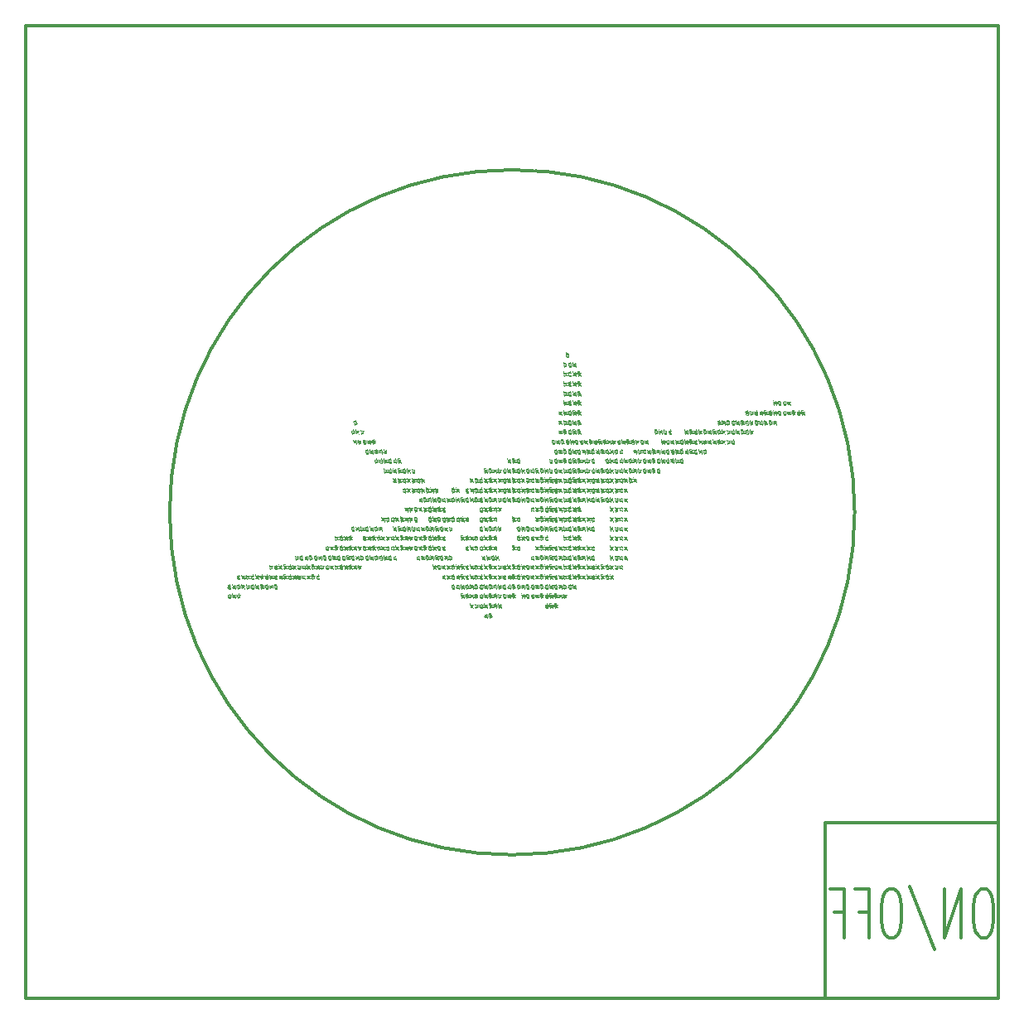
<source format=gbr>
%TF.GenerationSoftware,KiCad,Pcbnew,7.0.2*%
%TF.CreationDate,2024-06-02T17:27:24+02:00*%
%TF.ProjectId,Podgrzewacz,506f6467-727a-4657-9761-637a2e6b6963,rev?*%
%TF.SameCoordinates,Original*%
%TF.FileFunction,Legend,Bot*%
%TF.FilePolarity,Positive*%
%FSLAX46Y46*%
G04 Gerber Fmt 4.6, Leading zero omitted, Abs format (unit mm)*
G04 Created by KiCad (PCBNEW 7.0.2) date 2024-06-02 17:27:24*
%MOMM*%
%LPD*%
G01*
G04 APERTURE LIST*
%ADD10C,0.300000*%
G04 APERTURE END LIST*
D10*
X100300000Y-60250000D02*
X199700000Y-60250000D01*
X199700000Y-159650000D01*
X100300000Y-159650000D01*
X100300000Y-60250000D01*
X182000000Y-141750000D02*
X199700000Y-141750000D01*
X199700000Y-159650000D01*
X182000000Y-159650000D01*
X182000000Y-141750000D01*
X185000000Y-110000000D02*
G75*
G03*
X185000000Y-110000000I-35000000J0D01*
G01*
X198464285Y-148488095D02*
X197892857Y-148488095D01*
X197892857Y-148488095D02*
X197607142Y-148726190D01*
X197607142Y-148726190D02*
X197321428Y-149202380D01*
X197321428Y-149202380D02*
X197178571Y-150154761D01*
X197178571Y-150154761D02*
X197178571Y-151821428D01*
X197178571Y-151821428D02*
X197321428Y-152773809D01*
X197321428Y-152773809D02*
X197607142Y-153250000D01*
X197607142Y-153250000D02*
X197892857Y-153488095D01*
X197892857Y-153488095D02*
X198464285Y-153488095D01*
X198464285Y-153488095D02*
X198750000Y-153250000D01*
X198750000Y-153250000D02*
X199035714Y-152773809D01*
X199035714Y-152773809D02*
X199178571Y-151821428D01*
X199178571Y-151821428D02*
X199178571Y-150154761D01*
X199178571Y-150154761D02*
X199035714Y-149202380D01*
X199035714Y-149202380D02*
X198750000Y-148726190D01*
X198750000Y-148726190D02*
X198464285Y-148488095D01*
X195892857Y-153488095D02*
X195892857Y-148488095D01*
X195892857Y-148488095D02*
X194178571Y-153488095D01*
X194178571Y-153488095D02*
X194178571Y-148488095D01*
X190607143Y-148250000D02*
X193178571Y-154678571D01*
X189035714Y-148488095D02*
X188464286Y-148488095D01*
X188464286Y-148488095D02*
X188178571Y-148726190D01*
X188178571Y-148726190D02*
X187892857Y-149202380D01*
X187892857Y-149202380D02*
X187750000Y-150154761D01*
X187750000Y-150154761D02*
X187750000Y-151821428D01*
X187750000Y-151821428D02*
X187892857Y-152773809D01*
X187892857Y-152773809D02*
X188178571Y-153250000D01*
X188178571Y-153250000D02*
X188464286Y-153488095D01*
X188464286Y-153488095D02*
X189035714Y-153488095D01*
X189035714Y-153488095D02*
X189321429Y-153250000D01*
X189321429Y-153250000D02*
X189607143Y-152773809D01*
X189607143Y-152773809D02*
X189750000Y-151821428D01*
X189750000Y-151821428D02*
X189750000Y-150154761D01*
X189750000Y-150154761D02*
X189607143Y-149202380D01*
X189607143Y-149202380D02*
X189321429Y-148726190D01*
X189321429Y-148726190D02*
X189035714Y-148488095D01*
X185464286Y-150869047D02*
X186464286Y-150869047D01*
X186464286Y-153488095D02*
X186464286Y-148488095D01*
X186464286Y-148488095D02*
X185035714Y-148488095D01*
X182892857Y-150869047D02*
X183892857Y-150869047D01*
X183892857Y-153488095D02*
X183892857Y-148488095D01*
X183892857Y-148488095D02*
X182464285Y-148488095D01*
%TO.C,G\u002A\u002A\u002A*%
G36*
X161747429Y-114677054D02*
G01*
X161784499Y-114716412D01*
X161806349Y-114752685D01*
X161801246Y-114847215D01*
X161784440Y-114925799D01*
X161766457Y-114941026D01*
X161736820Y-114871452D01*
X161728788Y-114851518D01*
X161671690Y-114775356D01*
X161619269Y-114782967D01*
X161594255Y-114873951D01*
X161591183Y-114983016D01*
X161547344Y-114873951D01*
X161505407Y-114804676D01*
X161441352Y-114764144D01*
X161409133Y-114755762D01*
X161448791Y-114719365D01*
X161487066Y-114681576D01*
X161477155Y-114643703D01*
X161548855Y-114643703D01*
X161557300Y-114677611D01*
X161621565Y-114716412D01*
X161655473Y-114707967D01*
X161694274Y-114643703D01*
X161685829Y-114609794D01*
X161621565Y-114570993D01*
X161587656Y-114579438D01*
X161548855Y-114643703D01*
X161477155Y-114643703D01*
X161468607Y-114611042D01*
X161444966Y-114543439D01*
X161454774Y-114425573D01*
X161475840Y-114357766D01*
X161489827Y-114341632D01*
X161495550Y-114413454D01*
X161513182Y-114480954D01*
X161573091Y-114522519D01*
X161618849Y-114500839D01*
X161649628Y-114413454D01*
X161658621Y-114351949D01*
X161679441Y-114377100D01*
X161704015Y-114423570D01*
X161781825Y-114510401D01*
X161819190Y-114549170D01*
X161800486Y-114570993D01*
X161773801Y-114579278D01*
X161742748Y-114643703D01*
X161747429Y-114677054D01*
G37*
G36*
X161747429Y-113707588D02*
G01*
X161784499Y-113746947D01*
X161806349Y-113783219D01*
X161801246Y-113877750D01*
X161784440Y-113956334D01*
X161766457Y-113971561D01*
X161736820Y-113901986D01*
X161728788Y-113882052D01*
X161671690Y-113805891D01*
X161619269Y-113813501D01*
X161594255Y-113904485D01*
X161591183Y-114013550D01*
X161547344Y-113904485D01*
X161505407Y-113835211D01*
X161441352Y-113794678D01*
X161409133Y-113786296D01*
X161448791Y-113749899D01*
X161487066Y-113712110D01*
X161477155Y-113674237D01*
X161548855Y-113674237D01*
X161557300Y-113708146D01*
X161621565Y-113746947D01*
X161655473Y-113738501D01*
X161694274Y-113674237D01*
X161685829Y-113640328D01*
X161621565Y-113601527D01*
X161587656Y-113609973D01*
X161548855Y-113674237D01*
X161477155Y-113674237D01*
X161468607Y-113641576D01*
X161444966Y-113573974D01*
X161454774Y-113456107D01*
X161475840Y-113388301D01*
X161489827Y-113372166D01*
X161495550Y-113443989D01*
X161513182Y-113511489D01*
X161573091Y-113553054D01*
X161618849Y-113531373D01*
X161649628Y-113443989D01*
X161658621Y-113382483D01*
X161679441Y-113407634D01*
X161704015Y-113454104D01*
X161781825Y-113540935D01*
X161819190Y-113579704D01*
X161800486Y-113601527D01*
X161773801Y-113609812D01*
X161742748Y-113674237D01*
X161747429Y-113707588D01*
G37*
G36*
X161747429Y-112689649D02*
G01*
X161784499Y-112729008D01*
X161806349Y-112765280D01*
X161801246Y-112859811D01*
X161784440Y-112938395D01*
X161766457Y-112953622D01*
X161736820Y-112884048D01*
X161728788Y-112864114D01*
X161671690Y-112787952D01*
X161619269Y-112795562D01*
X161594255Y-112886546D01*
X161591183Y-112995611D01*
X161547344Y-112886546D01*
X161505407Y-112817272D01*
X161441352Y-112776739D01*
X161409133Y-112768357D01*
X161448791Y-112731960D01*
X161487066Y-112694171D01*
X161477155Y-112656298D01*
X161548855Y-112656298D01*
X161557300Y-112690207D01*
X161621565Y-112729008D01*
X161655473Y-112720562D01*
X161694274Y-112656298D01*
X161685829Y-112622389D01*
X161621565Y-112583588D01*
X161587656Y-112592034D01*
X161548855Y-112656298D01*
X161477155Y-112656298D01*
X161468607Y-112623637D01*
X161444966Y-112556035D01*
X161454774Y-112438168D01*
X161475840Y-112370362D01*
X161489827Y-112354227D01*
X161495550Y-112426050D01*
X161513182Y-112493550D01*
X161573091Y-112535115D01*
X161618849Y-112513434D01*
X161649628Y-112426050D01*
X161658621Y-112364544D01*
X161679441Y-112389695D01*
X161704015Y-112436165D01*
X161781825Y-112522996D01*
X161819190Y-112561765D01*
X161800486Y-112583588D01*
X161773801Y-112591873D01*
X161742748Y-112656298D01*
X161747429Y-112689649D01*
G37*
G36*
X161747429Y-111720184D02*
G01*
X161784499Y-111759542D01*
X161806349Y-111795814D01*
X161801246Y-111890345D01*
X161784440Y-111968929D01*
X161766457Y-111984156D01*
X161736820Y-111914582D01*
X161728788Y-111894648D01*
X161671690Y-111818486D01*
X161619269Y-111826096D01*
X161594255Y-111917080D01*
X161591183Y-112026145D01*
X161547344Y-111917080D01*
X161505407Y-111847806D01*
X161441352Y-111807273D01*
X161409133Y-111798892D01*
X161448791Y-111762494D01*
X161487066Y-111724705D01*
X161477154Y-111686832D01*
X161548855Y-111686832D01*
X161557300Y-111720741D01*
X161621565Y-111759542D01*
X161655473Y-111751097D01*
X161694274Y-111686832D01*
X161685829Y-111652924D01*
X161621565Y-111614122D01*
X161587656Y-111622568D01*
X161548855Y-111686832D01*
X161477154Y-111686832D01*
X161468607Y-111654172D01*
X161444966Y-111586569D01*
X161454774Y-111468703D01*
X161475840Y-111400896D01*
X161489827Y-111384762D01*
X161495550Y-111456584D01*
X161513182Y-111524084D01*
X161573091Y-111565649D01*
X161618849Y-111543968D01*
X161649628Y-111456584D01*
X161658621Y-111395079D01*
X161679441Y-111420229D01*
X161704015Y-111466700D01*
X161781825Y-111553531D01*
X161819190Y-111592300D01*
X161800486Y-111614122D01*
X161773801Y-111622407D01*
X161742748Y-111686832D01*
X161747429Y-111720184D01*
G37*
G36*
X161747429Y-110750718D02*
G01*
X161784499Y-110790077D01*
X161806349Y-110826349D01*
X161801246Y-110920880D01*
X161784440Y-110999464D01*
X161766457Y-111014690D01*
X161736820Y-110945116D01*
X161728788Y-110925182D01*
X161671690Y-110849020D01*
X161619269Y-110856631D01*
X161594255Y-110947615D01*
X161591183Y-111056680D01*
X161547344Y-110947615D01*
X161505407Y-110878340D01*
X161441352Y-110837808D01*
X161409133Y-110829426D01*
X161448791Y-110793029D01*
X161487066Y-110755240D01*
X161477155Y-110717367D01*
X161548855Y-110717367D01*
X161557300Y-110751275D01*
X161621565Y-110790077D01*
X161655473Y-110781631D01*
X161694274Y-110717367D01*
X161685829Y-110683458D01*
X161621565Y-110644657D01*
X161587656Y-110653102D01*
X161548855Y-110717367D01*
X161477155Y-110717367D01*
X161468607Y-110684706D01*
X161444966Y-110617103D01*
X161454774Y-110499237D01*
X161475840Y-110431430D01*
X161489827Y-110415296D01*
X161495550Y-110487119D01*
X161513182Y-110554619D01*
X161573091Y-110596183D01*
X161618849Y-110574503D01*
X161649628Y-110487119D01*
X161658621Y-110425613D01*
X161679441Y-110450764D01*
X161704015Y-110497234D01*
X161781825Y-110584065D01*
X161819190Y-110622834D01*
X161800486Y-110644657D01*
X161773801Y-110652942D01*
X161742748Y-110717367D01*
X161747429Y-110750718D01*
G37*
G36*
X161747429Y-109732779D02*
G01*
X161784499Y-109772138D01*
X161806349Y-109808410D01*
X161801246Y-109902941D01*
X161784440Y-109981525D01*
X161766457Y-109996752D01*
X161736820Y-109927177D01*
X161728788Y-109907243D01*
X161671690Y-109831081D01*
X161619269Y-109838692D01*
X161594255Y-109929676D01*
X161591183Y-110038741D01*
X161547344Y-109929676D01*
X161505407Y-109860401D01*
X161441352Y-109819869D01*
X161409133Y-109811487D01*
X161448791Y-109775090D01*
X161487066Y-109737301D01*
X161477155Y-109699428D01*
X161548855Y-109699428D01*
X161557300Y-109733336D01*
X161621565Y-109772138D01*
X161655473Y-109763692D01*
X161694274Y-109699428D01*
X161685829Y-109665519D01*
X161621565Y-109626718D01*
X161587656Y-109635163D01*
X161548855Y-109699428D01*
X161477155Y-109699428D01*
X161468607Y-109666767D01*
X161444966Y-109599165D01*
X161454774Y-109481298D01*
X161475840Y-109413491D01*
X161489827Y-109397357D01*
X161495550Y-109469180D01*
X161513182Y-109536680D01*
X161573091Y-109578245D01*
X161618849Y-109556564D01*
X161649628Y-109469180D01*
X161658621Y-109407674D01*
X161679441Y-109432825D01*
X161704015Y-109479295D01*
X161781825Y-109566126D01*
X161819190Y-109604895D01*
X161800486Y-109626718D01*
X161773801Y-109635003D01*
X161742748Y-109699428D01*
X161747429Y-109732779D01*
G37*
G36*
X161747429Y-108763314D02*
G01*
X161784499Y-108802672D01*
X161806349Y-108838944D01*
X161801246Y-108933475D01*
X161784440Y-109012059D01*
X161766457Y-109027286D01*
X161736820Y-108957712D01*
X161728788Y-108937778D01*
X161671690Y-108861616D01*
X161619269Y-108869226D01*
X161594255Y-108960210D01*
X161591183Y-109069275D01*
X161547344Y-108960210D01*
X161505407Y-108890936D01*
X161441352Y-108850403D01*
X161409133Y-108842022D01*
X161448791Y-108805624D01*
X161487066Y-108767835D01*
X161477154Y-108729962D01*
X161548855Y-108729962D01*
X161557300Y-108763871D01*
X161621565Y-108802672D01*
X161655473Y-108794226D01*
X161694274Y-108729962D01*
X161685829Y-108696053D01*
X161621565Y-108657252D01*
X161587656Y-108665698D01*
X161548855Y-108729962D01*
X161477154Y-108729962D01*
X161468607Y-108697302D01*
X161444966Y-108629699D01*
X161454774Y-108511832D01*
X161475840Y-108444026D01*
X161489827Y-108427891D01*
X161495550Y-108499714D01*
X161513182Y-108567214D01*
X161573091Y-108608779D01*
X161618849Y-108587098D01*
X161649628Y-108499714D01*
X161658621Y-108438208D01*
X161679441Y-108463359D01*
X161704015Y-108509829D01*
X161781825Y-108596661D01*
X161819190Y-108635430D01*
X161800486Y-108657252D01*
X161773801Y-108665537D01*
X161742748Y-108729962D01*
X161747429Y-108763314D01*
G37*
G36*
X161747429Y-107793848D02*
G01*
X161784499Y-107833206D01*
X161806349Y-107869478D01*
X161801246Y-107964009D01*
X161784440Y-108042593D01*
X161766457Y-108057820D01*
X161736820Y-107988246D01*
X161728788Y-107968312D01*
X161671690Y-107892150D01*
X161619269Y-107899760D01*
X161594255Y-107990745D01*
X161591183Y-108099809D01*
X161547344Y-107990745D01*
X161505407Y-107921470D01*
X161441352Y-107880937D01*
X161409133Y-107872556D01*
X161448791Y-107836159D01*
X161487066Y-107798369D01*
X161477154Y-107760496D01*
X161548855Y-107760496D01*
X161557300Y-107794405D01*
X161621565Y-107833206D01*
X161655473Y-107824761D01*
X161694274Y-107760496D01*
X161685829Y-107726588D01*
X161621565Y-107687787D01*
X161587656Y-107696232D01*
X161548855Y-107760496D01*
X161477154Y-107760496D01*
X161468607Y-107727836D01*
X161444966Y-107660233D01*
X161454774Y-107542367D01*
X161475840Y-107474560D01*
X161489827Y-107458426D01*
X161495550Y-107530248D01*
X161513182Y-107597748D01*
X161573091Y-107639313D01*
X161618849Y-107617633D01*
X161649628Y-107530248D01*
X161658621Y-107468743D01*
X161679441Y-107493893D01*
X161704015Y-107540364D01*
X161781825Y-107627195D01*
X161819190Y-107665964D01*
X161800486Y-107687787D01*
X161773801Y-107696071D01*
X161742748Y-107760496D01*
X161747429Y-107793848D01*
G37*
G36*
X161262696Y-103819039D02*
G01*
X161299766Y-103858397D01*
X161321617Y-103894669D01*
X161316513Y-103989200D01*
X161299708Y-104067784D01*
X161281724Y-104083011D01*
X161252087Y-104013437D01*
X161244056Y-103993503D01*
X161186958Y-103917341D01*
X161134537Y-103924951D01*
X161109523Y-104015935D01*
X161106450Y-104125000D01*
X161062611Y-104015935D01*
X161020674Y-103946661D01*
X160956619Y-103906128D01*
X160924400Y-103897747D01*
X160964058Y-103861349D01*
X161002333Y-103823560D01*
X160992421Y-103785687D01*
X161064122Y-103785687D01*
X161072567Y-103819596D01*
X161136832Y-103858397D01*
X161170740Y-103849952D01*
X161209542Y-103785687D01*
X161201096Y-103751779D01*
X161136832Y-103712977D01*
X161102923Y-103721423D01*
X161064122Y-103785687D01*
X160992421Y-103785687D01*
X160983874Y-103753027D01*
X160960233Y-103685424D01*
X160970041Y-103567558D01*
X160991107Y-103499751D01*
X161005094Y-103483617D01*
X161010817Y-103555439D01*
X161028449Y-103622939D01*
X161088358Y-103664504D01*
X161134116Y-103642823D01*
X161164895Y-103555439D01*
X161173888Y-103493934D01*
X161194708Y-103519084D01*
X161219282Y-103565555D01*
X161297092Y-103652386D01*
X161334457Y-103691155D01*
X161315753Y-103712977D01*
X161289068Y-103721262D01*
X161258015Y-103785687D01*
X161262696Y-103819039D01*
G37*
G36*
X158402773Y-104788504D02*
G01*
X158439843Y-104827863D01*
X158461693Y-104864135D01*
X158456589Y-104958666D01*
X158439784Y-105037250D01*
X158421800Y-105052477D01*
X158392163Y-104982902D01*
X158384132Y-104962969D01*
X158327034Y-104886807D01*
X158274613Y-104894417D01*
X158249599Y-104985401D01*
X158246526Y-105094466D01*
X158202688Y-104985401D01*
X158160750Y-104916127D01*
X158096695Y-104875594D01*
X158064477Y-104867212D01*
X158104135Y-104830815D01*
X158142410Y-104793026D01*
X158132499Y-104755153D01*
X158204198Y-104755153D01*
X158212644Y-104789062D01*
X158276908Y-104827863D01*
X158310817Y-104819417D01*
X158349618Y-104755153D01*
X158341172Y-104721244D01*
X158276908Y-104682443D01*
X158242999Y-104690889D01*
X158204198Y-104755153D01*
X158132499Y-104755153D01*
X158123951Y-104722492D01*
X158100309Y-104654890D01*
X158110117Y-104537023D01*
X158131183Y-104469217D01*
X158145170Y-104453082D01*
X158150893Y-104524905D01*
X158168526Y-104592405D01*
X158228435Y-104633970D01*
X158274192Y-104612289D01*
X158304972Y-104524905D01*
X158313964Y-104463399D01*
X158334784Y-104488550D01*
X158359358Y-104535020D01*
X158437169Y-104621851D01*
X158474533Y-104660620D01*
X158455829Y-104682443D01*
X158429144Y-104690728D01*
X158398091Y-104755153D01*
X158402773Y-104788504D01*
G37*
G36*
X155785215Y-93978962D02*
G01*
X155822285Y-94018321D01*
X155844136Y-94054593D01*
X155839032Y-94149124D01*
X155822227Y-94227708D01*
X155804243Y-94242935D01*
X155774606Y-94173361D01*
X155766575Y-94153427D01*
X155709477Y-94077265D01*
X155657056Y-94084875D01*
X155632042Y-94175859D01*
X155628969Y-94284924D01*
X155585130Y-94175859D01*
X155543193Y-94106585D01*
X155479138Y-94066052D01*
X155446919Y-94057670D01*
X155486577Y-94021273D01*
X155524852Y-93983484D01*
X155514941Y-93945611D01*
X155586641Y-93945611D01*
X155595086Y-93979520D01*
X155659351Y-94018321D01*
X155693259Y-94009875D01*
X155732061Y-93945611D01*
X155723615Y-93911702D01*
X155659351Y-93872901D01*
X155625442Y-93881347D01*
X155586641Y-93945611D01*
X155514941Y-93945611D01*
X155506393Y-93912950D01*
X155482752Y-93845348D01*
X155492560Y-93727481D01*
X155513626Y-93659675D01*
X155527613Y-93643540D01*
X155533336Y-93715363D01*
X155550969Y-93782863D01*
X155610878Y-93824428D01*
X155656635Y-93802747D01*
X155687414Y-93715363D01*
X155696407Y-93653857D01*
X155717227Y-93679008D01*
X155741801Y-93725478D01*
X155819611Y-93812309D01*
X155856976Y-93851078D01*
X155838272Y-93872901D01*
X155811587Y-93881186D01*
X155780534Y-93945611D01*
X155785215Y-93978962D01*
G37*
G36*
X155542849Y-94948428D02*
G01*
X155579919Y-94987787D01*
X155601769Y-95024059D01*
X155596666Y-95118590D01*
X155579860Y-95197173D01*
X155561877Y-95212400D01*
X155532240Y-95142826D01*
X155524208Y-95122892D01*
X155467110Y-95046730D01*
X155414689Y-95054341D01*
X155389675Y-95145325D01*
X155386603Y-95254390D01*
X155342764Y-95145325D01*
X155300827Y-95076050D01*
X155236772Y-95035518D01*
X155204553Y-95027136D01*
X155244211Y-94990739D01*
X155282486Y-94952950D01*
X155272575Y-94915077D01*
X155344274Y-94915077D01*
X155352720Y-94948985D01*
X155416984Y-94987787D01*
X155450893Y-94979341D01*
X155489694Y-94915077D01*
X155481249Y-94881168D01*
X155416984Y-94842367D01*
X155383076Y-94850812D01*
X155344274Y-94915077D01*
X155272575Y-94915077D01*
X155264027Y-94882416D01*
X155240386Y-94814813D01*
X155250194Y-94696947D01*
X155271259Y-94629140D01*
X155285247Y-94613006D01*
X155290969Y-94684829D01*
X155308602Y-94752329D01*
X155368511Y-94793893D01*
X155414269Y-94772213D01*
X155445048Y-94684829D01*
X155454041Y-94623323D01*
X155474861Y-94648474D01*
X155499435Y-94694944D01*
X155577245Y-94781775D01*
X155614610Y-94820544D01*
X155595906Y-94842367D01*
X155569221Y-94850652D01*
X155538168Y-94915077D01*
X155542849Y-94948428D01*
G37*
G36*
X155058116Y-100862169D02*
G01*
X155095186Y-100901527D01*
X155117036Y-100937799D01*
X155111933Y-101032330D01*
X155095127Y-101110914D01*
X155077144Y-101126141D01*
X155047507Y-101056567D01*
X155039475Y-101036633D01*
X154982377Y-100960471D01*
X154929956Y-100968081D01*
X154904942Y-101059065D01*
X154901870Y-101168130D01*
X154858031Y-101059065D01*
X154816094Y-100989791D01*
X154752039Y-100949258D01*
X154719820Y-100940877D01*
X154759478Y-100904479D01*
X154797753Y-100866690D01*
X154787841Y-100828817D01*
X154859542Y-100828817D01*
X154867987Y-100862726D01*
X154932252Y-100901527D01*
X154966160Y-100893081D01*
X155004961Y-100828817D01*
X154996516Y-100794908D01*
X154932252Y-100756107D01*
X154898343Y-100764553D01*
X154859542Y-100828817D01*
X154787841Y-100828817D01*
X154779294Y-100796157D01*
X154755653Y-100728554D01*
X154765461Y-100610687D01*
X154786527Y-100542881D01*
X154800514Y-100526746D01*
X154806237Y-100598569D01*
X154823869Y-100666069D01*
X154883778Y-100707634D01*
X154929536Y-100685953D01*
X154960315Y-100598569D01*
X154969308Y-100537063D01*
X154990128Y-100562214D01*
X155014702Y-100608684D01*
X155092512Y-100695516D01*
X155129877Y-100734285D01*
X155111173Y-100756107D01*
X155084488Y-100764392D01*
X155053435Y-100828817D01*
X155058116Y-100862169D01*
G37*
G36*
X155058116Y-99892703D02*
G01*
X155095186Y-99932061D01*
X155117036Y-99968333D01*
X155111933Y-100062864D01*
X155095127Y-100141448D01*
X155077144Y-100156675D01*
X155047507Y-100087101D01*
X155039475Y-100067167D01*
X154982377Y-99991005D01*
X154929956Y-99998615D01*
X154904942Y-100089600D01*
X154901870Y-100198664D01*
X154858031Y-100089600D01*
X154816094Y-100020325D01*
X154752039Y-99979792D01*
X154719820Y-99971411D01*
X154759478Y-99935013D01*
X154797753Y-99897224D01*
X154787841Y-99859351D01*
X154859542Y-99859351D01*
X154867987Y-99893260D01*
X154932252Y-99932061D01*
X154966160Y-99923616D01*
X155004961Y-99859351D01*
X154996516Y-99825443D01*
X154932252Y-99786642D01*
X154898343Y-99795087D01*
X154859542Y-99859351D01*
X154787841Y-99859351D01*
X154779294Y-99826691D01*
X154755653Y-99759088D01*
X154765461Y-99641222D01*
X154786527Y-99573415D01*
X154800514Y-99557281D01*
X154806237Y-99629103D01*
X154823869Y-99696603D01*
X154883778Y-99738168D01*
X154929536Y-99716488D01*
X154960315Y-99629103D01*
X154969308Y-99567598D01*
X154990128Y-99592748D01*
X155014702Y-99639219D01*
X155092512Y-99726050D01*
X155129877Y-99764819D01*
X155111173Y-99786642D01*
X155084488Y-99794926D01*
X155053435Y-99859351D01*
X155058116Y-99892703D01*
G37*
G36*
X152198192Y-114677054D02*
G01*
X152235263Y-114716412D01*
X152257113Y-114752685D01*
X152252009Y-114847215D01*
X152235204Y-114925799D01*
X152217220Y-114941026D01*
X152187583Y-114871452D01*
X152179552Y-114851518D01*
X152122454Y-114775356D01*
X152070033Y-114782967D01*
X152045019Y-114873951D01*
X152041946Y-114983016D01*
X151998107Y-114873951D01*
X151956170Y-114804676D01*
X151892115Y-114764144D01*
X151859897Y-114755762D01*
X151899554Y-114719365D01*
X151937829Y-114681576D01*
X151927918Y-114643703D01*
X151999618Y-114643703D01*
X152008064Y-114677611D01*
X152072328Y-114716412D01*
X152106237Y-114707967D01*
X152145038Y-114643703D01*
X152136592Y-114609794D01*
X152072328Y-114570993D01*
X152038419Y-114579438D01*
X151999618Y-114643703D01*
X151927918Y-114643703D01*
X151919370Y-114611042D01*
X151895729Y-114543439D01*
X151905537Y-114425573D01*
X151926603Y-114357766D01*
X151940590Y-114341632D01*
X151946313Y-114413454D01*
X151963946Y-114480954D01*
X152023855Y-114522519D01*
X152069612Y-114500839D01*
X152100391Y-114413454D01*
X152109384Y-114351949D01*
X152130204Y-114377100D01*
X152154778Y-114423570D01*
X152232589Y-114510401D01*
X152269953Y-114549170D01*
X152251249Y-114570993D01*
X152224564Y-114579278D01*
X152193511Y-114643703D01*
X152198192Y-114677054D01*
G37*
G36*
X152198192Y-109732779D02*
G01*
X152235263Y-109772138D01*
X152257113Y-109808410D01*
X152252009Y-109902941D01*
X152235204Y-109981525D01*
X152217220Y-109996752D01*
X152187583Y-109927177D01*
X152179552Y-109907243D01*
X152122454Y-109831081D01*
X152070033Y-109838692D01*
X152045019Y-109929676D01*
X152041946Y-110038741D01*
X151998107Y-109929676D01*
X151956170Y-109860401D01*
X151892115Y-109819869D01*
X151859897Y-109811487D01*
X151899554Y-109775090D01*
X151937829Y-109737301D01*
X151927918Y-109699428D01*
X151999618Y-109699428D01*
X152008064Y-109733336D01*
X152072328Y-109772138D01*
X152106237Y-109763692D01*
X152145038Y-109699428D01*
X152136592Y-109665519D01*
X152072328Y-109626718D01*
X152038419Y-109635163D01*
X151999618Y-109699428D01*
X151927918Y-109699428D01*
X151919370Y-109666767D01*
X151895729Y-109599165D01*
X151905537Y-109481298D01*
X151926603Y-109413491D01*
X151940590Y-109397357D01*
X151946313Y-109469180D01*
X151963946Y-109536680D01*
X152023855Y-109578245D01*
X152069612Y-109556564D01*
X152100391Y-109469180D01*
X152109384Y-109407674D01*
X152130204Y-109432825D01*
X152154778Y-109479295D01*
X152232589Y-109566126D01*
X152269953Y-109604895D01*
X152251249Y-109626718D01*
X152224564Y-109635003D01*
X152193511Y-109699428D01*
X152198192Y-109732779D01*
G37*
G36*
X145993612Y-106775909D02*
G01*
X146030682Y-106815267D01*
X146052533Y-106851540D01*
X146047429Y-106946070D01*
X146030624Y-107024654D01*
X146012640Y-107039881D01*
X145983003Y-106970307D01*
X145974972Y-106950373D01*
X145917874Y-106874211D01*
X145865453Y-106881822D01*
X145840439Y-106972806D01*
X145837366Y-107081871D01*
X145793527Y-106972806D01*
X145751590Y-106903531D01*
X145687535Y-106862998D01*
X145655316Y-106854617D01*
X145694974Y-106818220D01*
X145733249Y-106780430D01*
X145723338Y-106742558D01*
X145795038Y-106742558D01*
X145803483Y-106776466D01*
X145867748Y-106815267D01*
X145901656Y-106806822D01*
X145940458Y-106742558D01*
X145932012Y-106708649D01*
X145867748Y-106669848D01*
X145833839Y-106678293D01*
X145795038Y-106742558D01*
X145723338Y-106742558D01*
X145714790Y-106709897D01*
X145691149Y-106642294D01*
X145700957Y-106524428D01*
X145722023Y-106456621D01*
X145736010Y-106440487D01*
X145741733Y-106512309D01*
X145759365Y-106579809D01*
X145819274Y-106621374D01*
X145865032Y-106599694D01*
X145895811Y-106512309D01*
X145904804Y-106450804D01*
X145925624Y-106475954D01*
X145950198Y-106522425D01*
X146028008Y-106609256D01*
X146065373Y-106648025D01*
X146046669Y-106669848D01*
X146019984Y-106678133D01*
X145988931Y-106742558D01*
X145993612Y-106775909D01*
G37*
G36*
X143860788Y-111720184D02*
G01*
X143897858Y-111759542D01*
X143919708Y-111795814D01*
X143914605Y-111890345D01*
X143897799Y-111968929D01*
X143879816Y-111984156D01*
X143850179Y-111914582D01*
X143842147Y-111894648D01*
X143785049Y-111818486D01*
X143732628Y-111826096D01*
X143707614Y-111917080D01*
X143704542Y-112026145D01*
X143660703Y-111917080D01*
X143618766Y-111847806D01*
X143554711Y-111807273D01*
X143522492Y-111798892D01*
X143562150Y-111762494D01*
X143600425Y-111724705D01*
X143590513Y-111686832D01*
X143662213Y-111686832D01*
X143670659Y-111720741D01*
X143734923Y-111759542D01*
X143768832Y-111751097D01*
X143807633Y-111686832D01*
X143799188Y-111652924D01*
X143734923Y-111614122D01*
X143701015Y-111622568D01*
X143662213Y-111686832D01*
X143590513Y-111686832D01*
X143581966Y-111654172D01*
X143558325Y-111586569D01*
X143568133Y-111468703D01*
X143589198Y-111400896D01*
X143603185Y-111384762D01*
X143608908Y-111456584D01*
X143626541Y-111524084D01*
X143686450Y-111565649D01*
X143732208Y-111543968D01*
X143762987Y-111456584D01*
X143771980Y-111395079D01*
X143792800Y-111420229D01*
X143817373Y-111466700D01*
X143895184Y-111553531D01*
X143932549Y-111592300D01*
X143913845Y-111614122D01*
X143887159Y-111622407D01*
X143856107Y-111686832D01*
X143860788Y-111720184D01*
G37*
G36*
X143133689Y-116664459D02*
G01*
X143170759Y-116703817D01*
X143192609Y-116740089D01*
X143187506Y-116834620D01*
X143170700Y-116913204D01*
X143152716Y-116928431D01*
X143123080Y-116858857D01*
X143115048Y-116838923D01*
X143057950Y-116762761D01*
X143005529Y-116770371D01*
X142980515Y-116861355D01*
X142977442Y-116970420D01*
X142933604Y-116861355D01*
X142891666Y-116792081D01*
X142827611Y-116751548D01*
X142795393Y-116743167D01*
X142835051Y-116706769D01*
X142873326Y-116668980D01*
X142863414Y-116631107D01*
X142935114Y-116631107D01*
X142943560Y-116665016D01*
X143007824Y-116703817D01*
X143041733Y-116695372D01*
X143080534Y-116631107D01*
X143072088Y-116597198D01*
X143007824Y-116558397D01*
X142973915Y-116566843D01*
X142935114Y-116631107D01*
X142863414Y-116631107D01*
X142854867Y-116598447D01*
X142831226Y-116530844D01*
X142841033Y-116412977D01*
X142862099Y-116345171D01*
X142876086Y-116329036D01*
X142881809Y-116400859D01*
X142899442Y-116468359D01*
X142959351Y-116509924D01*
X143005108Y-116488243D01*
X143035888Y-116400859D01*
X143044880Y-116339353D01*
X143065700Y-116364504D01*
X143090274Y-116410974D01*
X143168085Y-116497806D01*
X143205449Y-116536575D01*
X143186745Y-116558397D01*
X143160060Y-116566682D01*
X143129007Y-116631107D01*
X143133689Y-116664459D01*
G37*
G36*
X140516131Y-114677054D02*
G01*
X140553201Y-114716412D01*
X140575052Y-114752685D01*
X140569948Y-114847215D01*
X140553143Y-114925799D01*
X140535159Y-114941026D01*
X140505522Y-114871452D01*
X140497491Y-114851518D01*
X140440393Y-114775356D01*
X140387972Y-114782967D01*
X140362958Y-114873951D01*
X140359885Y-114983016D01*
X140316046Y-114873951D01*
X140274109Y-114804676D01*
X140210054Y-114764144D01*
X140177835Y-114755762D01*
X140217493Y-114719365D01*
X140255768Y-114681576D01*
X140245857Y-114643703D01*
X140317557Y-114643703D01*
X140326002Y-114677611D01*
X140390267Y-114716412D01*
X140424176Y-114707967D01*
X140462977Y-114643703D01*
X140454531Y-114609794D01*
X140390267Y-114570993D01*
X140356358Y-114579438D01*
X140317557Y-114643703D01*
X140245857Y-114643703D01*
X140237309Y-114611042D01*
X140213668Y-114543439D01*
X140223476Y-114425573D01*
X140244542Y-114357766D01*
X140258529Y-114341632D01*
X140264252Y-114413454D01*
X140281885Y-114480954D01*
X140341794Y-114522519D01*
X140387551Y-114500839D01*
X140418330Y-114413454D01*
X140427323Y-114351949D01*
X140448143Y-114377100D01*
X140472717Y-114423570D01*
X140550527Y-114510401D01*
X140587892Y-114549170D01*
X140569188Y-114570993D01*
X140542503Y-114579278D01*
X140511450Y-114643703D01*
X140516131Y-114677054D01*
G37*
G36*
X138140941Y-114677054D02*
G01*
X138178011Y-114716412D01*
X138199861Y-114752685D01*
X138194757Y-114847215D01*
X138177952Y-114925799D01*
X138159968Y-114941026D01*
X138130331Y-114871452D01*
X138122300Y-114851518D01*
X138065202Y-114775356D01*
X138012781Y-114782967D01*
X137987767Y-114873951D01*
X137984694Y-114983016D01*
X137940856Y-114873951D01*
X137898918Y-114804676D01*
X137834863Y-114764144D01*
X137802645Y-114755762D01*
X137842303Y-114719365D01*
X137880577Y-114681576D01*
X137870666Y-114643703D01*
X137942366Y-114643703D01*
X137950812Y-114677611D01*
X138015076Y-114716412D01*
X138048985Y-114707967D01*
X138087786Y-114643703D01*
X138079340Y-114609794D01*
X138015076Y-114570993D01*
X137981167Y-114579438D01*
X137942366Y-114643703D01*
X137870666Y-114643703D01*
X137862119Y-114611042D01*
X137838477Y-114543439D01*
X137848285Y-114425573D01*
X137869351Y-114357766D01*
X137883338Y-114341632D01*
X137889061Y-114413454D01*
X137906694Y-114480954D01*
X137966603Y-114522519D01*
X138012360Y-114500839D01*
X138043139Y-114413454D01*
X138052132Y-114351949D01*
X138072952Y-114377100D01*
X138097526Y-114423570D01*
X138175337Y-114510401D01*
X138212701Y-114549170D01*
X138193997Y-114570993D01*
X138167312Y-114579278D01*
X138136259Y-114643703D01*
X138140941Y-114677054D01*
G37*
G36*
X125488002Y-115652288D02*
G01*
X125526484Y-115685878D01*
X125548334Y-115722150D01*
X125543231Y-115816681D01*
X125526425Y-115895265D01*
X125508441Y-115910492D01*
X125478805Y-115840918D01*
X125470773Y-115820984D01*
X125413675Y-115744822D01*
X125361254Y-115752432D01*
X125336240Y-115843416D01*
X125333168Y-115952481D01*
X125289329Y-115843416D01*
X125247391Y-115774142D01*
X125183336Y-115733609D01*
X125151118Y-115725228D01*
X125190776Y-115688830D01*
X125229051Y-115651041D01*
X125219139Y-115613168D01*
X125290839Y-115613168D01*
X125299285Y-115647077D01*
X125363549Y-115685878D01*
X125397458Y-115677433D01*
X125436259Y-115613168D01*
X125427814Y-115579260D01*
X125363549Y-115540458D01*
X125329641Y-115548904D01*
X125290839Y-115613168D01*
X125219139Y-115613168D01*
X125210592Y-115580508D01*
X125186951Y-115512905D01*
X125196759Y-115395038D01*
X125217824Y-115327232D01*
X125231811Y-115311098D01*
X125237534Y-115382920D01*
X125255167Y-115450420D01*
X125315076Y-115491985D01*
X125361473Y-115469485D01*
X125394387Y-115382920D01*
X125400988Y-115273855D01*
X125421995Y-115382920D01*
X125452602Y-115451267D01*
X125524459Y-115495812D01*
X125564638Y-115502561D01*
X125545324Y-115524088D01*
X125538117Y-115527493D01*
X125493742Y-115583500D01*
X125491266Y-115613168D01*
X125488002Y-115652288D01*
G37*
G36*
X166277627Y-101826770D02*
G01*
X166301362Y-101884581D01*
X166321793Y-102001846D01*
X166316290Y-102072284D01*
X166288719Y-102113359D01*
X166266692Y-102095243D01*
X166250763Y-102016412D01*
X166237669Y-101959877D01*
X166172400Y-101919466D01*
X166122620Y-101936983D01*
X166119388Y-102016412D01*
X166125739Y-102074756D01*
X166100805Y-102113359D01*
X166075287Y-102095209D01*
X166056870Y-102016412D01*
X166043454Y-101959247D01*
X165972042Y-101915639D01*
X165930802Y-101908703D01*
X165947805Y-101887363D01*
X165955012Y-101883958D01*
X165999387Y-101827950D01*
X166003127Y-101783135D01*
X166067978Y-101783135D01*
X166115894Y-101846941D01*
X166174034Y-101855405D01*
X166202290Y-101802322D01*
X166192314Y-101764601D01*
X166125540Y-101725573D01*
X166089075Y-101733688D01*
X166067978Y-101783135D01*
X166003127Y-101783135D01*
X166005127Y-101759163D01*
X165966645Y-101725573D01*
X165944795Y-101689301D01*
X165949898Y-101594770D01*
X165966704Y-101516186D01*
X165984688Y-101500959D01*
X166014324Y-101570533D01*
X166048631Y-101633227D01*
X166112776Y-101676725D01*
X166163879Y-101654838D01*
X166172249Y-101568035D01*
X166151284Y-101458970D01*
X166208431Y-101568035D01*
X166258204Y-101638869D01*
X166318762Y-101677842D01*
X166336891Y-101685157D01*
X166305144Y-101720896D01*
X166275721Y-101749668D01*
X166277023Y-101802322D01*
X166277627Y-101826770D01*
G37*
G36*
X165129156Y-105845802D02*
G01*
X165151006Y-105882074D01*
X165145902Y-105976605D01*
X165129097Y-106055189D01*
X165111113Y-106070416D01*
X165081476Y-106000841D01*
X165073527Y-105981094D01*
X165016414Y-105904787D01*
X164963908Y-105912335D01*
X164938704Y-106003340D01*
X164935423Y-106112405D01*
X164882823Y-106003340D01*
X164836449Y-105933014D01*
X164777039Y-105893533D01*
X164758910Y-105886218D01*
X164790656Y-105850479D01*
X164820080Y-105821706D01*
X164818778Y-105769052D01*
X164893511Y-105769052D01*
X164903486Y-105806773D01*
X164970260Y-105845802D01*
X165023224Y-105817822D01*
X165015085Y-105759738D01*
X164951073Y-105711490D01*
X164921695Y-105712518D01*
X164893511Y-105769052D01*
X164818778Y-105769052D01*
X164818174Y-105744604D01*
X164795778Y-105693501D01*
X164776290Y-105590070D01*
X164779528Y-105497878D01*
X164807082Y-105458016D01*
X164829109Y-105476132D01*
X164845038Y-105554962D01*
X164858132Y-105611497D01*
X164923401Y-105651909D01*
X164973181Y-105634391D01*
X164976413Y-105554962D01*
X164970062Y-105496618D01*
X164994996Y-105458016D01*
X165020514Y-105476166D01*
X165038931Y-105554962D01*
X165052347Y-105612127D01*
X165123759Y-105655736D01*
X165164999Y-105662672D01*
X165147996Y-105684012D01*
X165140789Y-105687416D01*
X165096414Y-105743424D01*
X165090674Y-105812211D01*
X165097102Y-105817822D01*
X165129156Y-105845802D01*
G37*
G36*
X160315413Y-114672190D02*
G01*
X160339148Y-114730001D01*
X160359579Y-114847266D01*
X160354076Y-114917703D01*
X160326505Y-114958779D01*
X160304478Y-114940662D01*
X160288549Y-114861832D01*
X160275455Y-114805297D01*
X160210186Y-114764886D01*
X160160406Y-114782403D01*
X160157175Y-114861832D01*
X160163526Y-114920176D01*
X160138591Y-114958779D01*
X160113073Y-114940629D01*
X160094656Y-114861832D01*
X160081240Y-114804667D01*
X160009828Y-114761059D01*
X159968588Y-114754122D01*
X159985591Y-114732783D01*
X159992798Y-114729378D01*
X160037173Y-114673370D01*
X160040913Y-114628555D01*
X160105765Y-114628555D01*
X160153681Y-114692361D01*
X160211820Y-114700825D01*
X160240076Y-114647742D01*
X160230101Y-114610021D01*
X160163327Y-114570993D01*
X160126861Y-114579108D01*
X160105765Y-114628555D01*
X160040913Y-114628555D01*
X160042913Y-114604583D01*
X160004431Y-114570993D01*
X159982581Y-114534721D01*
X159987685Y-114440190D01*
X160004490Y-114361606D01*
X160022474Y-114346379D01*
X160052111Y-114415953D01*
X160086417Y-114478647D01*
X160150563Y-114522145D01*
X160201666Y-114500257D01*
X160210035Y-114413454D01*
X160189070Y-114304390D01*
X160246217Y-114413454D01*
X160295990Y-114484289D01*
X160356548Y-114523262D01*
X160374677Y-114530577D01*
X160342931Y-114566315D01*
X160313507Y-114595088D01*
X160314809Y-114647742D01*
X160315413Y-114672190D01*
G37*
G36*
X160315413Y-113702725D02*
G01*
X160339148Y-113760535D01*
X160359579Y-113877801D01*
X160354076Y-113948238D01*
X160326505Y-113989313D01*
X160304478Y-113971197D01*
X160288549Y-113892367D01*
X160275455Y-113835831D01*
X160210186Y-113795420D01*
X160160406Y-113812938D01*
X160157175Y-113892367D01*
X160163526Y-113950710D01*
X160138591Y-113989313D01*
X160113073Y-113971163D01*
X160094656Y-113892367D01*
X160081240Y-113835201D01*
X160009828Y-113791593D01*
X159968588Y-113784657D01*
X159985591Y-113763317D01*
X159992798Y-113759913D01*
X160037173Y-113703905D01*
X160040913Y-113659089D01*
X160105765Y-113659089D01*
X160153681Y-113722895D01*
X160211820Y-113731359D01*
X160240076Y-113678276D01*
X160230101Y-113640555D01*
X160163327Y-113601527D01*
X160126861Y-113609642D01*
X160105765Y-113659089D01*
X160040913Y-113659089D01*
X160042913Y-113635117D01*
X160004431Y-113601527D01*
X159982581Y-113565255D01*
X159987685Y-113470724D01*
X160004490Y-113392140D01*
X160022474Y-113376913D01*
X160052111Y-113446487D01*
X160086417Y-113509182D01*
X160150563Y-113552679D01*
X160201666Y-113530792D01*
X160210035Y-113443989D01*
X160189070Y-113334924D01*
X160246217Y-113443989D01*
X160295990Y-113514823D01*
X160356548Y-113553796D01*
X160374677Y-113561111D01*
X160342931Y-113596850D01*
X160313507Y-113625622D01*
X160314809Y-113678276D01*
X160315413Y-113702725D01*
G37*
G36*
X160315413Y-112684786D02*
G01*
X160339148Y-112742596D01*
X160359579Y-112859862D01*
X160354076Y-112930299D01*
X160326505Y-112971374D01*
X160304478Y-112953258D01*
X160288549Y-112874428D01*
X160275455Y-112817892D01*
X160210186Y-112777481D01*
X160160406Y-112794999D01*
X160157175Y-112874428D01*
X160163526Y-112932771D01*
X160138591Y-112971374D01*
X160113073Y-112953224D01*
X160094656Y-112874428D01*
X160081240Y-112817263D01*
X160009828Y-112773654D01*
X159968588Y-112766718D01*
X159985591Y-112745378D01*
X159992798Y-112741974D01*
X160037173Y-112685966D01*
X160040913Y-112641150D01*
X160105765Y-112641150D01*
X160153681Y-112704956D01*
X160211820Y-112713420D01*
X160240076Y-112660337D01*
X160230101Y-112622617D01*
X160163327Y-112583588D01*
X160126861Y-112591704D01*
X160105765Y-112641150D01*
X160040913Y-112641150D01*
X160042913Y-112617179D01*
X160004431Y-112583588D01*
X159982581Y-112547316D01*
X159987685Y-112452785D01*
X160004490Y-112374201D01*
X160022474Y-112358974D01*
X160052111Y-112428548D01*
X160086417Y-112491243D01*
X160150563Y-112534740D01*
X160201666Y-112512853D01*
X160210035Y-112426050D01*
X160189070Y-112316985D01*
X160246217Y-112426050D01*
X160295990Y-112496884D01*
X160356548Y-112535857D01*
X160374677Y-112543172D01*
X160342931Y-112578911D01*
X160313507Y-112607683D01*
X160314809Y-112660337D01*
X160315413Y-112684786D01*
G37*
G36*
X160315413Y-111715320D02*
G01*
X160339148Y-111773131D01*
X160359579Y-111890396D01*
X160354076Y-111960833D01*
X160326505Y-112001909D01*
X160304478Y-111983792D01*
X160288549Y-111904962D01*
X160275455Y-111848427D01*
X160210186Y-111808016D01*
X160160406Y-111825533D01*
X160157175Y-111904962D01*
X160163526Y-111963306D01*
X160138591Y-112001909D01*
X160113073Y-111983758D01*
X160094656Y-111904962D01*
X160081240Y-111847797D01*
X160009828Y-111804189D01*
X159968588Y-111797252D01*
X159985591Y-111775913D01*
X159992798Y-111772508D01*
X160037173Y-111716500D01*
X160040913Y-111671684D01*
X160105765Y-111671684D01*
X160153681Y-111735490D01*
X160211820Y-111743955D01*
X160240076Y-111690872D01*
X160230101Y-111653151D01*
X160163327Y-111614122D01*
X160126861Y-111622238D01*
X160105765Y-111671684D01*
X160040913Y-111671684D01*
X160042913Y-111647713D01*
X160004431Y-111614122D01*
X159982581Y-111577850D01*
X159987685Y-111483319D01*
X160004490Y-111404735D01*
X160022474Y-111389509D01*
X160052111Y-111459083D01*
X160086417Y-111521777D01*
X160150563Y-111565275D01*
X160201666Y-111543387D01*
X160210035Y-111456584D01*
X160189070Y-111347519D01*
X160246217Y-111456584D01*
X160295990Y-111527419D01*
X160356548Y-111566391D01*
X160374677Y-111573707D01*
X160342931Y-111609445D01*
X160313507Y-111638218D01*
X160314809Y-111690872D01*
X160315413Y-111715320D01*
G37*
G36*
X160315413Y-110745854D02*
G01*
X160339148Y-110803665D01*
X160359579Y-110920930D01*
X160354076Y-110991368D01*
X160326505Y-111032443D01*
X160304478Y-111014326D01*
X160288549Y-110935496D01*
X160275455Y-110878961D01*
X160210186Y-110838550D01*
X160160406Y-110856067D01*
X160157175Y-110935496D01*
X160163526Y-110993840D01*
X160138591Y-111032443D01*
X160113073Y-111014293D01*
X160094656Y-110935496D01*
X160081240Y-110878331D01*
X160009828Y-110834723D01*
X159968588Y-110827787D01*
X159985591Y-110806447D01*
X159992798Y-110803042D01*
X160037173Y-110747034D01*
X160040913Y-110702219D01*
X160105765Y-110702219D01*
X160153681Y-110766025D01*
X160211820Y-110774489D01*
X160240076Y-110721406D01*
X160230101Y-110683685D01*
X160163327Y-110644657D01*
X160126861Y-110652772D01*
X160105765Y-110702219D01*
X160040913Y-110702219D01*
X160042913Y-110678247D01*
X160004431Y-110644657D01*
X159982581Y-110608385D01*
X159987685Y-110513854D01*
X160004490Y-110435270D01*
X160022474Y-110420043D01*
X160052111Y-110489617D01*
X160086417Y-110552311D01*
X160150563Y-110595809D01*
X160201666Y-110573922D01*
X160210035Y-110487119D01*
X160189070Y-110378054D01*
X160246217Y-110487119D01*
X160295990Y-110557953D01*
X160356548Y-110596926D01*
X160374677Y-110604241D01*
X160342931Y-110639980D01*
X160313507Y-110668752D01*
X160314809Y-110721406D01*
X160315413Y-110745854D01*
G37*
G36*
X160315413Y-109727915D02*
G01*
X160339148Y-109785726D01*
X160359579Y-109902991D01*
X160354076Y-109973429D01*
X160326505Y-110014504D01*
X160304478Y-109996388D01*
X160288549Y-109917558D01*
X160275455Y-109861022D01*
X160210186Y-109820611D01*
X160160406Y-109838128D01*
X160157175Y-109917558D01*
X160163526Y-109975901D01*
X160138591Y-110014504D01*
X160113073Y-109996354D01*
X160094656Y-109917558D01*
X160081240Y-109860392D01*
X160009828Y-109816784D01*
X159968588Y-109809848D01*
X159985591Y-109788508D01*
X159992798Y-109785103D01*
X160037173Y-109729096D01*
X160040913Y-109684280D01*
X160105765Y-109684280D01*
X160153681Y-109748086D01*
X160211820Y-109756550D01*
X160240076Y-109703467D01*
X160230101Y-109665746D01*
X160163327Y-109626718D01*
X160126861Y-109634833D01*
X160105765Y-109684280D01*
X160040913Y-109684280D01*
X160042913Y-109660308D01*
X160004431Y-109626718D01*
X159982581Y-109590446D01*
X159987685Y-109495915D01*
X160004490Y-109417331D01*
X160022474Y-109402104D01*
X160052111Y-109471678D01*
X160086417Y-109534373D01*
X160150563Y-109577870D01*
X160201666Y-109555983D01*
X160210035Y-109469180D01*
X160189070Y-109360115D01*
X160246217Y-109469180D01*
X160295990Y-109540014D01*
X160356548Y-109578987D01*
X160374677Y-109586302D01*
X160342931Y-109622041D01*
X160313507Y-109650813D01*
X160314809Y-109703467D01*
X160315413Y-109727915D01*
G37*
G36*
X154110833Y-104783641D02*
G01*
X154134568Y-104841451D01*
X154154999Y-104958717D01*
X154149496Y-105029154D01*
X154121925Y-105070229D01*
X154099898Y-105052113D01*
X154083969Y-104973283D01*
X154070875Y-104916747D01*
X154005606Y-104876336D01*
X153955826Y-104893854D01*
X153952594Y-104973283D01*
X153958945Y-105031626D01*
X153934011Y-105070229D01*
X153908493Y-105052079D01*
X153890076Y-104973283D01*
X153876660Y-104916117D01*
X153805248Y-104872509D01*
X153764008Y-104865573D01*
X153781011Y-104844233D01*
X153788218Y-104840829D01*
X153832593Y-104784821D01*
X153836333Y-104740005D01*
X153901184Y-104740005D01*
X153949100Y-104803811D01*
X154007240Y-104812275D01*
X154035496Y-104759192D01*
X154025521Y-104721471D01*
X153958746Y-104682443D01*
X153922281Y-104690558D01*
X153901184Y-104740005D01*
X153836333Y-104740005D01*
X153838333Y-104716033D01*
X153799851Y-104682443D01*
X153778001Y-104646171D01*
X153783104Y-104551640D01*
X153799910Y-104473056D01*
X153817894Y-104457829D01*
X153847531Y-104527403D01*
X153881837Y-104590098D01*
X153945982Y-104633595D01*
X153997086Y-104611708D01*
X154005455Y-104524905D01*
X153984490Y-104415840D01*
X154041637Y-104524905D01*
X154091410Y-104595739D01*
X154151968Y-104634712D01*
X154170097Y-104642027D01*
X154138351Y-104677766D01*
X154108927Y-104706538D01*
X154110229Y-104759192D01*
X154110833Y-104783641D01*
G37*
G36*
X153650979Y-112695417D02*
G01*
X153689461Y-112729008D01*
X153711311Y-112765280D01*
X153706208Y-112859811D01*
X153689402Y-112938395D01*
X153671419Y-112953622D01*
X153641782Y-112884048D01*
X153633832Y-112864300D01*
X153576719Y-112787993D01*
X153524213Y-112795541D01*
X153499009Y-112886546D01*
X153495728Y-112995611D01*
X153443128Y-112886546D01*
X153396754Y-112816220D01*
X153337344Y-112776739D01*
X153319216Y-112769424D01*
X153350962Y-112733685D01*
X153380385Y-112704913D01*
X153379083Y-112652259D01*
X153453816Y-112652259D01*
X153463792Y-112689979D01*
X153530566Y-112729008D01*
X153567031Y-112720892D01*
X153588128Y-112671446D01*
X153540212Y-112607640D01*
X153482072Y-112599175D01*
X153453816Y-112652259D01*
X153379083Y-112652259D01*
X153378479Y-112627810D01*
X153356083Y-112576707D01*
X153336595Y-112473276D01*
X153339833Y-112381084D01*
X153367388Y-112341222D01*
X153389414Y-112359338D01*
X153405343Y-112438168D01*
X153418437Y-112494704D01*
X153483707Y-112535115D01*
X153533486Y-112517597D01*
X153536718Y-112438168D01*
X153530367Y-112379825D01*
X153555301Y-112341222D01*
X153580819Y-112359372D01*
X153599236Y-112438168D01*
X153612653Y-112495333D01*
X153684065Y-112538942D01*
X153725304Y-112545878D01*
X153708301Y-112567218D01*
X153701094Y-112570622D01*
X153656719Y-112626630D01*
X153652979Y-112671446D01*
X153650979Y-112695417D01*
G37*
G36*
X149821590Y-104794272D02*
G01*
X149860072Y-104827863D01*
X149881922Y-104864135D01*
X149876819Y-104958666D01*
X149860013Y-105037250D01*
X149842029Y-105052477D01*
X149812392Y-104982902D01*
X149804443Y-104963155D01*
X149747330Y-104886848D01*
X149694824Y-104894396D01*
X149669620Y-104985401D01*
X149666339Y-105094466D01*
X149613739Y-104985401D01*
X149567365Y-104915075D01*
X149507955Y-104875594D01*
X149489826Y-104868279D01*
X149521572Y-104832540D01*
X149550996Y-104803767D01*
X149549694Y-104751114D01*
X149624427Y-104751114D01*
X149634402Y-104788834D01*
X149701177Y-104827863D01*
X149737642Y-104819747D01*
X149758739Y-104770301D01*
X149710823Y-104706495D01*
X149652683Y-104698030D01*
X149624427Y-104751114D01*
X149549694Y-104751114D01*
X149549090Y-104726665D01*
X149526694Y-104675562D01*
X149507206Y-104572131D01*
X149510444Y-104479939D01*
X149537998Y-104440077D01*
X149560025Y-104458193D01*
X149575954Y-104537023D01*
X149589048Y-104593559D01*
X149654317Y-104633970D01*
X149704097Y-104616452D01*
X149707329Y-104537023D01*
X149700978Y-104478680D01*
X149725912Y-104440077D01*
X149751430Y-104458227D01*
X149769847Y-104537023D01*
X149783263Y-104594188D01*
X149854675Y-104637797D01*
X149895915Y-104644733D01*
X149878912Y-104666073D01*
X149871705Y-104669477D01*
X149827330Y-104725485D01*
X149823590Y-104770301D01*
X149821590Y-104794272D01*
G37*
G36*
X147204032Y-114682822D02*
G01*
X147242514Y-114716412D01*
X147264365Y-114752685D01*
X147259261Y-114847215D01*
X147242456Y-114925799D01*
X147224472Y-114941026D01*
X147194835Y-114871452D01*
X147186886Y-114851705D01*
X147129773Y-114775398D01*
X147077267Y-114782946D01*
X147052062Y-114873951D01*
X147048782Y-114983016D01*
X146996182Y-114873951D01*
X146949807Y-114803624D01*
X146890398Y-114764144D01*
X146872269Y-114756828D01*
X146904015Y-114721090D01*
X146933438Y-114692317D01*
X146932137Y-114639663D01*
X147006870Y-114639663D01*
X147016845Y-114677384D01*
X147083619Y-114716412D01*
X147120084Y-114708297D01*
X147141181Y-114658850D01*
X147093265Y-114595045D01*
X147035126Y-114586580D01*
X147006870Y-114639663D01*
X146932137Y-114639663D01*
X146931533Y-114615215D01*
X146909137Y-114564112D01*
X146889649Y-114460680D01*
X146892887Y-114368488D01*
X146920441Y-114328626D01*
X146942468Y-114346743D01*
X146958397Y-114425573D01*
X146971491Y-114482108D01*
X147036760Y-114522519D01*
X147086539Y-114505002D01*
X147089771Y-114425573D01*
X147083420Y-114367229D01*
X147108355Y-114328626D01*
X147133873Y-114346776D01*
X147152290Y-114425573D01*
X147165706Y-114482738D01*
X147237118Y-114526346D01*
X147278357Y-114533283D01*
X147261355Y-114554622D01*
X147254147Y-114558027D01*
X147209772Y-114614035D01*
X147206032Y-114658850D01*
X147204032Y-114682822D01*
G37*
G36*
X146961666Y-111725952D02*
G01*
X147000148Y-111759542D01*
X147021998Y-111795814D01*
X147016895Y-111890345D01*
X147000089Y-111968929D01*
X146982106Y-111984156D01*
X146952469Y-111914582D01*
X146944519Y-111894834D01*
X146887406Y-111818528D01*
X146834900Y-111826075D01*
X146809696Y-111917080D01*
X146806415Y-112026145D01*
X146753815Y-111917080D01*
X146707441Y-111846754D01*
X146648031Y-111807273D01*
X146629903Y-111799958D01*
X146661649Y-111764219D01*
X146691072Y-111735447D01*
X146689770Y-111682793D01*
X146764503Y-111682793D01*
X146774479Y-111720514D01*
X146841253Y-111759542D01*
X146877718Y-111751427D01*
X146898815Y-111701980D01*
X146850899Y-111638174D01*
X146792759Y-111629710D01*
X146764503Y-111682793D01*
X146689770Y-111682793D01*
X146689166Y-111658345D01*
X146666770Y-111607242D01*
X146647282Y-111503810D01*
X146650520Y-111411618D01*
X146678075Y-111371756D01*
X146700101Y-111389873D01*
X146716030Y-111468703D01*
X146729124Y-111525238D01*
X146794394Y-111565649D01*
X146844173Y-111548132D01*
X146847405Y-111468703D01*
X146841054Y-111410359D01*
X146865988Y-111371756D01*
X146891506Y-111389906D01*
X146909923Y-111468703D01*
X146923340Y-111525868D01*
X146994752Y-111569476D01*
X147035991Y-111576412D01*
X147018988Y-111597752D01*
X147011781Y-111601157D01*
X146967406Y-111657165D01*
X146963666Y-111701980D01*
X146961666Y-111725952D01*
G37*
G36*
X146015795Y-119616465D02*
G01*
X146039530Y-119674276D01*
X146059961Y-119791541D01*
X146054458Y-119861978D01*
X146026887Y-119903054D01*
X146004860Y-119884937D01*
X145988931Y-119806107D01*
X145975837Y-119749572D01*
X145910568Y-119709161D01*
X145860788Y-119726678D01*
X145857556Y-119806107D01*
X145863907Y-119864451D01*
X145838973Y-119903054D01*
X145813455Y-119884903D01*
X145795038Y-119806107D01*
X145781622Y-119748942D01*
X145710210Y-119705334D01*
X145668970Y-119698397D01*
X145685973Y-119677058D01*
X145693180Y-119673653D01*
X145737555Y-119617645D01*
X145741295Y-119572829D01*
X145806146Y-119572829D01*
X145854062Y-119636635D01*
X145912202Y-119645100D01*
X145940458Y-119592017D01*
X145930482Y-119554296D01*
X145863708Y-119515267D01*
X145827243Y-119523383D01*
X145806146Y-119572829D01*
X145741295Y-119572829D01*
X145743295Y-119548858D01*
X145704813Y-119515267D01*
X145682963Y-119478995D01*
X145688066Y-119384464D01*
X145704872Y-119305881D01*
X145722856Y-119290654D01*
X145752492Y-119360228D01*
X145786799Y-119422922D01*
X145850944Y-119466420D01*
X145902047Y-119444532D01*
X145910417Y-119357729D01*
X145889452Y-119248664D01*
X145946599Y-119357729D01*
X145996372Y-119428564D01*
X146056930Y-119467536D01*
X146075059Y-119474852D01*
X146043312Y-119510590D01*
X146013889Y-119539363D01*
X146015191Y-119592017D01*
X146015795Y-119616465D01*
G37*
G36*
X145531062Y-113702725D02*
G01*
X145554797Y-113760535D01*
X145575228Y-113877801D01*
X145569725Y-113948238D01*
X145542154Y-113989313D01*
X145520127Y-113971197D01*
X145504198Y-113892367D01*
X145491104Y-113835831D01*
X145425835Y-113795420D01*
X145376055Y-113812938D01*
X145372823Y-113892367D01*
X145379174Y-113950710D01*
X145354240Y-113989313D01*
X145328722Y-113971163D01*
X145310305Y-113892367D01*
X145296889Y-113835201D01*
X145225477Y-113791593D01*
X145184237Y-113784657D01*
X145201240Y-113763317D01*
X145208447Y-113759913D01*
X145252822Y-113703905D01*
X145256562Y-113659089D01*
X145321413Y-113659089D01*
X145369329Y-113722895D01*
X145427469Y-113731359D01*
X145455725Y-113678276D01*
X145445750Y-113640555D01*
X145378975Y-113601527D01*
X145342510Y-113609642D01*
X145321413Y-113659089D01*
X145256562Y-113659089D01*
X145258562Y-113635117D01*
X145220080Y-113601527D01*
X145198230Y-113565255D01*
X145203334Y-113470724D01*
X145220139Y-113392140D01*
X145238123Y-113376913D01*
X145267760Y-113446487D01*
X145302066Y-113509182D01*
X145366211Y-113552679D01*
X145417315Y-113530792D01*
X145425684Y-113443989D01*
X145404719Y-113334924D01*
X145461866Y-113443989D01*
X145511639Y-113514823D01*
X145572197Y-113553796D01*
X145590326Y-113561111D01*
X145558580Y-113596850D01*
X145529156Y-113625622D01*
X145530458Y-113678276D01*
X145531062Y-113702725D01*
G37*
G36*
X145531062Y-107788984D02*
G01*
X145554797Y-107846795D01*
X145575228Y-107964060D01*
X145569725Y-108034497D01*
X145542154Y-108075573D01*
X145520127Y-108057456D01*
X145504198Y-107978626D01*
X145491104Y-107922091D01*
X145425835Y-107881680D01*
X145376055Y-107899197D01*
X145372823Y-107978626D01*
X145379174Y-108036970D01*
X145354240Y-108075573D01*
X145328722Y-108057423D01*
X145310305Y-107978626D01*
X145296889Y-107921461D01*
X145225477Y-107877853D01*
X145184237Y-107870916D01*
X145201240Y-107849577D01*
X145208447Y-107846172D01*
X145252822Y-107790164D01*
X145256562Y-107745349D01*
X145321413Y-107745349D01*
X145369329Y-107809154D01*
X145427469Y-107817619D01*
X145455725Y-107764536D01*
X145445750Y-107726815D01*
X145378975Y-107687787D01*
X145342510Y-107695902D01*
X145321413Y-107745349D01*
X145256562Y-107745349D01*
X145258562Y-107721377D01*
X145220080Y-107687787D01*
X145198230Y-107651514D01*
X145203334Y-107556984D01*
X145220139Y-107478400D01*
X145238123Y-107463173D01*
X145267760Y-107532747D01*
X145302066Y-107595441D01*
X145366211Y-107638939D01*
X145417315Y-107617051D01*
X145425684Y-107530248D01*
X145404719Y-107421183D01*
X145461866Y-107530248D01*
X145511639Y-107601083D01*
X145572197Y-107640056D01*
X145590326Y-107647371D01*
X145558580Y-107683109D01*
X145529156Y-107711882D01*
X145530458Y-107764536D01*
X145531062Y-107788984D01*
G37*
G36*
X144140224Y-117673283D02*
G01*
X144162075Y-117709555D01*
X144156971Y-117804086D01*
X144140166Y-117882670D01*
X144122182Y-117897897D01*
X144092545Y-117828322D01*
X144084596Y-117808575D01*
X144027483Y-117732268D01*
X143974977Y-117739816D01*
X143949772Y-117830821D01*
X143946492Y-117939886D01*
X143893892Y-117830821D01*
X143847517Y-117760495D01*
X143788108Y-117721014D01*
X143769979Y-117713699D01*
X143801725Y-117677960D01*
X143831148Y-117649187D01*
X143829847Y-117596533D01*
X143904580Y-117596533D01*
X143914555Y-117634254D01*
X143981329Y-117673283D01*
X144034293Y-117645303D01*
X144026154Y-117587219D01*
X143962142Y-117538971D01*
X143932764Y-117539999D01*
X143904580Y-117596533D01*
X143829847Y-117596533D01*
X143829243Y-117572085D01*
X143806847Y-117520982D01*
X143787359Y-117417551D01*
X143790597Y-117325358D01*
X143818151Y-117285496D01*
X143840178Y-117303613D01*
X143856107Y-117382443D01*
X143869201Y-117438978D01*
X143934470Y-117479390D01*
X143984249Y-117461872D01*
X143987481Y-117382443D01*
X143981130Y-117324099D01*
X144006064Y-117285496D01*
X144031583Y-117303647D01*
X144050000Y-117382443D01*
X144063416Y-117439608D01*
X144134828Y-117483216D01*
X144176067Y-117490153D01*
X144159065Y-117511493D01*
X144151857Y-117514897D01*
X144107482Y-117570905D01*
X144101742Y-117639692D01*
X144108170Y-117645303D01*
X144140224Y-117673283D01*
G37*
G36*
X143155871Y-113702725D02*
G01*
X143179606Y-113760535D01*
X143200037Y-113877801D01*
X143194534Y-113948238D01*
X143166963Y-113989313D01*
X143144936Y-113971197D01*
X143129007Y-113892367D01*
X143115913Y-113835831D01*
X143050644Y-113795420D01*
X143000864Y-113812938D01*
X142997633Y-113892367D01*
X143003984Y-113950710D01*
X142979049Y-113989313D01*
X142953531Y-113971163D01*
X142935114Y-113892367D01*
X142921698Y-113835201D01*
X142850286Y-113791593D01*
X142809046Y-113784657D01*
X142826049Y-113763317D01*
X142833256Y-113759913D01*
X142877631Y-113703905D01*
X142881371Y-113659089D01*
X142946223Y-113659089D01*
X142994139Y-113722895D01*
X143052278Y-113731359D01*
X143080534Y-113678276D01*
X143070559Y-113640555D01*
X143003785Y-113601527D01*
X142967319Y-113609642D01*
X142946223Y-113659089D01*
X142881371Y-113659089D01*
X142883371Y-113635117D01*
X142844889Y-113601527D01*
X142823039Y-113565255D01*
X142828143Y-113470724D01*
X142844948Y-113392140D01*
X142862932Y-113376913D01*
X142892569Y-113446487D01*
X142926875Y-113509182D01*
X142991021Y-113552679D01*
X143042124Y-113530792D01*
X143050493Y-113443989D01*
X143029528Y-113334924D01*
X143086675Y-113443989D01*
X143136448Y-113514823D01*
X143197006Y-113553796D01*
X143215135Y-113561111D01*
X143183389Y-113596850D01*
X143153965Y-113625622D01*
X143155267Y-113678276D01*
X143155871Y-113702725D01*
G37*
G36*
X140295948Y-110745854D02*
G01*
X140319683Y-110803665D01*
X140340113Y-110920930D01*
X140334611Y-110991368D01*
X140307039Y-111032443D01*
X140285013Y-111014326D01*
X140269084Y-110935496D01*
X140255989Y-110878961D01*
X140190720Y-110838550D01*
X140140941Y-110856067D01*
X140137709Y-110935496D01*
X140144060Y-110993840D01*
X140119126Y-111032443D01*
X140093608Y-111014293D01*
X140075191Y-110935496D01*
X140061774Y-110878331D01*
X139990362Y-110834723D01*
X139949123Y-110827787D01*
X139966126Y-110806447D01*
X139973333Y-110803042D01*
X140017708Y-110747034D01*
X140021448Y-110702219D01*
X140086299Y-110702219D01*
X140134215Y-110766025D01*
X140192355Y-110774489D01*
X140220610Y-110721406D01*
X140210635Y-110683685D01*
X140143861Y-110644657D01*
X140107396Y-110652772D01*
X140086299Y-110702219D01*
X140021448Y-110702219D01*
X140023448Y-110678247D01*
X139984966Y-110644657D01*
X139963116Y-110608385D01*
X139968219Y-110513854D01*
X139985025Y-110435270D01*
X140003008Y-110420043D01*
X140032645Y-110489617D01*
X140066951Y-110552311D01*
X140131097Y-110595809D01*
X140182200Y-110573922D01*
X140190569Y-110487119D01*
X140169605Y-110378054D01*
X140226752Y-110487119D01*
X140276525Y-110557953D01*
X140337083Y-110596926D01*
X140355211Y-110604241D01*
X140323465Y-110639980D01*
X140294042Y-110668752D01*
X140295344Y-110721406D01*
X140295948Y-110745854D01*
G37*
G36*
X140053581Y-105801580D02*
G01*
X140077316Y-105859390D01*
X140097747Y-105976656D01*
X140092244Y-106047093D01*
X140064673Y-106088168D01*
X140042646Y-106070052D01*
X140026717Y-105991222D01*
X140013623Y-105934686D01*
X139948354Y-105894275D01*
X139898574Y-105911793D01*
X139895342Y-105991222D01*
X139901694Y-106049565D01*
X139876759Y-106088168D01*
X139851241Y-106070018D01*
X139832824Y-105991222D01*
X139819408Y-105934056D01*
X139747996Y-105890448D01*
X139706756Y-105883512D01*
X139723759Y-105862172D01*
X139730966Y-105858768D01*
X139775341Y-105802760D01*
X139779081Y-105757944D01*
X139843933Y-105757944D01*
X139891849Y-105821750D01*
X139949988Y-105830214D01*
X139978244Y-105777131D01*
X139968269Y-105739410D01*
X139901495Y-105700382D01*
X139865029Y-105708497D01*
X139843933Y-105757944D01*
X139779081Y-105757944D01*
X139781081Y-105733972D01*
X139742599Y-105700382D01*
X139720749Y-105664110D01*
X139725853Y-105569579D01*
X139742658Y-105490995D01*
X139760642Y-105475768D01*
X139790279Y-105545342D01*
X139824585Y-105608037D01*
X139888731Y-105651534D01*
X139939834Y-105629647D01*
X139948203Y-105542844D01*
X139927238Y-105433779D01*
X139984385Y-105542844D01*
X140034158Y-105613678D01*
X140094716Y-105652651D01*
X140112845Y-105659966D01*
X140081099Y-105695705D01*
X140051675Y-105724477D01*
X140052977Y-105777131D01*
X140053581Y-105801580D01*
G37*
G36*
X138139529Y-111725952D02*
G01*
X138178011Y-111759542D01*
X138199861Y-111795814D01*
X138194757Y-111890345D01*
X138177952Y-111968929D01*
X138159968Y-111984156D01*
X138130331Y-111914582D01*
X138122382Y-111894834D01*
X138065269Y-111818528D01*
X138012763Y-111826075D01*
X137987559Y-111917080D01*
X137984278Y-112026145D01*
X137931678Y-111917080D01*
X137885303Y-111846754D01*
X137825894Y-111807273D01*
X137807765Y-111799958D01*
X137839511Y-111764219D01*
X137868935Y-111735447D01*
X137867633Y-111682793D01*
X137942366Y-111682793D01*
X137952341Y-111720514D01*
X138019115Y-111759542D01*
X138055581Y-111751427D01*
X138076677Y-111701980D01*
X138028761Y-111638174D01*
X137970622Y-111629710D01*
X137942366Y-111682793D01*
X137867633Y-111682793D01*
X137867029Y-111658345D01*
X137844633Y-111607242D01*
X137825145Y-111503810D01*
X137828383Y-111411618D01*
X137855937Y-111371756D01*
X137877964Y-111389873D01*
X137893893Y-111468703D01*
X137906987Y-111525238D01*
X137972256Y-111565649D01*
X138022036Y-111548132D01*
X138025268Y-111468703D01*
X138018916Y-111410359D01*
X138043851Y-111371756D01*
X138069369Y-111389906D01*
X138087786Y-111468703D01*
X138101202Y-111525868D01*
X138172614Y-111569476D01*
X138213854Y-111576412D01*
X138196851Y-111597752D01*
X138189644Y-111601157D01*
X138145269Y-111657165D01*
X138141529Y-111701980D01*
X138139529Y-111725952D01*
G37*
G36*
X138139529Y-106781677D02*
G01*
X138178011Y-106815267D01*
X138199861Y-106851540D01*
X138194757Y-106946070D01*
X138177952Y-107024654D01*
X138159968Y-107039881D01*
X138130331Y-106970307D01*
X138122382Y-106950560D01*
X138065269Y-106874253D01*
X138012763Y-106881800D01*
X137987559Y-106972806D01*
X137984278Y-107081871D01*
X137931678Y-106972806D01*
X137885303Y-106902479D01*
X137825894Y-106862998D01*
X137807765Y-106855683D01*
X137839511Y-106819945D01*
X137868935Y-106791172D01*
X137867633Y-106738518D01*
X137942366Y-106738518D01*
X137952341Y-106776239D01*
X138019115Y-106815267D01*
X138055581Y-106807152D01*
X138076677Y-106757705D01*
X138028761Y-106693900D01*
X137970622Y-106685435D01*
X137942366Y-106738518D01*
X137867633Y-106738518D01*
X137867029Y-106714070D01*
X137844633Y-106662967D01*
X137825145Y-106559535D01*
X137828383Y-106467343D01*
X137855937Y-106427481D01*
X137877964Y-106445598D01*
X137893893Y-106524428D01*
X137906987Y-106580963D01*
X137972256Y-106621374D01*
X138022036Y-106603857D01*
X138025268Y-106524428D01*
X138018916Y-106466084D01*
X138043851Y-106427481D01*
X138069369Y-106445631D01*
X138087786Y-106524428D01*
X138101202Y-106581593D01*
X138172614Y-106625201D01*
X138213854Y-106632138D01*
X138196851Y-106653477D01*
X138189644Y-106656882D01*
X138145269Y-106712890D01*
X138141529Y-106757705D01*
X138139529Y-106781677D01*
G37*
G36*
X134818467Y-101826770D02*
G01*
X134842202Y-101884581D01*
X134862632Y-102001846D01*
X134857130Y-102072284D01*
X134829558Y-102113359D01*
X134807532Y-102095243D01*
X134791603Y-102016412D01*
X134778508Y-101959877D01*
X134713239Y-101919466D01*
X134663460Y-101936983D01*
X134660228Y-102016412D01*
X134666579Y-102074756D01*
X134641645Y-102113359D01*
X134616127Y-102095209D01*
X134597710Y-102016412D01*
X134584293Y-101959247D01*
X134512881Y-101915639D01*
X134471642Y-101908703D01*
X134488645Y-101887363D01*
X134495852Y-101883958D01*
X134540227Y-101827950D01*
X134543967Y-101783135D01*
X134608818Y-101783135D01*
X134656734Y-101846941D01*
X134714874Y-101855405D01*
X134743129Y-101802322D01*
X134733154Y-101764601D01*
X134666380Y-101725573D01*
X134629915Y-101733688D01*
X134608818Y-101783135D01*
X134543967Y-101783135D01*
X134545967Y-101759163D01*
X134507485Y-101725573D01*
X134485635Y-101689301D01*
X134490738Y-101594770D01*
X134507544Y-101516186D01*
X134525527Y-101500959D01*
X134555164Y-101570533D01*
X134589470Y-101633227D01*
X134653616Y-101676725D01*
X134704719Y-101654838D01*
X134713089Y-101568035D01*
X134692124Y-101458970D01*
X134749271Y-101568035D01*
X134799044Y-101638869D01*
X134859602Y-101677842D01*
X134877730Y-101685157D01*
X134845984Y-101720896D01*
X134816561Y-101749668D01*
X134817863Y-101802322D01*
X134818467Y-101826770D01*
G37*
G36*
X133849001Y-111715320D02*
G01*
X133872736Y-111773131D01*
X133893167Y-111890396D01*
X133887664Y-111960833D01*
X133860093Y-112001909D01*
X133838066Y-111983792D01*
X133822137Y-111904962D01*
X133809043Y-111848427D01*
X133743774Y-111808016D01*
X133693994Y-111825533D01*
X133690762Y-111904962D01*
X133697113Y-111963306D01*
X133672179Y-112001909D01*
X133646661Y-111983758D01*
X133628244Y-111904962D01*
X133614828Y-111847797D01*
X133543416Y-111804189D01*
X133502176Y-111797252D01*
X133519179Y-111775913D01*
X133526386Y-111772508D01*
X133570761Y-111716500D01*
X133574501Y-111671684D01*
X133639352Y-111671684D01*
X133687268Y-111735490D01*
X133745408Y-111743955D01*
X133773664Y-111690872D01*
X133763689Y-111653151D01*
X133696914Y-111614122D01*
X133660449Y-111622238D01*
X133639352Y-111671684D01*
X133574501Y-111671684D01*
X133576501Y-111647713D01*
X133538019Y-111614122D01*
X133516169Y-111577850D01*
X133521272Y-111483319D01*
X133538078Y-111404735D01*
X133556062Y-111389509D01*
X133585698Y-111459083D01*
X133620005Y-111521777D01*
X133684150Y-111565275D01*
X133735254Y-111543387D01*
X133743623Y-111456584D01*
X133722658Y-111347519D01*
X133779805Y-111456584D01*
X133829578Y-111527419D01*
X133890136Y-111566391D01*
X133908265Y-111573707D01*
X133876519Y-111609445D01*
X133847095Y-111638218D01*
X133848397Y-111690872D01*
X133849001Y-111715320D01*
G37*
G36*
X130325339Y-116703817D02*
G01*
X130347189Y-116740089D01*
X130342086Y-116834620D01*
X130325280Y-116913204D01*
X130307296Y-116928431D01*
X130277660Y-116858857D01*
X130269710Y-116839109D01*
X130212597Y-116762802D01*
X130160091Y-116770350D01*
X130134887Y-116861355D01*
X130131606Y-116970420D01*
X130079006Y-116861355D01*
X130032632Y-116791029D01*
X129973222Y-116751548D01*
X129955093Y-116744233D01*
X129986840Y-116708494D01*
X130016263Y-116679722D01*
X130014961Y-116627068D01*
X130089694Y-116627068D01*
X130099670Y-116664789D01*
X130166444Y-116703817D01*
X130219407Y-116675837D01*
X130211268Y-116617753D01*
X130147256Y-116569506D01*
X130117879Y-116570534D01*
X130089694Y-116627068D01*
X130014961Y-116627068D01*
X130014357Y-116602619D01*
X129991961Y-116551516D01*
X129972473Y-116448085D01*
X129975711Y-116355893D01*
X130003265Y-116316031D01*
X130025292Y-116334147D01*
X130041221Y-116412977D01*
X130054315Y-116469513D01*
X130119584Y-116509924D01*
X130169364Y-116492406D01*
X130172596Y-116412977D01*
X130166245Y-116354634D01*
X130191179Y-116316031D01*
X130216697Y-116334181D01*
X130235114Y-116412977D01*
X130248530Y-116470143D01*
X130319942Y-116513751D01*
X130361182Y-116520687D01*
X130344179Y-116542027D01*
X130336972Y-116545431D01*
X130292597Y-116601439D01*
X130286857Y-116670227D01*
X130293284Y-116675837D01*
X130325339Y-116703817D01*
G37*
G36*
X122166940Y-116659595D02*
G01*
X122190675Y-116717405D01*
X122211106Y-116834671D01*
X122205603Y-116905108D01*
X122178032Y-116946183D01*
X122156005Y-116928067D01*
X122140076Y-116849237D01*
X122126982Y-116792702D01*
X122061713Y-116752290D01*
X122011933Y-116769808D01*
X122008701Y-116849237D01*
X122015052Y-116907581D01*
X121990118Y-116946183D01*
X121964600Y-116928033D01*
X121946183Y-116849237D01*
X121932767Y-116792072D01*
X121861355Y-116748464D01*
X121820115Y-116741527D01*
X121837118Y-116720187D01*
X121844325Y-116716783D01*
X121888700Y-116660775D01*
X121892440Y-116615959D01*
X121957291Y-116615959D01*
X122005207Y-116679765D01*
X122063347Y-116688230D01*
X122091603Y-116635147D01*
X122081627Y-116597426D01*
X122014853Y-116558397D01*
X121978388Y-116566513D01*
X121957291Y-116615959D01*
X121892440Y-116615959D01*
X121894440Y-116591988D01*
X121855958Y-116558397D01*
X121834108Y-116522125D01*
X121839211Y-116427594D01*
X121856017Y-116349010D01*
X121874001Y-116333783D01*
X121903637Y-116403358D01*
X121937944Y-116466052D01*
X122002089Y-116509550D01*
X122053192Y-116487662D01*
X122061562Y-116400859D01*
X122040597Y-116291794D01*
X122097744Y-116400859D01*
X122147517Y-116471694D01*
X122208075Y-116510666D01*
X122226204Y-116517981D01*
X122194457Y-116553720D01*
X122165034Y-116582493D01*
X122166336Y-116635147D01*
X122166940Y-116659595D01*
G37*
G36*
X121260835Y-117673283D02*
G01*
X121282685Y-117709555D01*
X121277582Y-117804086D01*
X121260776Y-117882670D01*
X121242793Y-117897897D01*
X121213156Y-117828322D01*
X121205206Y-117808575D01*
X121148093Y-117732268D01*
X121095587Y-117739816D01*
X121070383Y-117830821D01*
X121067102Y-117939886D01*
X121014502Y-117830821D01*
X120968128Y-117760495D01*
X120908718Y-117721014D01*
X120890590Y-117713699D01*
X120922336Y-117677960D01*
X120951759Y-117649187D01*
X120950457Y-117596533D01*
X121025191Y-117596533D01*
X121035166Y-117634254D01*
X121101940Y-117673283D01*
X121154904Y-117645303D01*
X121146765Y-117587219D01*
X121082753Y-117538971D01*
X121053375Y-117539999D01*
X121025191Y-117596533D01*
X120950457Y-117596533D01*
X120949853Y-117572085D01*
X120927457Y-117520982D01*
X120907969Y-117417551D01*
X120911207Y-117325358D01*
X120938762Y-117285496D01*
X120960788Y-117303613D01*
X120976717Y-117382443D01*
X120989811Y-117438978D01*
X121055081Y-117479390D01*
X121104860Y-117461872D01*
X121108092Y-117382443D01*
X121101741Y-117324099D01*
X121126675Y-117285496D01*
X121152193Y-117303647D01*
X121170610Y-117382443D01*
X121184027Y-117439608D01*
X121255439Y-117483216D01*
X121296678Y-117490153D01*
X121279675Y-117511493D01*
X121272468Y-117514897D01*
X121228093Y-117570905D01*
X121222353Y-117639692D01*
X121228781Y-117645303D01*
X121260835Y-117673283D01*
G37*
G36*
X134120963Y-100867967D02*
G01*
X134171145Y-100901527D01*
X134203239Y-100910080D01*
X134174933Y-100955907D01*
X134151981Y-100990752D01*
X134142501Y-101089209D01*
X134141318Y-101113053D01*
X134107069Y-101059065D01*
X134055640Y-100988433D01*
X133987704Y-100949522D01*
X133942238Y-100970726D01*
X133945247Y-101053017D01*
X133957298Y-101119028D01*
X133924277Y-101122866D01*
X133903542Y-101104597D01*
X133870610Y-101019849D01*
X133857669Y-100982362D01*
X133785782Y-100946593D01*
X133759883Y-100945285D01*
X133731007Y-100935605D01*
X133791721Y-100907521D01*
X133834908Y-100888686D01*
X133854928Y-100854111D01*
X133833491Y-100828817D01*
X133919084Y-100828817D01*
X133927335Y-100862692D01*
X133990272Y-100901527D01*
X134026112Y-100891352D01*
X134033559Y-100828817D01*
X134015361Y-100794683D01*
X133962371Y-100756107D01*
X133942503Y-100764271D01*
X133919084Y-100828817D01*
X133833491Y-100828817D01*
X133800377Y-100789745D01*
X133759511Y-100734919D01*
X133773468Y-100707634D01*
X133803301Y-100685680D01*
X133800911Y-100598569D01*
X133773153Y-100489504D01*
X133829289Y-100598569D01*
X133880143Y-100669406D01*
X133947564Y-100708168D01*
X133992875Y-100686901D01*
X133989867Y-100604617D01*
X133977816Y-100538606D01*
X134010837Y-100534768D01*
X134031572Y-100553038D01*
X134064503Y-100637785D01*
X134077430Y-100675315D01*
X134149332Y-100711461D01*
X134190571Y-100718397D01*
X134173568Y-100739737D01*
X134168205Y-100742115D01*
X134120221Y-100798983D01*
X134120542Y-100828817D01*
X134120963Y-100867967D01*
G37*
G36*
X156549385Y-117673283D02*
G01*
X156571235Y-117709555D01*
X156566131Y-117804086D01*
X156549326Y-117882670D01*
X156531342Y-117897897D01*
X156501705Y-117828322D01*
X156493756Y-117808575D01*
X156436643Y-117732268D01*
X156384137Y-117739816D01*
X156358933Y-117830821D01*
X156355652Y-117939886D01*
X156303052Y-117830821D01*
X156248989Y-117761427D01*
X156160913Y-117721756D01*
X156102081Y-117740089D01*
X156068301Y-117830821D01*
X156065229Y-117939886D01*
X156021390Y-117830821D01*
X155981987Y-117761426D01*
X155927516Y-117721756D01*
X155895691Y-117745630D01*
X155874408Y-117830821D01*
X155871335Y-117939886D01*
X155827497Y-117830821D01*
X155785559Y-117761547D01*
X155721504Y-117721014D01*
X155689286Y-117712632D01*
X155728944Y-117676235D01*
X155767219Y-117638446D01*
X155757308Y-117600573D01*
X155829007Y-117600573D01*
X155837453Y-117634481D01*
X155901717Y-117673283D01*
X155935626Y-117664837D01*
X155974427Y-117600573D01*
X155973587Y-117597201D01*
X156022900Y-117597201D01*
X156024469Y-117600573D01*
X156046481Y-117647879D01*
X156148123Y-117673283D01*
X156206494Y-117665904D01*
X156253154Y-117625303D01*
X156238047Y-117596533D01*
X156313740Y-117596533D01*
X156321348Y-117625303D01*
X156323715Y-117634254D01*
X156390489Y-117673283D01*
X156443453Y-117645303D01*
X156435314Y-117587219D01*
X156371302Y-117538971D01*
X156341924Y-117539999D01*
X156313740Y-117596533D01*
X156238047Y-117596533D01*
X156225705Y-117573028D01*
X156128169Y-117536610D01*
X156059608Y-117539395D01*
X156022900Y-117597201D01*
X155973587Y-117597201D01*
X155965982Y-117566664D01*
X155901717Y-117527863D01*
X155867809Y-117536308D01*
X155829007Y-117600573D01*
X155757308Y-117600573D01*
X155748760Y-117567912D01*
X155725119Y-117500310D01*
X155734927Y-117382443D01*
X155755992Y-117314636D01*
X155769979Y-117298502D01*
X155775702Y-117370325D01*
X155793335Y-117437825D01*
X155853244Y-117479390D01*
X155898852Y-117457911D01*
X155929026Y-117370325D01*
X155932099Y-117261260D01*
X155975938Y-117370325D01*
X155986284Y-117392004D01*
X156054021Y-117461400D01*
X156133505Y-117484052D01*
X156193495Y-117458289D01*
X156202748Y-117382443D01*
X156196397Y-117324099D01*
X156221332Y-117285496D01*
X156246850Y-117303647D01*
X156265267Y-117382443D01*
X156278361Y-117438978D01*
X156343630Y-117479390D01*
X156393410Y-117461872D01*
X156396642Y-117382443D01*
X156390291Y-117324099D01*
X156415225Y-117285496D01*
X156440743Y-117303647D01*
X156459160Y-117382443D01*
X156472576Y-117439608D01*
X156543988Y-117483216D01*
X156585228Y-117490153D01*
X156568225Y-117511493D01*
X156561018Y-117514897D01*
X156516643Y-117570905D01*
X156510903Y-117639692D01*
X156517331Y-117645303D01*
X156549385Y-117673283D01*
G37*
G36*
X156549385Y-94987787D02*
G01*
X156571235Y-95024059D01*
X156566131Y-95118590D01*
X156549326Y-95197173D01*
X156531342Y-95212400D01*
X156501705Y-95142826D01*
X156493756Y-95123079D01*
X156436643Y-95046772D01*
X156384137Y-95054320D01*
X156358933Y-95145325D01*
X156355652Y-95254390D01*
X156303052Y-95145325D01*
X156248989Y-95075931D01*
X156160913Y-95036260D01*
X156102081Y-95054592D01*
X156068301Y-95145325D01*
X156065229Y-95254390D01*
X156021390Y-95145325D01*
X155981987Y-95075929D01*
X155927516Y-95036260D01*
X155895691Y-95060134D01*
X155874408Y-95145325D01*
X155871335Y-95254390D01*
X155827497Y-95145325D01*
X155785559Y-95076050D01*
X155721504Y-95035518D01*
X155689286Y-95027136D01*
X155728944Y-94990739D01*
X155767219Y-94952950D01*
X155757308Y-94915077D01*
X155829007Y-94915077D01*
X155837453Y-94948985D01*
X155901717Y-94987787D01*
X155935626Y-94979341D01*
X155974427Y-94915077D01*
X155973587Y-94911705D01*
X156022900Y-94911705D01*
X156024469Y-94915077D01*
X156046481Y-94962383D01*
X156148123Y-94987787D01*
X156206494Y-94980408D01*
X156253154Y-94939807D01*
X156238047Y-94911037D01*
X156313740Y-94911037D01*
X156321348Y-94939807D01*
X156323715Y-94948758D01*
X156390489Y-94987787D01*
X156443453Y-94959807D01*
X156435314Y-94901723D01*
X156371302Y-94853475D01*
X156341924Y-94854503D01*
X156313740Y-94911037D01*
X156238047Y-94911037D01*
X156225705Y-94887531D01*
X156128169Y-94851114D01*
X156059608Y-94853899D01*
X156022900Y-94911705D01*
X155973587Y-94911705D01*
X155965982Y-94881168D01*
X155901717Y-94842367D01*
X155867809Y-94850812D01*
X155829007Y-94915077D01*
X155757308Y-94915077D01*
X155748760Y-94882416D01*
X155725119Y-94814813D01*
X155734927Y-94696947D01*
X155755992Y-94629140D01*
X155769979Y-94613006D01*
X155775702Y-94684829D01*
X155793335Y-94752329D01*
X155853244Y-94793893D01*
X155898852Y-94772415D01*
X155929026Y-94684829D01*
X155932099Y-94575764D01*
X155975938Y-94684829D01*
X155986284Y-94706507D01*
X156054021Y-94775904D01*
X156133505Y-94798556D01*
X156193495Y-94772793D01*
X156202748Y-94696947D01*
X156196397Y-94638603D01*
X156221332Y-94600000D01*
X156246850Y-94618151D01*
X156265267Y-94696947D01*
X156278361Y-94753482D01*
X156343630Y-94793893D01*
X156393410Y-94776376D01*
X156396642Y-94696947D01*
X156390291Y-94638603D01*
X156415225Y-94600000D01*
X156440743Y-94618151D01*
X156459160Y-94696947D01*
X156472576Y-94754112D01*
X156543988Y-94797720D01*
X156585228Y-94804657D01*
X156568225Y-94825996D01*
X156561018Y-94829401D01*
X156516643Y-94885409D01*
X156510903Y-94954196D01*
X156517331Y-94959807D01*
X156549385Y-94987787D01*
G37*
G36*
X156026170Y-115652288D02*
G01*
X156064652Y-115685878D01*
X156086502Y-115722150D01*
X156081399Y-115816681D01*
X156064593Y-115895265D01*
X156046609Y-115910492D01*
X156016973Y-115840918D01*
X156009023Y-115821170D01*
X155951910Y-115744863D01*
X155899404Y-115752411D01*
X155874200Y-115843416D01*
X155870919Y-115952481D01*
X155818319Y-115843416D01*
X155764257Y-115774023D01*
X155676180Y-115734351D01*
X155617349Y-115752684D01*
X155583568Y-115843416D01*
X155580496Y-115952481D01*
X155536657Y-115843416D01*
X155497254Y-115774021D01*
X155442783Y-115734351D01*
X155410958Y-115758225D01*
X155389675Y-115843416D01*
X155386603Y-115952481D01*
X155342764Y-115843416D01*
X155300827Y-115774142D01*
X155236772Y-115733609D01*
X155204553Y-115725228D01*
X155244211Y-115688830D01*
X155282486Y-115651041D01*
X155272574Y-115613168D01*
X155344274Y-115613168D01*
X155352720Y-115647077D01*
X155416984Y-115685878D01*
X155450893Y-115677433D01*
X155489694Y-115613168D01*
X155488854Y-115609797D01*
X155538168Y-115609797D01*
X155539737Y-115613168D01*
X155561748Y-115660474D01*
X155663390Y-115685878D01*
X155721762Y-115678499D01*
X155768421Y-115637898D01*
X155753315Y-115609129D01*
X155829007Y-115609129D01*
X155836615Y-115637898D01*
X155838983Y-115646850D01*
X155905757Y-115685878D01*
X155942222Y-115677763D01*
X155963319Y-115628316D01*
X155915403Y-115564510D01*
X155857263Y-115556046D01*
X155829007Y-115609129D01*
X155753315Y-115609129D01*
X155740972Y-115585623D01*
X155643436Y-115549205D01*
X155574875Y-115551991D01*
X155538168Y-115609797D01*
X155488854Y-115609797D01*
X155481249Y-115579260D01*
X155416984Y-115540458D01*
X155383076Y-115548904D01*
X155344274Y-115613168D01*
X155272574Y-115613168D01*
X155264027Y-115580508D01*
X155240386Y-115512905D01*
X155250194Y-115395038D01*
X155271259Y-115327232D01*
X155285247Y-115311098D01*
X155290969Y-115382920D01*
X155308602Y-115450420D01*
X155368511Y-115491985D01*
X155414119Y-115470506D01*
X155444294Y-115382920D01*
X155447366Y-115273855D01*
X155491205Y-115382920D01*
X155501551Y-115404599D01*
X155569288Y-115473996D01*
X155648773Y-115496647D01*
X155708762Y-115470885D01*
X155718016Y-115395038D01*
X155711665Y-115336695D01*
X155736599Y-115298092D01*
X155762117Y-115316242D01*
X155780534Y-115395038D01*
X155793628Y-115451574D01*
X155858897Y-115491985D01*
X155908677Y-115474468D01*
X155911909Y-115395038D01*
X155905558Y-115336695D01*
X155930492Y-115298092D01*
X155956010Y-115316242D01*
X155974427Y-115395038D01*
X155987843Y-115452204D01*
X156059255Y-115495812D01*
X156100495Y-115502748D01*
X156083492Y-115524088D01*
X156076285Y-115527493D01*
X156031910Y-115583500D01*
X156028170Y-115628316D01*
X156026170Y-115652288D01*
G37*
G36*
X156026170Y-112695417D02*
G01*
X156064652Y-112729008D01*
X156086502Y-112765280D01*
X156081399Y-112859811D01*
X156064593Y-112938395D01*
X156046609Y-112953622D01*
X156016973Y-112884048D01*
X156009023Y-112864300D01*
X155951910Y-112787993D01*
X155899404Y-112795541D01*
X155874200Y-112886546D01*
X155870919Y-112995611D01*
X155818319Y-112886546D01*
X155764257Y-112817152D01*
X155676180Y-112777481D01*
X155617349Y-112795814D01*
X155583568Y-112886546D01*
X155580496Y-112995611D01*
X155536657Y-112886546D01*
X155497254Y-112817151D01*
X155442783Y-112777481D01*
X155410958Y-112801355D01*
X155389675Y-112886546D01*
X155386603Y-112995611D01*
X155342764Y-112886546D01*
X155300827Y-112817272D01*
X155236772Y-112776739D01*
X155204553Y-112768357D01*
X155244211Y-112731960D01*
X155282486Y-112694171D01*
X155272575Y-112656298D01*
X155344274Y-112656298D01*
X155352720Y-112690207D01*
X155416984Y-112729008D01*
X155450893Y-112720562D01*
X155489694Y-112656298D01*
X155488854Y-112652927D01*
X155538168Y-112652927D01*
X155539737Y-112656298D01*
X155561748Y-112703604D01*
X155663390Y-112729008D01*
X155721762Y-112721629D01*
X155768421Y-112681028D01*
X155753315Y-112652259D01*
X155829007Y-112652259D01*
X155836616Y-112681028D01*
X155838983Y-112689979D01*
X155905757Y-112729008D01*
X155942222Y-112720892D01*
X155963319Y-112671446D01*
X155915403Y-112607640D01*
X155857263Y-112599175D01*
X155829007Y-112652259D01*
X155753315Y-112652259D01*
X155740972Y-112628753D01*
X155643436Y-112592335D01*
X155574875Y-112595120D01*
X155538168Y-112652927D01*
X155488854Y-112652927D01*
X155481249Y-112622389D01*
X155416984Y-112583588D01*
X155383076Y-112592034D01*
X155344274Y-112656298D01*
X155272575Y-112656298D01*
X155264027Y-112623637D01*
X155240386Y-112556035D01*
X155250194Y-112438168D01*
X155271259Y-112370362D01*
X155285247Y-112354227D01*
X155290969Y-112426050D01*
X155308602Y-112493550D01*
X155368511Y-112535115D01*
X155414119Y-112513636D01*
X155444294Y-112426050D01*
X155447366Y-112316985D01*
X155491205Y-112426050D01*
X155501551Y-112447729D01*
X155569288Y-112517126D01*
X155648773Y-112539777D01*
X155708762Y-112514014D01*
X155718016Y-112438168D01*
X155711665Y-112379825D01*
X155736599Y-112341222D01*
X155762117Y-112359372D01*
X155780534Y-112438168D01*
X155793628Y-112494704D01*
X155858897Y-112535115D01*
X155908677Y-112517597D01*
X155911909Y-112438168D01*
X155905558Y-112379825D01*
X155930492Y-112341222D01*
X155956010Y-112359372D01*
X155974427Y-112438168D01*
X155987843Y-112495333D01*
X156059255Y-112538942D01*
X156100495Y-112545878D01*
X156083492Y-112567218D01*
X156076285Y-112570622D01*
X156031910Y-112626630D01*
X156028170Y-112671446D01*
X156026170Y-112695417D01*
G37*
G36*
X156026170Y-108769082D02*
G01*
X156064652Y-108802672D01*
X156086502Y-108838944D01*
X156081399Y-108933475D01*
X156064593Y-109012059D01*
X156046609Y-109027286D01*
X156016973Y-108957712D01*
X156009023Y-108937964D01*
X155951910Y-108861657D01*
X155899404Y-108869205D01*
X155874200Y-108960210D01*
X155870919Y-109069275D01*
X155818319Y-108960210D01*
X155764257Y-108890816D01*
X155676180Y-108851145D01*
X155617349Y-108869478D01*
X155583568Y-108960210D01*
X155580496Y-109069275D01*
X155536657Y-108960210D01*
X155497254Y-108890815D01*
X155442783Y-108851145D01*
X155410958Y-108875019D01*
X155389675Y-108960210D01*
X155386603Y-109069275D01*
X155342764Y-108960210D01*
X155300827Y-108890936D01*
X155236772Y-108850403D01*
X155204553Y-108842022D01*
X155244211Y-108805624D01*
X155282486Y-108767835D01*
X155272574Y-108729962D01*
X155344274Y-108729962D01*
X155352720Y-108763871D01*
X155416984Y-108802672D01*
X155450893Y-108794226D01*
X155489694Y-108729962D01*
X155488854Y-108726591D01*
X155538168Y-108726591D01*
X155539737Y-108729962D01*
X155561748Y-108777268D01*
X155663390Y-108802672D01*
X155721762Y-108795293D01*
X155768421Y-108754692D01*
X155753315Y-108725923D01*
X155829007Y-108725923D01*
X155836615Y-108754692D01*
X155838983Y-108763644D01*
X155905757Y-108802672D01*
X155942222Y-108794557D01*
X155963319Y-108745110D01*
X155915403Y-108681304D01*
X155857263Y-108672840D01*
X155829007Y-108725923D01*
X155753315Y-108725923D01*
X155740972Y-108702417D01*
X155643436Y-108665999D01*
X155574875Y-108668784D01*
X155538168Y-108726591D01*
X155488854Y-108726591D01*
X155481249Y-108696053D01*
X155416984Y-108657252D01*
X155383076Y-108665698D01*
X155344274Y-108729962D01*
X155272574Y-108729962D01*
X155264027Y-108697302D01*
X155240386Y-108629699D01*
X155250194Y-108511832D01*
X155271259Y-108444026D01*
X155285247Y-108427891D01*
X155290969Y-108499714D01*
X155308602Y-108567214D01*
X155368511Y-108608779D01*
X155414119Y-108587300D01*
X155444294Y-108499714D01*
X155447366Y-108390649D01*
X155491205Y-108499714D01*
X155501551Y-108521393D01*
X155569288Y-108590790D01*
X155648773Y-108613441D01*
X155708762Y-108587679D01*
X155718016Y-108511832D01*
X155711665Y-108453489D01*
X155736599Y-108414886D01*
X155762117Y-108433036D01*
X155780534Y-108511832D01*
X155793628Y-108568368D01*
X155858897Y-108608779D01*
X155908677Y-108591261D01*
X155911909Y-108511832D01*
X155905558Y-108453489D01*
X155930492Y-108414886D01*
X155956010Y-108433036D01*
X155974427Y-108511832D01*
X155987843Y-108568998D01*
X156059255Y-108612606D01*
X156100495Y-108619542D01*
X156083492Y-108640882D01*
X156076285Y-108644286D01*
X156031910Y-108700294D01*
X156028170Y-108745110D01*
X156026170Y-108769082D01*
G37*
G36*
X156026170Y-107799616D02*
G01*
X156064652Y-107833206D01*
X156086502Y-107869478D01*
X156081399Y-107964009D01*
X156064593Y-108042593D01*
X156046609Y-108057820D01*
X156016973Y-107988246D01*
X156009023Y-107968499D01*
X155951910Y-107892192D01*
X155899404Y-107899739D01*
X155874200Y-107990745D01*
X155870919Y-108099809D01*
X155818319Y-107990745D01*
X155764257Y-107921351D01*
X155676180Y-107881680D01*
X155617349Y-107900012D01*
X155583568Y-107990745D01*
X155580496Y-108099809D01*
X155536657Y-107990745D01*
X155497254Y-107921349D01*
X155442783Y-107881680D01*
X155410958Y-107905554D01*
X155389675Y-107990745D01*
X155386603Y-108099809D01*
X155342764Y-107990745D01*
X155300827Y-107921470D01*
X155236772Y-107880937D01*
X155204553Y-107872556D01*
X155244211Y-107836159D01*
X155282486Y-107798369D01*
X155272574Y-107760496D01*
X155344274Y-107760496D01*
X155352720Y-107794405D01*
X155416984Y-107833206D01*
X155450893Y-107824761D01*
X155489694Y-107760496D01*
X155488854Y-107757125D01*
X155538168Y-107757125D01*
X155539736Y-107760496D01*
X155561748Y-107807803D01*
X155663390Y-107833206D01*
X155721762Y-107825827D01*
X155768421Y-107785227D01*
X155753314Y-107756457D01*
X155829007Y-107756457D01*
X155836616Y-107785227D01*
X155838983Y-107794178D01*
X155905757Y-107833206D01*
X155942222Y-107825091D01*
X155963319Y-107775644D01*
X155915403Y-107711838D01*
X155857263Y-107703374D01*
X155829007Y-107756457D01*
X155753314Y-107756457D01*
X155740972Y-107732951D01*
X155643436Y-107696533D01*
X155574875Y-107699319D01*
X155538168Y-107757125D01*
X155488854Y-107757125D01*
X155481249Y-107726588D01*
X155416984Y-107687787D01*
X155383076Y-107696232D01*
X155344274Y-107760496D01*
X155272574Y-107760496D01*
X155264027Y-107727836D01*
X155240386Y-107660233D01*
X155250194Y-107542367D01*
X155271259Y-107474560D01*
X155285247Y-107458426D01*
X155290969Y-107530248D01*
X155308602Y-107597748D01*
X155368511Y-107639313D01*
X155414119Y-107617835D01*
X155444294Y-107530248D01*
X155447366Y-107421183D01*
X155491205Y-107530248D01*
X155501551Y-107551927D01*
X155569288Y-107621324D01*
X155648773Y-107643976D01*
X155708762Y-107618213D01*
X155718016Y-107542367D01*
X155711665Y-107484023D01*
X155736599Y-107445420D01*
X155762117Y-107463570D01*
X155780534Y-107542367D01*
X155793628Y-107598902D01*
X155858897Y-107639313D01*
X155908677Y-107621796D01*
X155911909Y-107542367D01*
X155905558Y-107484023D01*
X155930492Y-107445420D01*
X155956010Y-107463570D01*
X155974427Y-107542367D01*
X155987843Y-107599532D01*
X156059255Y-107643140D01*
X156100495Y-107650077D01*
X156083492Y-107671416D01*
X156076285Y-107674821D01*
X156031910Y-107730829D01*
X156028170Y-107775644D01*
X156026170Y-107799616D01*
G37*
G36*
X156026170Y-98880532D02*
G01*
X156064652Y-98914122D01*
X156086502Y-98950394D01*
X156081399Y-99044925D01*
X156064593Y-99123509D01*
X156046609Y-99138736D01*
X156016973Y-99069162D01*
X156009023Y-99049415D01*
X155951910Y-98973108D01*
X155899404Y-98980655D01*
X155874200Y-99071661D01*
X155870919Y-99180725D01*
X155818319Y-99071661D01*
X155764257Y-99002267D01*
X155676180Y-98962596D01*
X155617349Y-98980928D01*
X155583568Y-99071661D01*
X155580496Y-99180725D01*
X155536657Y-99071661D01*
X155497254Y-99002265D01*
X155442783Y-98962596D01*
X155410958Y-98986470D01*
X155389675Y-99071661D01*
X155386603Y-99180725D01*
X155342764Y-99071661D01*
X155300827Y-99002386D01*
X155236772Y-98961853D01*
X155204553Y-98953472D01*
X155244211Y-98917075D01*
X155282486Y-98879285D01*
X155272574Y-98841412D01*
X155344274Y-98841412D01*
X155352720Y-98875321D01*
X155416984Y-98914122D01*
X155450893Y-98905677D01*
X155489694Y-98841412D01*
X155488854Y-98838041D01*
X155538168Y-98838041D01*
X155539736Y-98841412D01*
X155561748Y-98888719D01*
X155663390Y-98914122D01*
X155721762Y-98906743D01*
X155768421Y-98866143D01*
X155753314Y-98837373D01*
X155829007Y-98837373D01*
X155836616Y-98866143D01*
X155838983Y-98875094D01*
X155905757Y-98914122D01*
X155942222Y-98906007D01*
X155963319Y-98856560D01*
X155915403Y-98792755D01*
X155857263Y-98784290D01*
X155829007Y-98837373D01*
X155753314Y-98837373D01*
X155740972Y-98813867D01*
X155643436Y-98777450D01*
X155574875Y-98780235D01*
X155538168Y-98838041D01*
X155488854Y-98838041D01*
X155481249Y-98807504D01*
X155416984Y-98768703D01*
X155383076Y-98777148D01*
X155344274Y-98841412D01*
X155272574Y-98841412D01*
X155264027Y-98808752D01*
X155240386Y-98741149D01*
X155250194Y-98623283D01*
X155271259Y-98555476D01*
X155285247Y-98539342D01*
X155290969Y-98611164D01*
X155308602Y-98678664D01*
X155368511Y-98720229D01*
X155414119Y-98698751D01*
X155444294Y-98611164D01*
X155447366Y-98502100D01*
X155491205Y-98611164D01*
X155501551Y-98632843D01*
X155569288Y-98702240D01*
X155648773Y-98724892D01*
X155708762Y-98699129D01*
X155718016Y-98623283D01*
X155711665Y-98564939D01*
X155736599Y-98526336D01*
X155762117Y-98544486D01*
X155780534Y-98623283D01*
X155793628Y-98679818D01*
X155858897Y-98720229D01*
X155908677Y-98702712D01*
X155911909Y-98623283D01*
X155905558Y-98564939D01*
X155930492Y-98526336D01*
X155956010Y-98544486D01*
X155974427Y-98623283D01*
X155987843Y-98680448D01*
X156059255Y-98724056D01*
X156100495Y-98730993D01*
X156083492Y-98752332D01*
X156076285Y-98755737D01*
X156031910Y-98811745D01*
X156028170Y-98856560D01*
X156026170Y-98880532D01*
G37*
G36*
X156026170Y-97911066D02*
G01*
X156064652Y-97944657D01*
X156086502Y-97980929D01*
X156081399Y-98075460D01*
X156064593Y-98154044D01*
X156046609Y-98169271D01*
X156016973Y-98099696D01*
X156009023Y-98079949D01*
X155951910Y-98003642D01*
X155899404Y-98011190D01*
X155874200Y-98102195D01*
X155870919Y-98211260D01*
X155818319Y-98102195D01*
X155764257Y-98032801D01*
X155676180Y-97993130D01*
X155617349Y-98011463D01*
X155583568Y-98102195D01*
X155580496Y-98211260D01*
X155536657Y-98102195D01*
X155497254Y-98032800D01*
X155442783Y-97993130D01*
X155410958Y-98017004D01*
X155389675Y-98102195D01*
X155386603Y-98211260D01*
X155342764Y-98102195D01*
X155300827Y-98032921D01*
X155236772Y-97992388D01*
X155204553Y-97984006D01*
X155244211Y-97947609D01*
X155282486Y-97909820D01*
X155272575Y-97871947D01*
X155344274Y-97871947D01*
X155352720Y-97905856D01*
X155416984Y-97944657D01*
X155450893Y-97936211D01*
X155489694Y-97871947D01*
X155488854Y-97868575D01*
X155538168Y-97868575D01*
X155539737Y-97871947D01*
X155561748Y-97919253D01*
X155663390Y-97944657D01*
X155721762Y-97937278D01*
X155768421Y-97896677D01*
X155753314Y-97867907D01*
X155829007Y-97867907D01*
X155836616Y-97896677D01*
X155838983Y-97905628D01*
X155905757Y-97944657D01*
X155942222Y-97936541D01*
X155963319Y-97887095D01*
X155915403Y-97823289D01*
X155857263Y-97814824D01*
X155829007Y-97867907D01*
X155753314Y-97867907D01*
X155740972Y-97844402D01*
X155643436Y-97807984D01*
X155574875Y-97810769D01*
X155538168Y-97868575D01*
X155488854Y-97868575D01*
X155481249Y-97838038D01*
X155416984Y-97799237D01*
X155383076Y-97807682D01*
X155344274Y-97871947D01*
X155272575Y-97871947D01*
X155264027Y-97839286D01*
X155240386Y-97771684D01*
X155250194Y-97653817D01*
X155271259Y-97586010D01*
X155285247Y-97569876D01*
X155290969Y-97641699D01*
X155308602Y-97709199D01*
X155368511Y-97750764D01*
X155414119Y-97729285D01*
X155444294Y-97641699D01*
X155447366Y-97532634D01*
X155491205Y-97641699D01*
X155501551Y-97663378D01*
X155569288Y-97732774D01*
X155648773Y-97755426D01*
X155708762Y-97729663D01*
X155718016Y-97653817D01*
X155711665Y-97595473D01*
X155736599Y-97556871D01*
X155762117Y-97575021D01*
X155780534Y-97653817D01*
X155793628Y-97710352D01*
X155858897Y-97750764D01*
X155908677Y-97733246D01*
X155911909Y-97653817D01*
X155905558Y-97595473D01*
X155930492Y-97556871D01*
X155956010Y-97575021D01*
X155974427Y-97653817D01*
X155987843Y-97710982D01*
X156059255Y-97754590D01*
X156100495Y-97761527D01*
X156083492Y-97782867D01*
X156076285Y-97786271D01*
X156031910Y-97842279D01*
X156028170Y-97887095D01*
X156026170Y-97911066D01*
G37*
G36*
X156026170Y-96941601D02*
G01*
X156064652Y-96975191D01*
X156086502Y-97011463D01*
X156081399Y-97105994D01*
X156064593Y-97184578D01*
X156046609Y-97199805D01*
X156016973Y-97130231D01*
X156009023Y-97110483D01*
X155951910Y-97034176D01*
X155899404Y-97041724D01*
X155874200Y-97132729D01*
X155870919Y-97241794D01*
X155818319Y-97132729D01*
X155764257Y-97063336D01*
X155676180Y-97023664D01*
X155617349Y-97041997D01*
X155583568Y-97132729D01*
X155580496Y-97241794D01*
X155536657Y-97132729D01*
X155497254Y-97063334D01*
X155442783Y-97023664D01*
X155410958Y-97047538D01*
X155389675Y-97132729D01*
X155386603Y-97241794D01*
X155342764Y-97132729D01*
X155300827Y-97063455D01*
X155236772Y-97022922D01*
X155204553Y-97014541D01*
X155244211Y-96978143D01*
X155282486Y-96940354D01*
X155272574Y-96902481D01*
X155344274Y-96902481D01*
X155352720Y-96936390D01*
X155416984Y-96975191D01*
X155450893Y-96966746D01*
X155489694Y-96902481D01*
X155488854Y-96899110D01*
X155538168Y-96899110D01*
X155539737Y-96902481D01*
X155561748Y-96949787D01*
X155663390Y-96975191D01*
X155721762Y-96967812D01*
X155768421Y-96927211D01*
X155753315Y-96898442D01*
X155829007Y-96898442D01*
X155836615Y-96927211D01*
X155838983Y-96936163D01*
X155905757Y-96975191D01*
X155942222Y-96967076D01*
X155963319Y-96917629D01*
X155915403Y-96853823D01*
X155857263Y-96845359D01*
X155829007Y-96898442D01*
X155753315Y-96898442D01*
X155740972Y-96874936D01*
X155643436Y-96838518D01*
X155574875Y-96841304D01*
X155538168Y-96899110D01*
X155488854Y-96899110D01*
X155481249Y-96868573D01*
X155416984Y-96829771D01*
X155383076Y-96838217D01*
X155344274Y-96902481D01*
X155272574Y-96902481D01*
X155264027Y-96869821D01*
X155240386Y-96802218D01*
X155250194Y-96684351D01*
X155271259Y-96616545D01*
X155285247Y-96600410D01*
X155290969Y-96672233D01*
X155308602Y-96739733D01*
X155368511Y-96781298D01*
X155414119Y-96759819D01*
X155444294Y-96672233D01*
X155447366Y-96563168D01*
X155491205Y-96672233D01*
X155501551Y-96693912D01*
X155569288Y-96763309D01*
X155648773Y-96785960D01*
X155708762Y-96760198D01*
X155718016Y-96684351D01*
X155711665Y-96626008D01*
X155736599Y-96587405D01*
X155762117Y-96605555D01*
X155780534Y-96684351D01*
X155793628Y-96740887D01*
X155858897Y-96781298D01*
X155908677Y-96763781D01*
X155911909Y-96684351D01*
X155905558Y-96626008D01*
X155930492Y-96587405D01*
X155956010Y-96605555D01*
X155974427Y-96684351D01*
X155987843Y-96741517D01*
X156059255Y-96785125D01*
X156100495Y-96792061D01*
X156083492Y-96813401D01*
X156076285Y-96816806D01*
X156031910Y-96872813D01*
X156028170Y-96917629D01*
X156026170Y-96941601D01*
G37*
G36*
X156064652Y-95957252D02*
G01*
X156086502Y-95993524D01*
X156081399Y-96088055D01*
X156064593Y-96166639D01*
X156046609Y-96181866D01*
X156016973Y-96112292D01*
X156009023Y-96092544D01*
X155951910Y-96016237D01*
X155899404Y-96023785D01*
X155874200Y-96114790D01*
X155870919Y-96223855D01*
X155818319Y-96114790D01*
X155764257Y-96045397D01*
X155676180Y-96005725D01*
X155617349Y-96024058D01*
X155583568Y-96114790D01*
X155580496Y-96223855D01*
X155536657Y-96114790D01*
X155497254Y-96045395D01*
X155442783Y-96005725D01*
X155410958Y-96029600D01*
X155389675Y-96114790D01*
X155386603Y-96223855D01*
X155342764Y-96114790D01*
X155300827Y-96045516D01*
X155236772Y-96004983D01*
X155204553Y-95996602D01*
X155244211Y-95960204D01*
X155282486Y-95922415D01*
X155272574Y-95884542D01*
X155344274Y-95884542D01*
X155352720Y-95918451D01*
X155416984Y-95957252D01*
X155450893Y-95948807D01*
X155489694Y-95884542D01*
X155488854Y-95881171D01*
X155538168Y-95881171D01*
X155539737Y-95884542D01*
X155561748Y-95931848D01*
X155663390Y-95957252D01*
X155721762Y-95949873D01*
X155768421Y-95909272D01*
X155753315Y-95880503D01*
X155829007Y-95880503D01*
X155836615Y-95909272D01*
X155838983Y-95918224D01*
X155905757Y-95957252D01*
X155958720Y-95929272D01*
X155950581Y-95871188D01*
X155886569Y-95822941D01*
X155857192Y-95823969D01*
X155829007Y-95880503D01*
X155753315Y-95880503D01*
X155740972Y-95856997D01*
X155643436Y-95820579D01*
X155574875Y-95823365D01*
X155538168Y-95881171D01*
X155488854Y-95881171D01*
X155481249Y-95850634D01*
X155416984Y-95811832D01*
X155383076Y-95820278D01*
X155344274Y-95884542D01*
X155272574Y-95884542D01*
X155264027Y-95851882D01*
X155240386Y-95784279D01*
X155250194Y-95666412D01*
X155271259Y-95598606D01*
X155285247Y-95582472D01*
X155290969Y-95654294D01*
X155308602Y-95721794D01*
X155368511Y-95763359D01*
X155414119Y-95741880D01*
X155444294Y-95654294D01*
X155447366Y-95545229D01*
X155491205Y-95654294D01*
X155501551Y-95675973D01*
X155569288Y-95745370D01*
X155648773Y-95768021D01*
X155708762Y-95742259D01*
X155718016Y-95666412D01*
X155711665Y-95608069D01*
X155736599Y-95569466D01*
X155762117Y-95587616D01*
X155780534Y-95666412D01*
X155793628Y-95722948D01*
X155858897Y-95763359D01*
X155908677Y-95745842D01*
X155911909Y-95666412D01*
X155905558Y-95608069D01*
X155930492Y-95569466D01*
X155956010Y-95587616D01*
X155974427Y-95666412D01*
X155987843Y-95723578D01*
X156059255Y-95767186D01*
X156100495Y-95774122D01*
X156083492Y-95795462D01*
X156076285Y-95798867D01*
X156031910Y-95854874D01*
X156026170Y-95923662D01*
X156032597Y-95929272D01*
X156064652Y-95957252D01*
G37*
G36*
X155541437Y-101837402D02*
G01*
X155579919Y-101870993D01*
X155601769Y-101907265D01*
X155596666Y-102001796D01*
X155579860Y-102080380D01*
X155561877Y-102095607D01*
X155532240Y-102026032D01*
X155524290Y-102006285D01*
X155467177Y-101929978D01*
X155414671Y-101937526D01*
X155389467Y-102028531D01*
X155386186Y-102137596D01*
X155333586Y-102028531D01*
X155279524Y-101959137D01*
X155191447Y-101919466D01*
X155132616Y-101937799D01*
X155098836Y-102028531D01*
X155095763Y-102137596D01*
X155051924Y-102028531D01*
X155012521Y-101959135D01*
X154958050Y-101919466D01*
X154926225Y-101943340D01*
X154904942Y-102028531D01*
X154901870Y-102137596D01*
X154858031Y-102028531D01*
X154816094Y-101959256D01*
X154752039Y-101918724D01*
X154719820Y-101910342D01*
X154759478Y-101873945D01*
X154797753Y-101836156D01*
X154787842Y-101798283D01*
X154859542Y-101798283D01*
X154867987Y-101832191D01*
X154932252Y-101870993D01*
X154966160Y-101862547D01*
X155004961Y-101798283D01*
X155004121Y-101794911D01*
X155053435Y-101794911D01*
X155055004Y-101798283D01*
X155077015Y-101845589D01*
X155178657Y-101870993D01*
X155237029Y-101863614D01*
X155283688Y-101823013D01*
X155268581Y-101794243D01*
X155344274Y-101794243D01*
X155351883Y-101823013D01*
X155354250Y-101831964D01*
X155421024Y-101870993D01*
X155457489Y-101862877D01*
X155478586Y-101813431D01*
X155430670Y-101749625D01*
X155372530Y-101741160D01*
X155344274Y-101794243D01*
X155268581Y-101794243D01*
X155256239Y-101770737D01*
X155158703Y-101734320D01*
X155090142Y-101737105D01*
X155053435Y-101794911D01*
X155004121Y-101794911D01*
X154996516Y-101764374D01*
X154932252Y-101725573D01*
X154898343Y-101734018D01*
X154859542Y-101798283D01*
X154787842Y-101798283D01*
X154779294Y-101765622D01*
X154755653Y-101698020D01*
X154765461Y-101580153D01*
X154786527Y-101512346D01*
X154800514Y-101496212D01*
X154806237Y-101568035D01*
X154823869Y-101635535D01*
X154883778Y-101677100D01*
X154929386Y-101655621D01*
X154959561Y-101568035D01*
X154962633Y-101458970D01*
X155006472Y-101568035D01*
X155016818Y-101589714D01*
X155084556Y-101659110D01*
X155164040Y-101681762D01*
X155224029Y-101655999D01*
X155233283Y-101580153D01*
X155226932Y-101521809D01*
X155251866Y-101483206D01*
X155277384Y-101501357D01*
X155295801Y-101580153D01*
X155308895Y-101636688D01*
X155374165Y-101677100D01*
X155423944Y-101659582D01*
X155427176Y-101580153D01*
X155420825Y-101521809D01*
X155445759Y-101483206D01*
X155471277Y-101501357D01*
X155489694Y-101580153D01*
X155503111Y-101637318D01*
X155574523Y-101680926D01*
X155615762Y-101687863D01*
X155598759Y-101709202D01*
X155591552Y-101712607D01*
X155547177Y-101768615D01*
X155543437Y-101813431D01*
X155541437Y-101837402D01*
G37*
G36*
X153166246Y-109738547D02*
G01*
X153204728Y-109772138D01*
X153226578Y-109808410D01*
X153221475Y-109902941D01*
X153204669Y-109981525D01*
X153186686Y-109996752D01*
X153157049Y-109927177D01*
X153149099Y-109907430D01*
X153091987Y-109831123D01*
X153039481Y-109838671D01*
X153014276Y-109929676D01*
X153010996Y-110038741D01*
X152958396Y-109929676D01*
X152904333Y-109860282D01*
X152816256Y-109820611D01*
X152757425Y-109838944D01*
X152723645Y-109929676D01*
X152720572Y-110038741D01*
X152676733Y-109929676D01*
X152637330Y-109860281D01*
X152582859Y-109820611D01*
X152551035Y-109844485D01*
X152529752Y-109929676D01*
X152526679Y-110038741D01*
X152482840Y-109929676D01*
X152440903Y-109860401D01*
X152376848Y-109819869D01*
X152344629Y-109811487D01*
X152384287Y-109775090D01*
X152422562Y-109737301D01*
X152412651Y-109699428D01*
X152484351Y-109699428D01*
X152492796Y-109733336D01*
X152557061Y-109772138D01*
X152590969Y-109763692D01*
X152629771Y-109699428D01*
X152628931Y-109696056D01*
X152678244Y-109696056D01*
X152679813Y-109699428D01*
X152701824Y-109746734D01*
X152803467Y-109772138D01*
X152861838Y-109764759D01*
X152908497Y-109724158D01*
X152893391Y-109695388D01*
X152969084Y-109695388D01*
X152976692Y-109724158D01*
X152979059Y-109733109D01*
X153045833Y-109772138D01*
X153082298Y-109764022D01*
X153103395Y-109714576D01*
X153055479Y-109650770D01*
X152997339Y-109642305D01*
X152969084Y-109695388D01*
X152893391Y-109695388D01*
X152881049Y-109671882D01*
X152783512Y-109635465D01*
X152714951Y-109638250D01*
X152678244Y-109696056D01*
X152628931Y-109696056D01*
X152621325Y-109665519D01*
X152557061Y-109626718D01*
X152523152Y-109635163D01*
X152484351Y-109699428D01*
X152412651Y-109699428D01*
X152404103Y-109666767D01*
X152380462Y-109599165D01*
X152390270Y-109481298D01*
X152411336Y-109413491D01*
X152425323Y-109397357D01*
X152431046Y-109469180D01*
X152448678Y-109536680D01*
X152508587Y-109578245D01*
X152554195Y-109556766D01*
X152584370Y-109469180D01*
X152587442Y-109360115D01*
X152631281Y-109469180D01*
X152641627Y-109490859D01*
X152709365Y-109560255D01*
X152788849Y-109582907D01*
X152848838Y-109557144D01*
X152858092Y-109481298D01*
X152851741Y-109422954D01*
X152876675Y-109384351D01*
X152902193Y-109402502D01*
X152920610Y-109481298D01*
X152933705Y-109537833D01*
X152998974Y-109578245D01*
X153048753Y-109560727D01*
X153051985Y-109481298D01*
X153045634Y-109422954D01*
X153070568Y-109384351D01*
X153096086Y-109402502D01*
X153114503Y-109481298D01*
X153127920Y-109538463D01*
X153199332Y-109582071D01*
X153240571Y-109589008D01*
X153223568Y-109610347D01*
X153216361Y-109613752D01*
X153171986Y-109669760D01*
X153168246Y-109714576D01*
X153166246Y-109738547D01*
G37*
G36*
X150344805Y-117673283D02*
G01*
X150366655Y-117709555D01*
X150361551Y-117804086D01*
X150344746Y-117882670D01*
X150326762Y-117897897D01*
X150297125Y-117828322D01*
X150289176Y-117808575D01*
X150232063Y-117732268D01*
X150179557Y-117739816D01*
X150154353Y-117830821D01*
X150151072Y-117939886D01*
X150098472Y-117830821D01*
X150044409Y-117761427D01*
X149956333Y-117721756D01*
X149897501Y-117740089D01*
X149863721Y-117830821D01*
X149860648Y-117939886D01*
X149816810Y-117830821D01*
X149777407Y-117761426D01*
X149722936Y-117721756D01*
X149691111Y-117745630D01*
X149669828Y-117830821D01*
X149666755Y-117939886D01*
X149622917Y-117830821D01*
X149580979Y-117761547D01*
X149516924Y-117721014D01*
X149484706Y-117712632D01*
X149524364Y-117676235D01*
X149562639Y-117638446D01*
X149552728Y-117600573D01*
X149624427Y-117600573D01*
X149632873Y-117634481D01*
X149697137Y-117673283D01*
X149731046Y-117664837D01*
X149769847Y-117600573D01*
X149769007Y-117597201D01*
X149818320Y-117597201D01*
X149819889Y-117600573D01*
X149841901Y-117647879D01*
X149943543Y-117673283D01*
X150001914Y-117665904D01*
X150048573Y-117625303D01*
X150033467Y-117596533D01*
X150109160Y-117596533D01*
X150116768Y-117625303D01*
X150119135Y-117634254D01*
X150185909Y-117673283D01*
X150238873Y-117645303D01*
X150230734Y-117587219D01*
X150166722Y-117538971D01*
X150137344Y-117539999D01*
X150109160Y-117596533D01*
X150033467Y-117596533D01*
X150021125Y-117573028D01*
X149923588Y-117536610D01*
X149855027Y-117539395D01*
X149818320Y-117597201D01*
X149769007Y-117597201D01*
X149761401Y-117566664D01*
X149697137Y-117527863D01*
X149663228Y-117536308D01*
X149624427Y-117600573D01*
X149552728Y-117600573D01*
X149544180Y-117567912D01*
X149520538Y-117500310D01*
X149530346Y-117382443D01*
X149551412Y-117314636D01*
X149565399Y-117298502D01*
X149571122Y-117370325D01*
X149588755Y-117437825D01*
X149648664Y-117479390D01*
X149694272Y-117457911D01*
X149724446Y-117370325D01*
X149727519Y-117261260D01*
X149771358Y-117370325D01*
X149781703Y-117392004D01*
X149849441Y-117461400D01*
X149928925Y-117484052D01*
X149988915Y-117458289D01*
X149998168Y-117382443D01*
X149991817Y-117324099D01*
X150016751Y-117285496D01*
X150042270Y-117303647D01*
X150060687Y-117382443D01*
X150073781Y-117438978D01*
X150139050Y-117479390D01*
X150188830Y-117461872D01*
X150192061Y-117382443D01*
X150185710Y-117324099D01*
X150210645Y-117285496D01*
X150236163Y-117303647D01*
X150254580Y-117382443D01*
X150267996Y-117439608D01*
X150339408Y-117483216D01*
X150380648Y-117490153D01*
X150363645Y-117511493D01*
X150356438Y-117514897D01*
X150312063Y-117570905D01*
X150306323Y-117639692D01*
X150312751Y-117645303D01*
X150344805Y-117673283D01*
G37*
G36*
X149821590Y-105812211D02*
G01*
X149860072Y-105845802D01*
X149881922Y-105882074D01*
X149876819Y-105976605D01*
X149860013Y-106055189D01*
X149842029Y-106070416D01*
X149812392Y-106000841D01*
X149804443Y-105981094D01*
X149747330Y-105904787D01*
X149694824Y-105912335D01*
X149669620Y-106003340D01*
X149666339Y-106112405D01*
X149613739Y-106003340D01*
X149559676Y-105933946D01*
X149471600Y-105894275D01*
X149412768Y-105912608D01*
X149378988Y-106003340D01*
X149375916Y-106112405D01*
X149332077Y-106003340D01*
X149292674Y-105933945D01*
X149238203Y-105894275D01*
X149206378Y-105918149D01*
X149185095Y-106003340D01*
X149182023Y-106112405D01*
X149138184Y-106003340D01*
X149096246Y-105934066D01*
X149032191Y-105893533D01*
X148999973Y-105885151D01*
X149039631Y-105848754D01*
X149077906Y-105810965D01*
X149067995Y-105773092D01*
X149139694Y-105773092D01*
X149148140Y-105807001D01*
X149212404Y-105845802D01*
X149246313Y-105837356D01*
X149285114Y-105773092D01*
X149284274Y-105769721D01*
X149333587Y-105769721D01*
X149335156Y-105773092D01*
X149357168Y-105820398D01*
X149458810Y-105845802D01*
X149517181Y-105838423D01*
X149563841Y-105797822D01*
X149548734Y-105769052D01*
X149624427Y-105769052D01*
X149632035Y-105797822D01*
X149634402Y-105806773D01*
X149701177Y-105845802D01*
X149737642Y-105837686D01*
X149758739Y-105788240D01*
X149710823Y-105724434D01*
X149652683Y-105715969D01*
X149624427Y-105769052D01*
X149548734Y-105769052D01*
X149536392Y-105745547D01*
X149438856Y-105709129D01*
X149370295Y-105711914D01*
X149333587Y-105769721D01*
X149284274Y-105769721D01*
X149276669Y-105739183D01*
X149212404Y-105700382D01*
X149178496Y-105708828D01*
X149139694Y-105773092D01*
X149067995Y-105773092D01*
X149059447Y-105740431D01*
X149035806Y-105672829D01*
X149045614Y-105554962D01*
X149066679Y-105487156D01*
X149080666Y-105471021D01*
X149086389Y-105542844D01*
X149104022Y-105610344D01*
X149163931Y-105651909D01*
X149209539Y-105630430D01*
X149239713Y-105542844D01*
X149242786Y-105433779D01*
X149286625Y-105542844D01*
X149296971Y-105564523D01*
X149364708Y-105633919D01*
X149444192Y-105656571D01*
X149504182Y-105630808D01*
X149513435Y-105554962D01*
X149507084Y-105496618D01*
X149532019Y-105458016D01*
X149557537Y-105476166D01*
X149575954Y-105554962D01*
X149589048Y-105611497D01*
X149654317Y-105651909D01*
X149704097Y-105634391D01*
X149707329Y-105554962D01*
X149700978Y-105496618D01*
X149725912Y-105458016D01*
X149751430Y-105476166D01*
X149769847Y-105554962D01*
X149783263Y-105612127D01*
X149854675Y-105655736D01*
X149895915Y-105662672D01*
X149878912Y-105684012D01*
X149871705Y-105687416D01*
X149827330Y-105743424D01*
X149823590Y-105788240D01*
X149821590Y-105812211D01*
G37*
G36*
X147931132Y-120596563D02*
G01*
X147969614Y-120630153D01*
X147991464Y-120666425D01*
X147986360Y-120760956D01*
X147969555Y-120839540D01*
X147951571Y-120854767D01*
X147921934Y-120785193D01*
X147913985Y-120765445D01*
X147856872Y-120689138D01*
X147804366Y-120696686D01*
X147779162Y-120787691D01*
X147775881Y-120896756D01*
X147723281Y-120787691D01*
X147669218Y-120718297D01*
X147581142Y-120678626D01*
X147522310Y-120696959D01*
X147488530Y-120787691D01*
X147485458Y-120896756D01*
X147441619Y-120787691D01*
X147402216Y-120718296D01*
X147347745Y-120678626D01*
X147315920Y-120702500D01*
X147294637Y-120787691D01*
X147291565Y-120896756D01*
X147247726Y-120787691D01*
X147205788Y-120718417D01*
X147141733Y-120677884D01*
X147109515Y-120669503D01*
X147149173Y-120633105D01*
X147187448Y-120595316D01*
X147177537Y-120557443D01*
X147249236Y-120557443D01*
X147257682Y-120591352D01*
X147321946Y-120630153D01*
X147355855Y-120621707D01*
X147394656Y-120557443D01*
X147393816Y-120554072D01*
X147443129Y-120554072D01*
X147444698Y-120557443D01*
X147466710Y-120604749D01*
X147568352Y-120630153D01*
X147626723Y-120622774D01*
X147673383Y-120582173D01*
X147658277Y-120553404D01*
X147733969Y-120553404D01*
X147741577Y-120582173D01*
X147743944Y-120591125D01*
X147810718Y-120630153D01*
X147847184Y-120622037D01*
X147868281Y-120572591D01*
X147820365Y-120508785D01*
X147762225Y-120500321D01*
X147733969Y-120553404D01*
X147658277Y-120553404D01*
X147645934Y-120529898D01*
X147548398Y-120493480D01*
X147479837Y-120496265D01*
X147443129Y-120554072D01*
X147393816Y-120554072D01*
X147386211Y-120523534D01*
X147321946Y-120484733D01*
X147288038Y-120493179D01*
X147249236Y-120557443D01*
X147177537Y-120557443D01*
X147168989Y-120524782D01*
X147145348Y-120457180D01*
X147155156Y-120339313D01*
X147176221Y-120271507D01*
X147190208Y-120255372D01*
X147195931Y-120327195D01*
X147213564Y-120394695D01*
X147273473Y-120436260D01*
X147319081Y-120414781D01*
X147349255Y-120327195D01*
X147352328Y-120218130D01*
X147396167Y-120327195D01*
X147406513Y-120348874D01*
X147474250Y-120418271D01*
X147553734Y-120440922D01*
X147613724Y-120415159D01*
X147622977Y-120339313D01*
X147616626Y-120280970D01*
X147641561Y-120242367D01*
X147667079Y-120260517D01*
X147685496Y-120339313D01*
X147698590Y-120395849D01*
X147763859Y-120436260D01*
X147813639Y-120418742D01*
X147816871Y-120339313D01*
X147810520Y-120280970D01*
X147835454Y-120242367D01*
X147860972Y-120260517D01*
X147879389Y-120339313D01*
X147892805Y-120396478D01*
X147964217Y-120440087D01*
X148005457Y-120447023D01*
X147988454Y-120468363D01*
X147981247Y-120471767D01*
X147936872Y-120527775D01*
X147933132Y-120572591D01*
X147931132Y-120596563D01*
G37*
G36*
X146961666Y-106781677D02*
G01*
X147000148Y-106815267D01*
X147021998Y-106851540D01*
X147016895Y-106946070D01*
X147000089Y-107024654D01*
X146982106Y-107039881D01*
X146952469Y-106970307D01*
X146944519Y-106950560D01*
X146887406Y-106874253D01*
X146834900Y-106881800D01*
X146809696Y-106972806D01*
X146806415Y-107081871D01*
X146753815Y-106972806D01*
X146699753Y-106903412D01*
X146611676Y-106863741D01*
X146552845Y-106882073D01*
X146519065Y-106972806D01*
X146515992Y-107081871D01*
X146472153Y-106972806D01*
X146432750Y-106903410D01*
X146378279Y-106863741D01*
X146346454Y-106887615D01*
X146325171Y-106972806D01*
X146322099Y-107081871D01*
X146278260Y-106972806D01*
X146236323Y-106903531D01*
X146172268Y-106862998D01*
X146140049Y-106854617D01*
X146179707Y-106818220D01*
X146217982Y-106780430D01*
X146208071Y-106742558D01*
X146279771Y-106742558D01*
X146288216Y-106776466D01*
X146352481Y-106815267D01*
X146386389Y-106806822D01*
X146425191Y-106742558D01*
X146424351Y-106739186D01*
X146473664Y-106739186D01*
X146475233Y-106742558D01*
X146497244Y-106789864D01*
X146598886Y-106815267D01*
X146657258Y-106807888D01*
X146703917Y-106767288D01*
X146688810Y-106738518D01*
X146764503Y-106738518D01*
X146772112Y-106767288D01*
X146774479Y-106776239D01*
X146841253Y-106815267D01*
X146877718Y-106807152D01*
X146898815Y-106757705D01*
X146850899Y-106693900D01*
X146792759Y-106685435D01*
X146764503Y-106738518D01*
X146688810Y-106738518D01*
X146676468Y-106715012D01*
X146578932Y-106678595D01*
X146510371Y-106681380D01*
X146473664Y-106739186D01*
X146424351Y-106739186D01*
X146416745Y-106708649D01*
X146352481Y-106669848D01*
X146318572Y-106678293D01*
X146279771Y-106742558D01*
X146208071Y-106742558D01*
X146199523Y-106709897D01*
X146175882Y-106642294D01*
X146185690Y-106524428D01*
X146206756Y-106456621D01*
X146220743Y-106440487D01*
X146226466Y-106512309D01*
X146244098Y-106579809D01*
X146304007Y-106621374D01*
X146349615Y-106599896D01*
X146379790Y-106512309D01*
X146382862Y-106403245D01*
X146426701Y-106512309D01*
X146437047Y-106533988D01*
X146504785Y-106603385D01*
X146584269Y-106626037D01*
X146644258Y-106600274D01*
X146653512Y-106524428D01*
X146647161Y-106466084D01*
X146672095Y-106427481D01*
X146697613Y-106445631D01*
X146716030Y-106524428D01*
X146729124Y-106580963D01*
X146794394Y-106621374D01*
X146844173Y-106603857D01*
X146847405Y-106524428D01*
X146841054Y-106466084D01*
X146865988Y-106427481D01*
X146891506Y-106445631D01*
X146909923Y-106524428D01*
X146923340Y-106581593D01*
X146994752Y-106625201D01*
X147035991Y-106632138D01*
X147018988Y-106653477D01*
X147011781Y-106656882D01*
X146967406Y-106712890D01*
X146963666Y-106757705D01*
X146961666Y-106781677D01*
G37*
G36*
X144101742Y-116670227D02*
G01*
X144140224Y-116703817D01*
X144162075Y-116740089D01*
X144156971Y-116834620D01*
X144140166Y-116913204D01*
X144122182Y-116928431D01*
X144092545Y-116858857D01*
X144084596Y-116839109D01*
X144027483Y-116762802D01*
X143974977Y-116770350D01*
X143949772Y-116861355D01*
X143946492Y-116970420D01*
X143893892Y-116861355D01*
X143839829Y-116791961D01*
X143751753Y-116752290D01*
X143692921Y-116770623D01*
X143659141Y-116861355D01*
X143656068Y-116970420D01*
X143612230Y-116861355D01*
X143572827Y-116791960D01*
X143518356Y-116752290D01*
X143486531Y-116776164D01*
X143465248Y-116861355D01*
X143462175Y-116970420D01*
X143418336Y-116861355D01*
X143376399Y-116792081D01*
X143312344Y-116751548D01*
X143280126Y-116743167D01*
X143319783Y-116706769D01*
X143358058Y-116668980D01*
X143348146Y-116631107D01*
X143419847Y-116631107D01*
X143428293Y-116665016D01*
X143492557Y-116703817D01*
X143526466Y-116695372D01*
X143565267Y-116631107D01*
X143564427Y-116627736D01*
X143613740Y-116627736D01*
X143615309Y-116631107D01*
X143637321Y-116678413D01*
X143738963Y-116703817D01*
X143797334Y-116696438D01*
X143843993Y-116655837D01*
X143828887Y-116627068D01*
X143904580Y-116627068D01*
X143912188Y-116655837D01*
X143914555Y-116664789D01*
X143981329Y-116703817D01*
X144017794Y-116695702D01*
X144038891Y-116646255D01*
X143990975Y-116582449D01*
X143932836Y-116573985D01*
X143904580Y-116627068D01*
X143828887Y-116627068D01*
X143816545Y-116603562D01*
X143719008Y-116567144D01*
X143650447Y-116569929D01*
X143613740Y-116627736D01*
X143564427Y-116627736D01*
X143556821Y-116597198D01*
X143492557Y-116558397D01*
X143458648Y-116566843D01*
X143419847Y-116631107D01*
X143348146Y-116631107D01*
X143339599Y-116598447D01*
X143315958Y-116530844D01*
X143325766Y-116412977D01*
X143346832Y-116345171D01*
X143360819Y-116329036D01*
X143366542Y-116400859D01*
X143384175Y-116468359D01*
X143444084Y-116509924D01*
X143489691Y-116488445D01*
X143519866Y-116400859D01*
X143522939Y-116291794D01*
X143566777Y-116400859D01*
X143577123Y-116422538D01*
X143644861Y-116491935D01*
X143724345Y-116514586D01*
X143784335Y-116488824D01*
X143793588Y-116412977D01*
X143787237Y-116354634D01*
X143812171Y-116316031D01*
X143837689Y-116334181D01*
X143856107Y-116412977D01*
X143869201Y-116469513D01*
X143934470Y-116509924D01*
X143984249Y-116492406D01*
X143987481Y-116412977D01*
X143981130Y-116354634D01*
X144006064Y-116316031D01*
X144031583Y-116334181D01*
X144050000Y-116412977D01*
X144063416Y-116470143D01*
X144134828Y-116513751D01*
X144176067Y-116520687D01*
X144159065Y-116542027D01*
X144151857Y-116545431D01*
X144107482Y-116601439D01*
X144103742Y-116646255D01*
X144101742Y-116670227D01*
G37*
G36*
X138624262Y-104794272D02*
G01*
X138662743Y-104827863D01*
X138684594Y-104864135D01*
X138679490Y-104958666D01*
X138662685Y-105037250D01*
X138644701Y-105052477D01*
X138615064Y-104982902D01*
X138607115Y-104963155D01*
X138550002Y-104886848D01*
X138497496Y-104894396D01*
X138472292Y-104985401D01*
X138469011Y-105094466D01*
X138416411Y-104985401D01*
X138362348Y-104916007D01*
X138274272Y-104876336D01*
X138215440Y-104894669D01*
X138181660Y-104985401D01*
X138178587Y-105094466D01*
X138134749Y-104985401D01*
X138095346Y-104916006D01*
X138040875Y-104876336D01*
X138009050Y-104900210D01*
X137987767Y-104985401D01*
X137984694Y-105094466D01*
X137940856Y-104985401D01*
X137898918Y-104916127D01*
X137834863Y-104875594D01*
X137802645Y-104867212D01*
X137842303Y-104830815D01*
X137880577Y-104793026D01*
X137870666Y-104755153D01*
X137942366Y-104755153D01*
X137950812Y-104789062D01*
X138015076Y-104827863D01*
X138048985Y-104819417D01*
X138087786Y-104755153D01*
X138086946Y-104751782D01*
X138136259Y-104751782D01*
X138137828Y-104755153D01*
X138159840Y-104802459D01*
X138261482Y-104827863D01*
X138319853Y-104820484D01*
X138366512Y-104779883D01*
X138351406Y-104751114D01*
X138427099Y-104751114D01*
X138434707Y-104779883D01*
X138437074Y-104788834D01*
X138503848Y-104827863D01*
X138540313Y-104819747D01*
X138561410Y-104770301D01*
X138513494Y-104706495D01*
X138455355Y-104698030D01*
X138427099Y-104751114D01*
X138351406Y-104751114D01*
X138339064Y-104727608D01*
X138241527Y-104691190D01*
X138172966Y-104693975D01*
X138136259Y-104751782D01*
X138086946Y-104751782D01*
X138079340Y-104721244D01*
X138015076Y-104682443D01*
X137981167Y-104690889D01*
X137942366Y-104755153D01*
X137870666Y-104755153D01*
X137862119Y-104722492D01*
X137838477Y-104654890D01*
X137848285Y-104537023D01*
X137869351Y-104469217D01*
X137883338Y-104453082D01*
X137889061Y-104524905D01*
X137906694Y-104592405D01*
X137966603Y-104633970D01*
X138012211Y-104612491D01*
X138042385Y-104524905D01*
X138045458Y-104415840D01*
X138089296Y-104524905D01*
X138099642Y-104546584D01*
X138167380Y-104615980D01*
X138246864Y-104638632D01*
X138306854Y-104612869D01*
X138316107Y-104537023D01*
X138309756Y-104478680D01*
X138334690Y-104440077D01*
X138360208Y-104458227D01*
X138378626Y-104537023D01*
X138391720Y-104593559D01*
X138456989Y-104633970D01*
X138506768Y-104616452D01*
X138510000Y-104537023D01*
X138503649Y-104478680D01*
X138528584Y-104440077D01*
X138554102Y-104458227D01*
X138572519Y-104537023D01*
X138585935Y-104594188D01*
X138657347Y-104637797D01*
X138698586Y-104644733D01*
X138681584Y-104666073D01*
X138674376Y-104669477D01*
X138630001Y-104725485D01*
X138626262Y-104770301D01*
X138624262Y-104794272D01*
G37*
G36*
X138381895Y-113713356D02*
G01*
X138420377Y-113746947D01*
X138442227Y-113783219D01*
X138437124Y-113877750D01*
X138420318Y-113956334D01*
X138402335Y-113971561D01*
X138372698Y-113901986D01*
X138364748Y-113882239D01*
X138307635Y-113805932D01*
X138255129Y-113813480D01*
X138229925Y-113904485D01*
X138226644Y-114013550D01*
X138174044Y-113904485D01*
X138119982Y-113835091D01*
X138031905Y-113795420D01*
X137973074Y-113813753D01*
X137939294Y-113904485D01*
X137936221Y-114013550D01*
X137892382Y-113904485D01*
X137852979Y-113835090D01*
X137798508Y-113795420D01*
X137766683Y-113819294D01*
X137745400Y-113904485D01*
X137742328Y-114013550D01*
X137698489Y-113904485D01*
X137656552Y-113835211D01*
X137592497Y-113794678D01*
X137560278Y-113786296D01*
X137599936Y-113749899D01*
X137638211Y-113712110D01*
X137628300Y-113674237D01*
X137700000Y-113674237D01*
X137708445Y-113708146D01*
X137772710Y-113746947D01*
X137806618Y-113738501D01*
X137845420Y-113674237D01*
X137844580Y-113670866D01*
X137893893Y-113670866D01*
X137895462Y-113674237D01*
X137917473Y-113721543D01*
X138019115Y-113746947D01*
X138077487Y-113739568D01*
X138124146Y-113698967D01*
X138109039Y-113670197D01*
X138184732Y-113670197D01*
X138192341Y-113698967D01*
X138194708Y-113707918D01*
X138261482Y-113746947D01*
X138297947Y-113738831D01*
X138319044Y-113689385D01*
X138271128Y-113625579D01*
X138212988Y-113617114D01*
X138184732Y-113670197D01*
X138109039Y-113670197D01*
X138096697Y-113646692D01*
X137999161Y-113610274D01*
X137930600Y-113613059D01*
X137893893Y-113670866D01*
X137844580Y-113670866D01*
X137836974Y-113640328D01*
X137772710Y-113601527D01*
X137738801Y-113609973D01*
X137700000Y-113674237D01*
X137628300Y-113674237D01*
X137619752Y-113641576D01*
X137596111Y-113573974D01*
X137605919Y-113456107D01*
X137626985Y-113388301D01*
X137640972Y-113372166D01*
X137646695Y-113443989D01*
X137664327Y-113511489D01*
X137724236Y-113553054D01*
X137769844Y-113531575D01*
X137800019Y-113443989D01*
X137803091Y-113334924D01*
X137846930Y-113443989D01*
X137857276Y-113465668D01*
X137925014Y-113535064D01*
X138004498Y-113557716D01*
X138064487Y-113531953D01*
X138073741Y-113456107D01*
X138067390Y-113397764D01*
X138092324Y-113359161D01*
X138117842Y-113377311D01*
X138136259Y-113456107D01*
X138149353Y-113512643D01*
X138214623Y-113553054D01*
X138264402Y-113535536D01*
X138267634Y-113456107D01*
X138261283Y-113397764D01*
X138286217Y-113359161D01*
X138311735Y-113377311D01*
X138330152Y-113456107D01*
X138343569Y-113513272D01*
X138414981Y-113556881D01*
X138456220Y-113563817D01*
X138439217Y-113585157D01*
X138432010Y-113588561D01*
X138387635Y-113644569D01*
X138383895Y-113689385D01*
X138381895Y-113713356D01*
G37*
G36*
X138381895Y-110756486D02*
G01*
X138420377Y-110790077D01*
X138442227Y-110826349D01*
X138437124Y-110920880D01*
X138420318Y-110999464D01*
X138402335Y-111014690D01*
X138372698Y-110945116D01*
X138364748Y-110925369D01*
X138307635Y-110849062D01*
X138255129Y-110856610D01*
X138229925Y-110947615D01*
X138226644Y-111056680D01*
X138174044Y-110947615D01*
X138119982Y-110878221D01*
X138031905Y-110838550D01*
X137973074Y-110856883D01*
X137939294Y-110947615D01*
X137936221Y-111056680D01*
X137892382Y-110947615D01*
X137852979Y-110878219D01*
X137798508Y-110838550D01*
X137766683Y-110862424D01*
X137745400Y-110947615D01*
X137742328Y-111056680D01*
X137698489Y-110947615D01*
X137656552Y-110878340D01*
X137592497Y-110837808D01*
X137560278Y-110829426D01*
X137599936Y-110793029D01*
X137638211Y-110755240D01*
X137628300Y-110717367D01*
X137700000Y-110717367D01*
X137708445Y-110751275D01*
X137772710Y-110790077D01*
X137806618Y-110781631D01*
X137845420Y-110717367D01*
X137844580Y-110713995D01*
X137893893Y-110713995D01*
X137895462Y-110717367D01*
X137917473Y-110764673D01*
X138019115Y-110790077D01*
X138077487Y-110782698D01*
X138124146Y-110742097D01*
X138109039Y-110713327D01*
X138184732Y-110713327D01*
X138192341Y-110742097D01*
X138194708Y-110751048D01*
X138261482Y-110790077D01*
X138297947Y-110781961D01*
X138319044Y-110732515D01*
X138271128Y-110668709D01*
X138212988Y-110660244D01*
X138184732Y-110713327D01*
X138109039Y-110713327D01*
X138096697Y-110689821D01*
X137999161Y-110653404D01*
X137930600Y-110656189D01*
X137893893Y-110713995D01*
X137844580Y-110713995D01*
X137836974Y-110683458D01*
X137772710Y-110644657D01*
X137738801Y-110653102D01*
X137700000Y-110717367D01*
X137628300Y-110717367D01*
X137619752Y-110684706D01*
X137596111Y-110617103D01*
X137605919Y-110499237D01*
X137626985Y-110431430D01*
X137640972Y-110415296D01*
X137646695Y-110487119D01*
X137664327Y-110554619D01*
X137724236Y-110596183D01*
X137769844Y-110574705D01*
X137800019Y-110487119D01*
X137803091Y-110378054D01*
X137846930Y-110487119D01*
X137857276Y-110508798D01*
X137925014Y-110578194D01*
X138004498Y-110600846D01*
X138064487Y-110575083D01*
X138073741Y-110499237D01*
X138067390Y-110440893D01*
X138092324Y-110402290D01*
X138117842Y-110420441D01*
X138136259Y-110499237D01*
X138149353Y-110555772D01*
X138214623Y-110596183D01*
X138264402Y-110578666D01*
X138267634Y-110499237D01*
X138261283Y-110440893D01*
X138286217Y-110402290D01*
X138311735Y-110420441D01*
X138330152Y-110499237D01*
X138343569Y-110556402D01*
X138414981Y-110600010D01*
X138456220Y-110606947D01*
X138439217Y-110628286D01*
X138432010Y-110631691D01*
X138387635Y-110687699D01*
X138383895Y-110732515D01*
X138381895Y-110756486D01*
G37*
G36*
X129840606Y-116703817D02*
G01*
X129862456Y-116740089D01*
X129857353Y-116834620D01*
X129840547Y-116913204D01*
X129822564Y-116928431D01*
X129792927Y-116858857D01*
X129784977Y-116839109D01*
X129727864Y-116762802D01*
X129675358Y-116770350D01*
X129650154Y-116861355D01*
X129646873Y-116970420D01*
X129594273Y-116861355D01*
X129540211Y-116791961D01*
X129452134Y-116752290D01*
X129393303Y-116770623D01*
X129359523Y-116861355D01*
X129356450Y-116970420D01*
X129312611Y-116861355D01*
X129273208Y-116791960D01*
X129218737Y-116752290D01*
X129186912Y-116776164D01*
X129165629Y-116861355D01*
X129162557Y-116970420D01*
X129118718Y-116861355D01*
X129076781Y-116792081D01*
X129012726Y-116751548D01*
X128980507Y-116743167D01*
X129020165Y-116706769D01*
X129058440Y-116668980D01*
X129048528Y-116631107D01*
X129120229Y-116631107D01*
X129128674Y-116665016D01*
X129192939Y-116703817D01*
X129226847Y-116695372D01*
X129265649Y-116631107D01*
X129264809Y-116627736D01*
X129314122Y-116627736D01*
X129315691Y-116631107D01*
X129337702Y-116678413D01*
X129439344Y-116703817D01*
X129497716Y-116696438D01*
X129544375Y-116655837D01*
X129529269Y-116627068D01*
X129604961Y-116627068D01*
X129612569Y-116655837D01*
X129614937Y-116664789D01*
X129681711Y-116703817D01*
X129734675Y-116675837D01*
X129726536Y-116617753D01*
X129662524Y-116569506D01*
X129633146Y-116570534D01*
X129604961Y-116627068D01*
X129529269Y-116627068D01*
X129516926Y-116603562D01*
X129419390Y-116567144D01*
X129350829Y-116569929D01*
X129314122Y-116627736D01*
X129264809Y-116627736D01*
X129257203Y-116597198D01*
X129192939Y-116558397D01*
X129159030Y-116566843D01*
X129120229Y-116631107D01*
X129048528Y-116631107D01*
X129039981Y-116598447D01*
X129016340Y-116530844D01*
X129026148Y-116412977D01*
X129047214Y-116345171D01*
X129061201Y-116329036D01*
X129066924Y-116400859D01*
X129084556Y-116468359D01*
X129144465Y-116509924D01*
X129190862Y-116487424D01*
X129223776Y-116400859D01*
X129230378Y-116291794D01*
X129251384Y-116400859D01*
X129292072Y-116482097D01*
X129395857Y-116509924D01*
X129427430Y-116509098D01*
X129494442Y-116485322D01*
X129493970Y-116412977D01*
X129487619Y-116354634D01*
X129512553Y-116316031D01*
X129538071Y-116334181D01*
X129556488Y-116412977D01*
X129569582Y-116469513D01*
X129634852Y-116509924D01*
X129684631Y-116492406D01*
X129687863Y-116412977D01*
X129681512Y-116354634D01*
X129706446Y-116316031D01*
X129731964Y-116334181D01*
X129750381Y-116412977D01*
X129763798Y-116470143D01*
X129835210Y-116513751D01*
X129876449Y-116520687D01*
X129859446Y-116542027D01*
X129852239Y-116545431D01*
X129807864Y-116601439D01*
X129802124Y-116670227D01*
X129808551Y-116675837D01*
X129840606Y-116703817D01*
G37*
G36*
X129598240Y-114716412D02*
G01*
X129620090Y-114752685D01*
X129614986Y-114847215D01*
X129598181Y-114925799D01*
X129580197Y-114941026D01*
X129550560Y-114871452D01*
X129542611Y-114851705D01*
X129485498Y-114775398D01*
X129432992Y-114782946D01*
X129407788Y-114873951D01*
X129404507Y-114983016D01*
X129351907Y-114873951D01*
X129297844Y-114804557D01*
X129209768Y-114764886D01*
X129150936Y-114783218D01*
X129117156Y-114873951D01*
X129114084Y-114983016D01*
X129070245Y-114873951D01*
X129030842Y-114804555D01*
X128976371Y-114764886D01*
X128944546Y-114788760D01*
X128923263Y-114873951D01*
X128920190Y-114983016D01*
X128876352Y-114873951D01*
X128834414Y-114804676D01*
X128770359Y-114764144D01*
X128738141Y-114755762D01*
X128777799Y-114719365D01*
X128816074Y-114681576D01*
X128806163Y-114643703D01*
X128877862Y-114643703D01*
X128886308Y-114677611D01*
X128950572Y-114716412D01*
X128984481Y-114707967D01*
X129023282Y-114643703D01*
X129022442Y-114640331D01*
X129071755Y-114640331D01*
X129073324Y-114643703D01*
X129095336Y-114691009D01*
X129196978Y-114716412D01*
X129255349Y-114709033D01*
X129302009Y-114668433D01*
X129286902Y-114639663D01*
X129362595Y-114639663D01*
X129370203Y-114668433D01*
X129372570Y-114677384D01*
X129439344Y-114716412D01*
X129492308Y-114688433D01*
X129484169Y-114630349D01*
X129420157Y-114582101D01*
X129390779Y-114583129D01*
X129362595Y-114639663D01*
X129286902Y-114639663D01*
X129274560Y-114616157D01*
X129177023Y-114579740D01*
X129108463Y-114582525D01*
X129071755Y-114640331D01*
X129022442Y-114640331D01*
X129014837Y-114609794D01*
X128950572Y-114570993D01*
X128916664Y-114579438D01*
X128877862Y-114643703D01*
X128806163Y-114643703D01*
X128797615Y-114611042D01*
X128773974Y-114543439D01*
X128783782Y-114425573D01*
X128804847Y-114357766D01*
X128818834Y-114341632D01*
X128824557Y-114413454D01*
X128842190Y-114480954D01*
X128902099Y-114522519D01*
X128948496Y-114500020D01*
X128981410Y-114413454D01*
X128988011Y-114304390D01*
X129009018Y-114413454D01*
X129049706Y-114494692D01*
X129153490Y-114522519D01*
X129185063Y-114521693D01*
X129252076Y-114497918D01*
X129251603Y-114425573D01*
X129245252Y-114367229D01*
X129270187Y-114328626D01*
X129295705Y-114346776D01*
X129314122Y-114425573D01*
X129327216Y-114482108D01*
X129392485Y-114522519D01*
X129442265Y-114505002D01*
X129445497Y-114425573D01*
X129439145Y-114367229D01*
X129464080Y-114328626D01*
X129489598Y-114346776D01*
X129508015Y-114425573D01*
X129521431Y-114482738D01*
X129592843Y-114526346D01*
X129634083Y-114533283D01*
X129617080Y-114554622D01*
X129609873Y-114558027D01*
X129565498Y-114614035D01*
X129559758Y-114682822D01*
X129566186Y-114688433D01*
X129598240Y-114716412D01*
G37*
G36*
X126495950Y-115685878D02*
G01*
X126517800Y-115722150D01*
X126512696Y-115816681D01*
X126495891Y-115895265D01*
X126477907Y-115910492D01*
X126448270Y-115840918D01*
X126440321Y-115821170D01*
X126383208Y-115744863D01*
X126330702Y-115752411D01*
X126305498Y-115843416D01*
X126302217Y-115952481D01*
X126249617Y-115843416D01*
X126195554Y-115774023D01*
X126107478Y-115734351D01*
X126048646Y-115752684D01*
X126014866Y-115843416D01*
X126011794Y-115952481D01*
X125967955Y-115843416D01*
X125928552Y-115774021D01*
X125874081Y-115734351D01*
X125842256Y-115758225D01*
X125820973Y-115843416D01*
X125817900Y-115952481D01*
X125774062Y-115843416D01*
X125732124Y-115774142D01*
X125668069Y-115733609D01*
X125635851Y-115725228D01*
X125675509Y-115688830D01*
X125713784Y-115651041D01*
X125703872Y-115613168D01*
X125775572Y-115613168D01*
X125784018Y-115647077D01*
X125848282Y-115685878D01*
X125882191Y-115677433D01*
X125920992Y-115613168D01*
X125920152Y-115609797D01*
X125969465Y-115609797D01*
X125971034Y-115613168D01*
X125993046Y-115660474D01*
X126094688Y-115685878D01*
X126153059Y-115678499D01*
X126199719Y-115637898D01*
X126184613Y-115609129D01*
X126260305Y-115609129D01*
X126267913Y-115637898D01*
X126270280Y-115646850D01*
X126337054Y-115685878D01*
X126390018Y-115657898D01*
X126381879Y-115599814D01*
X126317867Y-115551567D01*
X126288489Y-115552595D01*
X126260305Y-115609129D01*
X126184613Y-115609129D01*
X126172270Y-115585623D01*
X126074733Y-115549205D01*
X126006172Y-115551991D01*
X125969465Y-115609797D01*
X125920152Y-115609797D01*
X125912546Y-115579260D01*
X125848282Y-115540458D01*
X125814373Y-115548904D01*
X125775572Y-115613168D01*
X125703872Y-115613168D01*
X125695325Y-115580508D01*
X125671684Y-115512905D01*
X125681491Y-115395038D01*
X125702557Y-115327232D01*
X125716544Y-115311098D01*
X125722267Y-115382920D01*
X125739900Y-115450420D01*
X125799809Y-115491985D01*
X125846206Y-115469485D01*
X125879120Y-115382920D01*
X125885721Y-115273855D01*
X125906728Y-115382920D01*
X125947416Y-115464158D01*
X126051200Y-115491985D01*
X126082773Y-115491159D01*
X126149786Y-115467383D01*
X126149313Y-115395038D01*
X126142962Y-115336695D01*
X126167896Y-115298092D01*
X126193415Y-115316242D01*
X126211832Y-115395038D01*
X126224926Y-115451574D01*
X126290195Y-115491985D01*
X126339975Y-115474468D01*
X126343206Y-115395038D01*
X126336855Y-115336695D01*
X126361790Y-115298092D01*
X126387308Y-115316242D01*
X126405725Y-115395038D01*
X126419141Y-115452204D01*
X126490553Y-115495812D01*
X126531793Y-115502748D01*
X126514790Y-115524088D01*
X126507583Y-115527493D01*
X126463208Y-115583500D01*
X126457468Y-115652288D01*
X126463895Y-115657898D01*
X126495950Y-115685878D01*
G37*
G36*
X178422238Y-98874764D02*
G01*
X178459308Y-98914122D01*
X178481159Y-98950394D01*
X178476055Y-99044925D01*
X178459250Y-99123509D01*
X178441266Y-99138736D01*
X178411629Y-99069162D01*
X178403598Y-99049228D01*
X178346500Y-98973066D01*
X178294079Y-98980676D01*
X178269065Y-99071661D01*
X178265992Y-99180725D01*
X178222153Y-99071661D01*
X178211807Y-99049982D01*
X178144070Y-98980585D01*
X178064586Y-98957933D01*
X178004596Y-98983696D01*
X177995342Y-99059542D01*
X178001694Y-99117886D01*
X177976759Y-99156489D01*
X177951241Y-99138339D01*
X177932824Y-99059542D01*
X177919730Y-99003007D01*
X177854461Y-98962596D01*
X177804681Y-98980113D01*
X177801449Y-99059542D01*
X177807800Y-99117886D01*
X177782866Y-99156489D01*
X177757348Y-99138339D01*
X177738931Y-99059542D01*
X177725515Y-99002377D01*
X177654103Y-98958769D01*
X177612863Y-98951832D01*
X177629866Y-98930493D01*
X177637073Y-98927088D01*
X177681448Y-98871080D01*
X177685188Y-98826265D01*
X177750039Y-98826265D01*
X177797955Y-98890070D01*
X177856095Y-98898535D01*
X177884351Y-98845452D01*
X177878999Y-98825215D01*
X177943340Y-98825215D01*
X177960440Y-98845452D01*
X177979633Y-98868167D01*
X178075322Y-98906083D01*
X178148957Y-98904610D01*
X178164674Y-98857610D01*
X178150988Y-98841412D01*
X178223664Y-98841412D01*
X178227698Y-98857610D01*
X178232109Y-98875321D01*
X178296374Y-98914122D01*
X178330282Y-98905677D01*
X178369084Y-98841412D01*
X178360638Y-98807504D01*
X178296374Y-98768703D01*
X178262465Y-98777148D01*
X178223664Y-98841412D01*
X178150988Y-98841412D01*
X178128382Y-98814658D01*
X178032693Y-98776742D01*
X177959058Y-98778215D01*
X177943340Y-98825215D01*
X177878999Y-98825215D01*
X177874376Y-98807731D01*
X177807601Y-98768703D01*
X177771136Y-98776818D01*
X177750039Y-98826265D01*
X177685188Y-98826265D01*
X177687188Y-98802293D01*
X177648706Y-98768703D01*
X177626856Y-98732431D01*
X177631959Y-98637900D01*
X177648765Y-98559316D01*
X177666749Y-98544089D01*
X177696385Y-98613663D01*
X177730692Y-98676357D01*
X177794837Y-98719855D01*
X177845941Y-98697967D01*
X177854310Y-98611164D01*
X177833345Y-98502100D01*
X177890492Y-98611164D01*
X177947976Y-98680996D01*
X178037178Y-98720229D01*
X178095495Y-98702066D01*
X178133318Y-98611164D01*
X178139920Y-98502100D01*
X178160926Y-98611164D01*
X178189147Y-98679016D01*
X178251272Y-98720229D01*
X178295265Y-98696687D01*
X178324437Y-98611164D01*
X178333430Y-98549659D01*
X178354250Y-98574809D01*
X178378824Y-98621280D01*
X178456634Y-98708111D01*
X178493999Y-98746880D01*
X178475295Y-98768703D01*
X178448610Y-98776987D01*
X178417557Y-98841412D01*
X178422238Y-98874764D01*
G37*
G36*
X172702391Y-102849573D02*
G01*
X172739461Y-102888932D01*
X172761311Y-102925204D01*
X172756208Y-103019735D01*
X172739402Y-103098319D01*
X172721419Y-103113545D01*
X172691782Y-103043971D01*
X172683750Y-103024037D01*
X172626652Y-102947875D01*
X172574231Y-102955486D01*
X172549217Y-103046470D01*
X172546145Y-103155535D01*
X172502306Y-103046470D01*
X172491960Y-103024791D01*
X172424222Y-102955394D01*
X172344738Y-102932743D01*
X172284749Y-102958505D01*
X172275495Y-103034351D01*
X172281846Y-103092695D01*
X172256912Y-103131298D01*
X172231394Y-103113148D01*
X172212977Y-103034351D01*
X172199883Y-102977816D01*
X172134613Y-102937405D01*
X172084834Y-102954922D01*
X172081602Y-103034351D01*
X172087953Y-103092695D01*
X172063019Y-103131298D01*
X172037501Y-103113148D01*
X172019084Y-103034351D01*
X172005667Y-102977186D01*
X171934255Y-102933578D01*
X171893016Y-102926642D01*
X171910019Y-102905302D01*
X171917226Y-102901897D01*
X171961601Y-102845889D01*
X171965341Y-102801074D01*
X172030192Y-102801074D01*
X172078108Y-102864880D01*
X172136248Y-102873344D01*
X172164503Y-102820261D01*
X172159151Y-102800024D01*
X172223493Y-102800024D01*
X172240592Y-102820261D01*
X172259785Y-102842976D01*
X172355474Y-102880892D01*
X172429109Y-102879419D01*
X172444827Y-102832419D01*
X172431141Y-102816222D01*
X172503816Y-102816222D01*
X172507850Y-102832419D01*
X172512262Y-102850130D01*
X172576526Y-102888932D01*
X172610435Y-102880486D01*
X172649236Y-102816222D01*
X172640791Y-102782313D01*
X172576526Y-102743512D01*
X172542618Y-102751957D01*
X172503816Y-102816222D01*
X172431141Y-102816222D01*
X172408534Y-102789467D01*
X172312846Y-102751551D01*
X172239210Y-102753024D01*
X172223493Y-102800024D01*
X172159151Y-102800024D01*
X172154528Y-102782540D01*
X172087754Y-102743512D01*
X172051289Y-102751627D01*
X172030192Y-102801074D01*
X171965341Y-102801074D01*
X171967341Y-102777102D01*
X171928859Y-102743512D01*
X171907009Y-102707240D01*
X171912112Y-102612709D01*
X171928918Y-102534125D01*
X171946901Y-102518898D01*
X171976538Y-102588472D01*
X172010844Y-102651166D01*
X172074990Y-102694664D01*
X172126093Y-102672777D01*
X172134463Y-102585974D01*
X172113498Y-102476909D01*
X172170645Y-102585974D01*
X172228129Y-102655805D01*
X172317331Y-102695038D01*
X172375648Y-102676875D01*
X172413471Y-102585974D01*
X172420072Y-102476909D01*
X172441079Y-102585974D01*
X172469299Y-102653825D01*
X172531424Y-102695038D01*
X172575417Y-102671496D01*
X172604590Y-102585974D01*
X172613583Y-102524468D01*
X172634403Y-102549619D01*
X172658976Y-102596089D01*
X172736787Y-102682920D01*
X172774152Y-102721689D01*
X172755448Y-102743512D01*
X172728763Y-102751797D01*
X172697710Y-102816222D01*
X172702391Y-102849573D01*
G37*
G36*
X169842467Y-103819039D02*
G01*
X169879537Y-103858397D01*
X169901388Y-103894669D01*
X169896284Y-103989200D01*
X169879479Y-104067784D01*
X169861495Y-104083011D01*
X169831858Y-104013437D01*
X169823827Y-103993503D01*
X169766729Y-103917341D01*
X169714308Y-103924951D01*
X169689294Y-104015935D01*
X169686221Y-104125000D01*
X169642382Y-104015935D01*
X169632036Y-103994256D01*
X169564299Y-103924860D01*
X169484815Y-103902208D01*
X169424825Y-103927971D01*
X169415571Y-104003817D01*
X169421923Y-104062161D01*
X169396988Y-104100764D01*
X169371470Y-104082613D01*
X169353053Y-104003817D01*
X169339959Y-103947282D01*
X169274690Y-103906871D01*
X169224910Y-103924388D01*
X169221678Y-104003817D01*
X169228029Y-104062161D01*
X169203095Y-104100764D01*
X169177577Y-104082613D01*
X169159160Y-104003817D01*
X169145744Y-103946652D01*
X169074332Y-103903044D01*
X169033092Y-103896107D01*
X169050095Y-103874768D01*
X169057302Y-103871363D01*
X169101677Y-103815355D01*
X169105417Y-103770539D01*
X169170268Y-103770539D01*
X169218184Y-103834345D01*
X169276324Y-103842810D01*
X169304580Y-103789727D01*
X169299228Y-103769490D01*
X169363569Y-103769490D01*
X169380669Y-103789727D01*
X169399862Y-103812442D01*
X169495551Y-103850358D01*
X169569186Y-103848885D01*
X169584903Y-103801884D01*
X169571217Y-103785687D01*
X169643893Y-103785687D01*
X169647927Y-103801884D01*
X169652338Y-103819596D01*
X169716603Y-103858397D01*
X169750511Y-103849952D01*
X169789313Y-103785687D01*
X169780867Y-103751779D01*
X169716603Y-103712977D01*
X169682694Y-103721423D01*
X169643893Y-103785687D01*
X169571217Y-103785687D01*
X169548611Y-103758933D01*
X169452922Y-103721017D01*
X169379287Y-103722490D01*
X169363569Y-103769490D01*
X169299228Y-103769490D01*
X169294605Y-103752006D01*
X169227830Y-103712977D01*
X169191365Y-103721093D01*
X169170268Y-103770539D01*
X169105417Y-103770539D01*
X169107417Y-103746568D01*
X169068935Y-103712977D01*
X169047085Y-103676705D01*
X169052188Y-103582174D01*
X169068994Y-103503590D01*
X169086978Y-103488364D01*
X169116614Y-103557938D01*
X169150921Y-103620632D01*
X169215066Y-103664130D01*
X169266170Y-103642242D01*
X169274539Y-103555439D01*
X169253574Y-103446374D01*
X169310721Y-103555439D01*
X169368205Y-103625270D01*
X169457407Y-103664504D01*
X169515724Y-103646341D01*
X169553547Y-103555439D01*
X169560149Y-103446374D01*
X169581155Y-103555439D01*
X169609376Y-103623291D01*
X169671501Y-103664504D01*
X169715494Y-103640962D01*
X169744666Y-103555439D01*
X169753659Y-103493934D01*
X169774479Y-103519084D01*
X169799053Y-103565555D01*
X169876863Y-103652386D01*
X169914228Y-103691155D01*
X169895524Y-103712977D01*
X169868839Y-103721262D01*
X169837786Y-103785687D01*
X169842467Y-103819039D01*
G37*
G36*
X163880254Y-102849573D02*
G01*
X163917324Y-102888932D01*
X163939174Y-102925204D01*
X163934070Y-103019735D01*
X163917265Y-103098319D01*
X163899281Y-103113545D01*
X163869644Y-103043971D01*
X163861613Y-103024037D01*
X163804515Y-102947875D01*
X163752094Y-102955486D01*
X163727080Y-103046470D01*
X163724007Y-103155535D01*
X163680169Y-103046470D01*
X163669823Y-103024791D01*
X163602085Y-102955394D01*
X163522601Y-102932743D01*
X163462611Y-102958505D01*
X163453358Y-103034351D01*
X163459709Y-103092695D01*
X163434775Y-103131298D01*
X163409256Y-103113148D01*
X163390839Y-103034351D01*
X163377745Y-102977816D01*
X163312476Y-102937405D01*
X163262696Y-102954922D01*
X163259465Y-103034351D01*
X163265816Y-103092695D01*
X163240881Y-103131298D01*
X163215363Y-103113148D01*
X163196946Y-103034351D01*
X163183530Y-102977186D01*
X163112118Y-102933578D01*
X163070879Y-102926642D01*
X163087881Y-102905302D01*
X163095088Y-102901897D01*
X163139464Y-102845889D01*
X163143203Y-102801074D01*
X163208055Y-102801074D01*
X163255971Y-102864880D01*
X163314110Y-102873344D01*
X163342366Y-102820261D01*
X163337014Y-102800024D01*
X163401355Y-102800024D01*
X163418455Y-102820261D01*
X163437648Y-102842976D01*
X163533337Y-102880892D01*
X163606972Y-102879419D01*
X163622690Y-102832419D01*
X163609004Y-102816222D01*
X163681679Y-102816222D01*
X163685713Y-102832419D01*
X163690125Y-102850130D01*
X163754389Y-102888932D01*
X163788298Y-102880486D01*
X163827099Y-102816222D01*
X163818653Y-102782313D01*
X163754389Y-102743512D01*
X163720480Y-102751957D01*
X163681679Y-102816222D01*
X163609004Y-102816222D01*
X163586397Y-102789467D01*
X163490708Y-102751551D01*
X163417073Y-102753024D01*
X163401355Y-102800024D01*
X163337014Y-102800024D01*
X163332391Y-102782540D01*
X163265617Y-102743512D01*
X163229152Y-102751627D01*
X163208055Y-102801074D01*
X163143203Y-102801074D01*
X163145203Y-102777102D01*
X163106722Y-102743512D01*
X163084871Y-102707240D01*
X163089975Y-102612709D01*
X163106780Y-102534125D01*
X163124764Y-102518898D01*
X163154401Y-102588472D01*
X163188707Y-102651166D01*
X163252853Y-102694664D01*
X163303956Y-102672777D01*
X163312325Y-102585974D01*
X163291360Y-102476909D01*
X163348507Y-102585974D01*
X163405991Y-102655805D01*
X163495193Y-102695038D01*
X163553511Y-102676875D01*
X163591334Y-102585974D01*
X163597935Y-102476909D01*
X163618942Y-102585974D01*
X163647162Y-102653825D01*
X163709287Y-102695038D01*
X163753280Y-102671496D01*
X163782452Y-102585974D01*
X163791445Y-102524468D01*
X163812265Y-102549619D01*
X163836839Y-102596089D01*
X163914650Y-102682920D01*
X163952014Y-102721689D01*
X163933310Y-102743512D01*
X163906625Y-102751797D01*
X163875572Y-102816222D01*
X163880254Y-102849573D01*
G37*
G36*
X161262696Y-115646520D02*
G01*
X161299766Y-115685878D01*
X161321617Y-115722150D01*
X161316513Y-115816681D01*
X161299708Y-115895265D01*
X161281724Y-115910492D01*
X161252087Y-115840918D01*
X161244056Y-115820984D01*
X161186958Y-115744822D01*
X161134537Y-115752432D01*
X161109523Y-115843416D01*
X161106450Y-115952481D01*
X161062611Y-115843416D01*
X161052265Y-115821737D01*
X160984528Y-115752341D01*
X160905044Y-115729689D01*
X160845054Y-115755452D01*
X160835800Y-115831298D01*
X160842152Y-115889642D01*
X160817217Y-115928245D01*
X160791699Y-115910094D01*
X160773282Y-115831298D01*
X160760188Y-115774763D01*
X160694919Y-115734351D01*
X160645139Y-115751869D01*
X160641907Y-115831298D01*
X160648258Y-115889642D01*
X160623324Y-115928245D01*
X160597806Y-115910094D01*
X160579389Y-115831298D01*
X160565973Y-115774133D01*
X160494561Y-115730525D01*
X160453321Y-115723588D01*
X160470324Y-115702249D01*
X160477531Y-115698844D01*
X160521906Y-115642836D01*
X160525646Y-115598020D01*
X160590497Y-115598020D01*
X160638413Y-115661826D01*
X160696553Y-115670291D01*
X160724809Y-115617208D01*
X160719457Y-115596971D01*
X160783798Y-115596971D01*
X160800898Y-115617208D01*
X160820091Y-115639923D01*
X160915780Y-115677839D01*
X160989415Y-115676366D01*
X161005132Y-115629365D01*
X160991446Y-115613168D01*
X161064122Y-115613168D01*
X161068156Y-115629365D01*
X161072567Y-115647077D01*
X161136832Y-115685878D01*
X161170740Y-115677433D01*
X161209542Y-115613168D01*
X161201096Y-115579260D01*
X161136832Y-115540458D01*
X161102923Y-115548904D01*
X161064122Y-115613168D01*
X160991446Y-115613168D01*
X160968840Y-115586414D01*
X160873151Y-115548498D01*
X160799516Y-115549971D01*
X160783798Y-115596971D01*
X160719457Y-115596971D01*
X160714834Y-115579487D01*
X160648059Y-115540458D01*
X160611594Y-115548574D01*
X160590497Y-115598020D01*
X160525646Y-115598020D01*
X160527646Y-115574049D01*
X160489164Y-115540458D01*
X160467314Y-115504186D01*
X160472417Y-115409655D01*
X160489223Y-115331071D01*
X160507207Y-115315844D01*
X160536843Y-115385419D01*
X160571150Y-115448113D01*
X160635295Y-115491611D01*
X160686399Y-115469723D01*
X160694768Y-115382920D01*
X160673803Y-115273855D01*
X160730950Y-115382920D01*
X160788434Y-115452751D01*
X160877636Y-115491985D01*
X160935953Y-115473821D01*
X160973776Y-115382920D01*
X160980378Y-115273855D01*
X161001384Y-115382920D01*
X161029605Y-115450772D01*
X161091730Y-115491985D01*
X161135723Y-115468443D01*
X161164895Y-115382920D01*
X161173888Y-115321414D01*
X161194708Y-115346565D01*
X161219282Y-115393036D01*
X161297092Y-115479867D01*
X161334457Y-115518636D01*
X161315753Y-115540458D01*
X161289068Y-115548743D01*
X161258015Y-115613168D01*
X161262696Y-115646520D01*
G37*
G36*
X161262696Y-114677054D02*
G01*
X161299766Y-114716412D01*
X161321617Y-114752685D01*
X161316513Y-114847215D01*
X161299708Y-114925799D01*
X161281724Y-114941026D01*
X161252087Y-114871452D01*
X161244056Y-114851518D01*
X161186958Y-114775356D01*
X161134537Y-114782967D01*
X161109523Y-114873951D01*
X161106450Y-114983016D01*
X161062611Y-114873951D01*
X161052265Y-114852272D01*
X160984528Y-114782875D01*
X160905044Y-114760223D01*
X160845054Y-114785986D01*
X160835800Y-114861832D01*
X160842152Y-114920176D01*
X160817217Y-114958779D01*
X160791699Y-114940629D01*
X160773282Y-114861832D01*
X160760188Y-114805297D01*
X160694919Y-114764886D01*
X160645139Y-114782403D01*
X160641907Y-114861832D01*
X160648258Y-114920176D01*
X160623324Y-114958779D01*
X160597806Y-114940629D01*
X160579389Y-114861832D01*
X160565973Y-114804667D01*
X160494561Y-114761059D01*
X160453321Y-114754122D01*
X160470324Y-114732783D01*
X160477531Y-114729378D01*
X160521906Y-114673370D01*
X160525646Y-114628555D01*
X160590497Y-114628555D01*
X160638413Y-114692361D01*
X160696553Y-114700825D01*
X160724809Y-114647742D01*
X160719457Y-114627505D01*
X160783798Y-114627505D01*
X160800898Y-114647742D01*
X160820091Y-114670457D01*
X160915780Y-114708373D01*
X160989415Y-114706900D01*
X161005132Y-114659900D01*
X160991446Y-114643703D01*
X161064122Y-114643703D01*
X161068156Y-114659900D01*
X161072567Y-114677611D01*
X161136832Y-114716412D01*
X161170740Y-114707967D01*
X161209542Y-114643703D01*
X161201096Y-114609794D01*
X161136832Y-114570993D01*
X161102923Y-114579438D01*
X161064122Y-114643703D01*
X160991446Y-114643703D01*
X160968840Y-114616948D01*
X160873151Y-114579032D01*
X160799516Y-114580505D01*
X160783798Y-114627505D01*
X160719457Y-114627505D01*
X160714834Y-114610021D01*
X160648059Y-114570993D01*
X160611594Y-114579108D01*
X160590497Y-114628555D01*
X160525646Y-114628555D01*
X160527646Y-114604583D01*
X160489164Y-114570993D01*
X160467314Y-114534721D01*
X160472417Y-114440190D01*
X160489223Y-114361606D01*
X160507207Y-114346379D01*
X160536843Y-114415953D01*
X160571150Y-114478647D01*
X160635295Y-114522145D01*
X160686399Y-114500257D01*
X160694768Y-114413454D01*
X160673803Y-114304390D01*
X160730950Y-114413454D01*
X160788434Y-114483286D01*
X160877636Y-114522519D01*
X160935953Y-114504356D01*
X160973776Y-114413454D01*
X160980378Y-114304390D01*
X161001384Y-114413454D01*
X161029605Y-114481306D01*
X161091730Y-114522519D01*
X161135723Y-114498977D01*
X161164895Y-114413454D01*
X161173888Y-114351949D01*
X161194708Y-114377100D01*
X161219282Y-114423570D01*
X161297092Y-114510401D01*
X161334457Y-114549170D01*
X161315753Y-114570993D01*
X161289068Y-114579278D01*
X161258015Y-114643703D01*
X161262696Y-114677054D01*
G37*
G36*
X161262696Y-113707588D02*
G01*
X161299766Y-113746947D01*
X161321617Y-113783219D01*
X161316513Y-113877750D01*
X161299708Y-113956334D01*
X161281724Y-113971561D01*
X161252087Y-113901986D01*
X161244056Y-113882052D01*
X161186958Y-113805891D01*
X161134537Y-113813501D01*
X161109523Y-113904485D01*
X161106450Y-114013550D01*
X161062611Y-113904485D01*
X161052265Y-113882806D01*
X160984528Y-113813409D01*
X160905044Y-113790758D01*
X160845054Y-113816521D01*
X160835800Y-113892367D01*
X160842152Y-113950710D01*
X160817217Y-113989313D01*
X160791699Y-113971163D01*
X160773282Y-113892367D01*
X160760188Y-113835831D01*
X160694919Y-113795420D01*
X160645139Y-113812938D01*
X160641907Y-113892367D01*
X160648258Y-113950710D01*
X160623324Y-113989313D01*
X160597806Y-113971163D01*
X160579389Y-113892367D01*
X160565973Y-113835201D01*
X160494561Y-113791593D01*
X160453321Y-113784657D01*
X160470324Y-113763317D01*
X160477531Y-113759913D01*
X160521906Y-113703905D01*
X160525646Y-113659089D01*
X160590497Y-113659089D01*
X160638413Y-113722895D01*
X160696553Y-113731359D01*
X160724809Y-113678276D01*
X160719458Y-113658040D01*
X160783798Y-113658040D01*
X160800897Y-113678276D01*
X160820091Y-113700992D01*
X160915780Y-113738907D01*
X160989415Y-113737435D01*
X161005132Y-113690434D01*
X160991446Y-113674237D01*
X161064122Y-113674237D01*
X161068156Y-113690434D01*
X161072567Y-113708146D01*
X161136832Y-113746947D01*
X161170740Y-113738501D01*
X161209542Y-113674237D01*
X161201096Y-113640328D01*
X161136832Y-113601527D01*
X161102923Y-113609973D01*
X161064122Y-113674237D01*
X160991446Y-113674237D01*
X160968840Y-113647482D01*
X160873151Y-113609566D01*
X160799516Y-113611039D01*
X160783798Y-113658040D01*
X160719458Y-113658040D01*
X160714834Y-113640555D01*
X160648059Y-113601527D01*
X160611594Y-113609642D01*
X160590497Y-113659089D01*
X160525646Y-113659089D01*
X160527646Y-113635117D01*
X160489164Y-113601527D01*
X160467314Y-113565255D01*
X160472417Y-113470724D01*
X160489223Y-113392140D01*
X160507207Y-113376913D01*
X160536843Y-113446487D01*
X160571150Y-113509182D01*
X160635295Y-113552679D01*
X160686399Y-113530792D01*
X160694768Y-113443989D01*
X160673803Y-113334924D01*
X160730950Y-113443989D01*
X160788434Y-113513820D01*
X160877636Y-113553054D01*
X160935953Y-113534890D01*
X160973776Y-113443989D01*
X160980378Y-113334924D01*
X161001384Y-113443989D01*
X161029605Y-113511841D01*
X161091730Y-113553054D01*
X161135723Y-113529511D01*
X161164895Y-113443989D01*
X161173888Y-113382483D01*
X161194708Y-113407634D01*
X161219282Y-113454104D01*
X161297092Y-113540935D01*
X161334457Y-113579704D01*
X161315753Y-113601527D01*
X161289068Y-113609812D01*
X161258015Y-113674237D01*
X161262696Y-113707588D01*
G37*
G36*
X161262696Y-112689649D02*
G01*
X161299766Y-112729008D01*
X161321617Y-112765280D01*
X161316513Y-112859811D01*
X161299708Y-112938395D01*
X161281724Y-112953622D01*
X161252087Y-112884048D01*
X161244056Y-112864114D01*
X161186958Y-112787952D01*
X161134537Y-112795562D01*
X161109523Y-112886546D01*
X161106450Y-112995611D01*
X161062611Y-112886546D01*
X161052265Y-112864867D01*
X160984528Y-112795470D01*
X160905044Y-112772819D01*
X160845054Y-112798582D01*
X160835800Y-112874428D01*
X160842152Y-112932771D01*
X160817217Y-112971374D01*
X160791699Y-112953224D01*
X160773282Y-112874428D01*
X160760188Y-112817892D01*
X160694919Y-112777481D01*
X160645139Y-112794999D01*
X160641907Y-112874428D01*
X160648258Y-112932771D01*
X160623324Y-112971374D01*
X160597806Y-112953224D01*
X160579389Y-112874428D01*
X160565973Y-112817263D01*
X160494561Y-112773654D01*
X160453321Y-112766718D01*
X160470324Y-112745378D01*
X160477531Y-112741974D01*
X160521906Y-112685966D01*
X160525646Y-112641150D01*
X160590497Y-112641150D01*
X160638413Y-112704956D01*
X160696553Y-112713420D01*
X160724809Y-112660337D01*
X160719458Y-112640101D01*
X160783798Y-112640101D01*
X160800897Y-112660337D01*
X160820091Y-112683053D01*
X160915780Y-112720968D01*
X160989415Y-112719496D01*
X161005132Y-112672495D01*
X160991446Y-112656298D01*
X161064122Y-112656298D01*
X161068156Y-112672495D01*
X161072567Y-112690207D01*
X161136832Y-112729008D01*
X161170740Y-112720562D01*
X161209542Y-112656298D01*
X161201096Y-112622389D01*
X161136832Y-112583588D01*
X161102923Y-112592034D01*
X161064122Y-112656298D01*
X160991446Y-112656298D01*
X160968840Y-112629543D01*
X160873151Y-112591628D01*
X160799516Y-112593100D01*
X160783798Y-112640101D01*
X160719458Y-112640101D01*
X160714834Y-112622617D01*
X160648059Y-112583588D01*
X160611594Y-112591704D01*
X160590497Y-112641150D01*
X160525646Y-112641150D01*
X160527646Y-112617179D01*
X160489164Y-112583588D01*
X160467314Y-112547316D01*
X160472417Y-112452785D01*
X160489223Y-112374201D01*
X160507207Y-112358974D01*
X160536843Y-112428548D01*
X160571150Y-112491243D01*
X160635295Y-112534740D01*
X160686399Y-112512853D01*
X160694768Y-112426050D01*
X160673803Y-112316985D01*
X160730950Y-112426050D01*
X160788434Y-112495881D01*
X160877636Y-112535115D01*
X160935953Y-112516951D01*
X160973776Y-112426050D01*
X160980378Y-112316985D01*
X161001384Y-112426050D01*
X161029605Y-112493902D01*
X161091730Y-112535115D01*
X161135723Y-112511573D01*
X161164895Y-112426050D01*
X161173888Y-112364544D01*
X161194708Y-112389695D01*
X161219282Y-112436165D01*
X161297092Y-112522996D01*
X161334457Y-112561765D01*
X161315753Y-112583588D01*
X161289068Y-112591873D01*
X161258015Y-112656298D01*
X161262696Y-112689649D01*
G37*
G36*
X161262696Y-111720184D02*
G01*
X161299766Y-111759542D01*
X161321617Y-111795814D01*
X161316513Y-111890345D01*
X161299708Y-111968929D01*
X161281724Y-111984156D01*
X161252087Y-111914582D01*
X161244056Y-111894648D01*
X161186958Y-111818486D01*
X161134537Y-111826096D01*
X161109523Y-111917080D01*
X161106450Y-112026145D01*
X161062611Y-111917080D01*
X161052265Y-111895401D01*
X160984528Y-111826005D01*
X160905044Y-111803353D01*
X160845054Y-111829116D01*
X160835800Y-111904962D01*
X160842152Y-111963306D01*
X160817217Y-112001909D01*
X160791699Y-111983758D01*
X160773282Y-111904962D01*
X160760188Y-111848427D01*
X160694919Y-111808016D01*
X160645139Y-111825533D01*
X160641907Y-111904962D01*
X160648258Y-111963306D01*
X160623324Y-112001909D01*
X160597806Y-111983758D01*
X160579389Y-111904962D01*
X160565973Y-111847797D01*
X160494561Y-111804189D01*
X160453321Y-111797252D01*
X160470324Y-111775913D01*
X160477531Y-111772508D01*
X160521906Y-111716500D01*
X160525646Y-111671684D01*
X160590497Y-111671684D01*
X160638413Y-111735490D01*
X160696553Y-111743955D01*
X160724809Y-111690872D01*
X160719457Y-111670635D01*
X160783798Y-111670635D01*
X160800898Y-111690872D01*
X160820091Y-111713587D01*
X160915780Y-111751503D01*
X160989415Y-111750030D01*
X161005132Y-111703030D01*
X160991446Y-111686832D01*
X161064122Y-111686832D01*
X161068156Y-111703030D01*
X161072567Y-111720741D01*
X161136832Y-111759542D01*
X161170740Y-111751097D01*
X161209542Y-111686832D01*
X161201096Y-111652924D01*
X161136832Y-111614122D01*
X161102923Y-111622568D01*
X161064122Y-111686832D01*
X160991446Y-111686832D01*
X160968840Y-111660078D01*
X160873151Y-111622162D01*
X160799516Y-111623635D01*
X160783798Y-111670635D01*
X160719457Y-111670635D01*
X160714834Y-111653151D01*
X160648059Y-111614122D01*
X160611594Y-111622238D01*
X160590497Y-111671684D01*
X160525646Y-111671684D01*
X160527646Y-111647713D01*
X160489164Y-111614122D01*
X160467314Y-111577850D01*
X160472417Y-111483319D01*
X160489223Y-111404735D01*
X160507207Y-111389509D01*
X160536843Y-111459083D01*
X160571150Y-111521777D01*
X160635295Y-111565275D01*
X160686399Y-111543387D01*
X160694768Y-111456584D01*
X160673803Y-111347519D01*
X160730950Y-111456584D01*
X160788434Y-111526416D01*
X160877636Y-111565649D01*
X160935953Y-111547486D01*
X160973776Y-111456584D01*
X160980378Y-111347519D01*
X161001384Y-111456584D01*
X161029605Y-111524436D01*
X161091730Y-111565649D01*
X161135723Y-111542107D01*
X161164895Y-111456584D01*
X161173888Y-111395079D01*
X161194708Y-111420229D01*
X161219282Y-111466700D01*
X161297092Y-111553531D01*
X161334457Y-111592300D01*
X161315753Y-111614122D01*
X161289068Y-111622407D01*
X161258015Y-111686832D01*
X161262696Y-111720184D01*
G37*
G36*
X161262696Y-110750718D02*
G01*
X161299766Y-110790077D01*
X161321617Y-110826349D01*
X161316513Y-110920880D01*
X161299708Y-110999464D01*
X161281724Y-111014690D01*
X161252087Y-110945116D01*
X161244056Y-110925182D01*
X161186958Y-110849020D01*
X161134537Y-110856631D01*
X161109523Y-110947615D01*
X161106450Y-111056680D01*
X161062611Y-110947615D01*
X161052265Y-110925936D01*
X160984528Y-110856539D01*
X160905044Y-110833888D01*
X160845054Y-110859650D01*
X160835800Y-110935496D01*
X160842152Y-110993840D01*
X160817217Y-111032443D01*
X160791699Y-111014293D01*
X160773282Y-110935496D01*
X160760188Y-110878961D01*
X160694919Y-110838550D01*
X160645139Y-110856067D01*
X160641907Y-110935496D01*
X160648258Y-110993840D01*
X160623324Y-111032443D01*
X160597806Y-111014293D01*
X160579389Y-110935496D01*
X160565973Y-110878331D01*
X160494561Y-110834723D01*
X160453321Y-110827787D01*
X160470324Y-110806447D01*
X160477531Y-110803042D01*
X160521906Y-110747034D01*
X160525646Y-110702219D01*
X160590497Y-110702219D01*
X160638413Y-110766025D01*
X160696553Y-110774489D01*
X160724809Y-110721406D01*
X160719457Y-110701169D01*
X160783798Y-110701169D01*
X160800898Y-110721406D01*
X160820091Y-110744121D01*
X160915780Y-110782037D01*
X160989415Y-110780564D01*
X161005132Y-110733564D01*
X160991446Y-110717367D01*
X161064122Y-110717367D01*
X161068156Y-110733564D01*
X161072567Y-110751275D01*
X161136832Y-110790077D01*
X161170740Y-110781631D01*
X161209542Y-110717367D01*
X161201096Y-110683458D01*
X161136832Y-110644657D01*
X161102923Y-110653102D01*
X161064122Y-110717367D01*
X160991446Y-110717367D01*
X160968840Y-110690612D01*
X160873151Y-110652696D01*
X160799516Y-110654169D01*
X160783798Y-110701169D01*
X160719457Y-110701169D01*
X160714834Y-110683685D01*
X160648059Y-110644657D01*
X160611594Y-110652772D01*
X160590497Y-110702219D01*
X160525646Y-110702219D01*
X160527646Y-110678247D01*
X160489164Y-110644657D01*
X160467314Y-110608385D01*
X160472417Y-110513854D01*
X160489223Y-110435270D01*
X160507207Y-110420043D01*
X160536843Y-110489617D01*
X160571150Y-110552311D01*
X160635295Y-110595809D01*
X160686399Y-110573922D01*
X160694768Y-110487119D01*
X160673803Y-110378054D01*
X160730950Y-110487119D01*
X160788434Y-110556950D01*
X160877636Y-110596183D01*
X160935953Y-110578020D01*
X160973776Y-110487119D01*
X160980378Y-110378054D01*
X161001384Y-110487119D01*
X161029605Y-110554970D01*
X161091730Y-110596183D01*
X161135723Y-110572641D01*
X161164895Y-110487119D01*
X161173888Y-110425613D01*
X161194708Y-110450764D01*
X161219282Y-110497234D01*
X161297092Y-110584065D01*
X161334457Y-110622834D01*
X161315753Y-110644657D01*
X161289068Y-110652942D01*
X161258015Y-110717367D01*
X161262696Y-110750718D01*
G37*
G36*
X161262696Y-109732779D02*
G01*
X161299766Y-109772138D01*
X161321617Y-109808410D01*
X161316513Y-109902941D01*
X161299708Y-109981525D01*
X161281724Y-109996752D01*
X161252087Y-109927177D01*
X161244056Y-109907243D01*
X161186958Y-109831081D01*
X161134537Y-109838692D01*
X161109523Y-109929676D01*
X161106450Y-110038741D01*
X161062611Y-109929676D01*
X161052265Y-109907997D01*
X160984528Y-109838600D01*
X160905044Y-109815949D01*
X160845054Y-109841711D01*
X160835800Y-109917558D01*
X160842152Y-109975901D01*
X160817217Y-110014504D01*
X160791699Y-109996354D01*
X160773282Y-109917558D01*
X160760188Y-109861022D01*
X160694919Y-109820611D01*
X160645139Y-109838128D01*
X160641907Y-109917558D01*
X160648258Y-109975901D01*
X160623324Y-110014504D01*
X160597806Y-109996354D01*
X160579389Y-109917558D01*
X160565973Y-109860392D01*
X160494561Y-109816784D01*
X160453321Y-109809848D01*
X160470324Y-109788508D01*
X160477531Y-109785103D01*
X160521906Y-109729096D01*
X160525646Y-109684280D01*
X160590497Y-109684280D01*
X160638413Y-109748086D01*
X160696553Y-109756550D01*
X160724809Y-109703467D01*
X160719458Y-109683231D01*
X160783798Y-109683231D01*
X160800897Y-109703467D01*
X160820091Y-109726182D01*
X160915780Y-109764098D01*
X160989415Y-109762625D01*
X161005132Y-109715625D01*
X160991446Y-109699428D01*
X161064122Y-109699428D01*
X161068156Y-109715625D01*
X161072567Y-109733336D01*
X161136832Y-109772138D01*
X161170740Y-109763692D01*
X161209542Y-109699428D01*
X161201096Y-109665519D01*
X161136832Y-109626718D01*
X161102923Y-109635163D01*
X161064122Y-109699428D01*
X160991446Y-109699428D01*
X160968840Y-109672673D01*
X160873151Y-109634757D01*
X160799516Y-109636230D01*
X160783798Y-109683231D01*
X160719458Y-109683231D01*
X160714834Y-109665746D01*
X160648059Y-109626718D01*
X160611594Y-109634833D01*
X160590497Y-109684280D01*
X160525646Y-109684280D01*
X160527646Y-109660308D01*
X160489164Y-109626718D01*
X160467314Y-109590446D01*
X160472417Y-109495915D01*
X160489223Y-109417331D01*
X160507207Y-109402104D01*
X160536843Y-109471678D01*
X160571150Y-109534373D01*
X160635295Y-109577870D01*
X160686399Y-109555983D01*
X160694768Y-109469180D01*
X160673803Y-109360115D01*
X160730950Y-109469180D01*
X160788434Y-109539011D01*
X160877636Y-109578245D01*
X160935953Y-109560081D01*
X160973776Y-109469180D01*
X160980378Y-109360115D01*
X161001384Y-109469180D01*
X161029605Y-109537032D01*
X161091730Y-109578245D01*
X161135723Y-109554702D01*
X161164895Y-109469180D01*
X161173888Y-109407674D01*
X161194708Y-109432825D01*
X161219282Y-109479295D01*
X161297092Y-109566126D01*
X161334457Y-109604895D01*
X161315753Y-109626718D01*
X161289068Y-109635003D01*
X161258015Y-109699428D01*
X161262696Y-109732779D01*
G37*
G36*
X161262696Y-108763314D02*
G01*
X161299766Y-108802672D01*
X161321617Y-108838944D01*
X161316513Y-108933475D01*
X161299708Y-109012059D01*
X161281724Y-109027286D01*
X161252087Y-108957712D01*
X161244056Y-108937778D01*
X161186958Y-108861616D01*
X161134537Y-108869226D01*
X161109523Y-108960210D01*
X161106450Y-109069275D01*
X161062611Y-108960210D01*
X161052265Y-108938531D01*
X160984528Y-108869135D01*
X160905044Y-108846483D01*
X160845054Y-108872246D01*
X160835800Y-108948092D01*
X160842152Y-109006435D01*
X160817217Y-109045038D01*
X160791699Y-109026888D01*
X160773282Y-108948092D01*
X160760188Y-108891557D01*
X160694919Y-108851145D01*
X160645139Y-108868663D01*
X160641907Y-108948092D01*
X160648258Y-109006435D01*
X160623324Y-109045038D01*
X160597806Y-109026888D01*
X160579389Y-108948092D01*
X160565973Y-108890927D01*
X160494561Y-108847318D01*
X160453321Y-108840382D01*
X160470324Y-108819042D01*
X160477531Y-108815638D01*
X160521906Y-108759630D01*
X160525646Y-108714814D01*
X160590497Y-108714814D01*
X160638413Y-108778620D01*
X160696553Y-108787085D01*
X160724809Y-108734002D01*
X160719457Y-108713765D01*
X160783798Y-108713765D01*
X160800898Y-108734002D01*
X160820091Y-108756717D01*
X160915780Y-108794633D01*
X160989415Y-108793160D01*
X161005132Y-108746159D01*
X160991446Y-108729962D01*
X161064122Y-108729962D01*
X161068156Y-108746159D01*
X161072567Y-108763871D01*
X161136832Y-108802672D01*
X161170740Y-108794226D01*
X161209542Y-108729962D01*
X161201096Y-108696053D01*
X161136832Y-108657252D01*
X161102923Y-108665698D01*
X161064122Y-108729962D01*
X160991446Y-108729962D01*
X160968840Y-108703207D01*
X160873151Y-108665292D01*
X160799516Y-108666764D01*
X160783798Y-108713765D01*
X160719457Y-108713765D01*
X160714834Y-108696281D01*
X160648059Y-108657252D01*
X160611594Y-108665368D01*
X160590497Y-108714814D01*
X160525646Y-108714814D01*
X160527646Y-108690843D01*
X160489164Y-108657252D01*
X160467314Y-108620980D01*
X160472417Y-108526449D01*
X160489223Y-108447865D01*
X160507207Y-108432638D01*
X160536843Y-108502213D01*
X160571150Y-108564907D01*
X160635295Y-108608405D01*
X160686399Y-108586517D01*
X160694768Y-108499714D01*
X160673803Y-108390649D01*
X160730950Y-108499714D01*
X160788434Y-108569545D01*
X160877636Y-108608779D01*
X160935953Y-108590615D01*
X160973776Y-108499714D01*
X160980378Y-108390649D01*
X161001384Y-108499714D01*
X161029605Y-108567566D01*
X161091730Y-108608779D01*
X161135723Y-108585237D01*
X161164895Y-108499714D01*
X161173888Y-108438208D01*
X161194708Y-108463359D01*
X161219282Y-108509829D01*
X161297092Y-108596661D01*
X161334457Y-108635430D01*
X161315753Y-108657252D01*
X161289068Y-108665537D01*
X161258015Y-108729962D01*
X161262696Y-108763314D01*
G37*
G36*
X161262696Y-107793848D02*
G01*
X161299766Y-107833206D01*
X161321617Y-107869478D01*
X161316513Y-107964009D01*
X161299708Y-108042593D01*
X161281724Y-108057820D01*
X161252087Y-107988246D01*
X161244056Y-107968312D01*
X161186958Y-107892150D01*
X161134537Y-107899760D01*
X161109523Y-107990745D01*
X161106450Y-108099809D01*
X161062611Y-107990745D01*
X161052265Y-107969066D01*
X160984528Y-107899669D01*
X160905044Y-107877017D01*
X160845054Y-107902780D01*
X160835800Y-107978626D01*
X160842152Y-108036970D01*
X160817217Y-108075573D01*
X160791699Y-108057423D01*
X160773282Y-107978626D01*
X160760188Y-107922091D01*
X160694919Y-107881680D01*
X160645139Y-107899197D01*
X160641907Y-107978626D01*
X160648258Y-108036970D01*
X160623324Y-108075573D01*
X160597806Y-108057423D01*
X160579389Y-107978626D01*
X160565973Y-107921461D01*
X160494561Y-107877853D01*
X160453321Y-107870916D01*
X160470324Y-107849577D01*
X160477531Y-107846172D01*
X160521906Y-107790164D01*
X160525646Y-107745349D01*
X160590497Y-107745349D01*
X160638413Y-107809154D01*
X160696553Y-107817619D01*
X160724809Y-107764536D01*
X160719457Y-107744299D01*
X160783798Y-107744299D01*
X160800898Y-107764536D01*
X160820091Y-107787251D01*
X160915780Y-107825167D01*
X160989415Y-107823694D01*
X161005132Y-107776694D01*
X160991446Y-107760496D01*
X161064122Y-107760496D01*
X161068156Y-107776694D01*
X161072567Y-107794405D01*
X161136832Y-107833206D01*
X161170740Y-107824761D01*
X161209542Y-107760496D01*
X161201096Y-107726588D01*
X161136832Y-107687787D01*
X161102923Y-107696232D01*
X161064122Y-107760496D01*
X160991446Y-107760496D01*
X160968840Y-107733742D01*
X160873151Y-107695826D01*
X160799516Y-107697299D01*
X160783798Y-107744299D01*
X160719457Y-107744299D01*
X160714834Y-107726815D01*
X160648059Y-107687787D01*
X160611594Y-107695902D01*
X160590497Y-107745349D01*
X160525646Y-107745349D01*
X160527646Y-107721377D01*
X160489164Y-107687787D01*
X160467314Y-107651514D01*
X160472417Y-107556984D01*
X160489223Y-107478400D01*
X160507207Y-107463173D01*
X160536843Y-107532747D01*
X160571150Y-107595441D01*
X160635295Y-107638939D01*
X160686399Y-107617051D01*
X160694768Y-107530248D01*
X160673803Y-107421183D01*
X160730950Y-107530248D01*
X160788434Y-107600080D01*
X160877636Y-107639313D01*
X160935953Y-107621150D01*
X160973776Y-107530248D01*
X160980378Y-107421183D01*
X161001384Y-107530248D01*
X161029605Y-107598100D01*
X161091730Y-107639313D01*
X161135723Y-107615771D01*
X161164895Y-107530248D01*
X161173888Y-107468743D01*
X161194708Y-107493893D01*
X161219282Y-107540364D01*
X161297092Y-107627195D01*
X161334457Y-107665964D01*
X161315753Y-107687787D01*
X161289068Y-107696071D01*
X161258015Y-107760496D01*
X161262696Y-107793848D01*
G37*
G36*
X158402773Y-114677054D02*
G01*
X158439843Y-114716412D01*
X158461693Y-114752685D01*
X158456589Y-114847215D01*
X158439784Y-114925799D01*
X158421800Y-114941026D01*
X158392163Y-114871452D01*
X158384132Y-114851518D01*
X158327034Y-114775356D01*
X158274613Y-114782967D01*
X158249599Y-114873951D01*
X158246526Y-114983016D01*
X158202688Y-114873951D01*
X158192342Y-114852272D01*
X158124604Y-114782875D01*
X158045120Y-114760223D01*
X157985130Y-114785986D01*
X157975877Y-114861832D01*
X157982228Y-114920176D01*
X157957294Y-114958779D01*
X157931776Y-114940629D01*
X157913358Y-114861832D01*
X157900264Y-114805297D01*
X157834995Y-114764886D01*
X157785216Y-114782403D01*
X157781984Y-114861832D01*
X157788335Y-114920176D01*
X157763401Y-114958779D01*
X157737882Y-114940629D01*
X157719465Y-114861832D01*
X157706049Y-114804667D01*
X157634637Y-114761059D01*
X157593398Y-114754122D01*
X157610400Y-114732783D01*
X157617608Y-114729378D01*
X157661983Y-114673370D01*
X157665723Y-114628555D01*
X157730574Y-114628555D01*
X157778490Y-114692361D01*
X157836629Y-114700825D01*
X157864885Y-114647742D01*
X157859533Y-114627505D01*
X157923875Y-114627505D01*
X157940974Y-114647742D01*
X157960167Y-114670457D01*
X158055856Y-114708373D01*
X158129491Y-114706900D01*
X158145209Y-114659900D01*
X158131523Y-114643703D01*
X158204198Y-114643703D01*
X158208232Y-114659900D01*
X158212644Y-114677611D01*
X158276908Y-114716412D01*
X158310817Y-114707967D01*
X158349618Y-114643703D01*
X158341172Y-114609794D01*
X158276908Y-114570993D01*
X158242999Y-114579438D01*
X158204198Y-114643703D01*
X158131523Y-114643703D01*
X158108916Y-114616948D01*
X158013227Y-114579032D01*
X157939592Y-114580505D01*
X157923875Y-114627505D01*
X157859533Y-114627505D01*
X157854910Y-114610021D01*
X157788136Y-114570993D01*
X157751671Y-114579108D01*
X157730574Y-114628555D01*
X157665723Y-114628555D01*
X157667723Y-114604583D01*
X157629241Y-114570993D01*
X157607390Y-114534721D01*
X157612494Y-114440190D01*
X157629299Y-114361606D01*
X157647283Y-114346379D01*
X157676920Y-114415953D01*
X157711226Y-114478647D01*
X157775372Y-114522145D01*
X157826475Y-114500257D01*
X157834844Y-114413454D01*
X157813879Y-114304390D01*
X157871026Y-114413454D01*
X157928510Y-114483286D01*
X158017712Y-114522519D01*
X158076030Y-114504356D01*
X158113853Y-114413454D01*
X158120454Y-114304390D01*
X158141461Y-114413454D01*
X158169681Y-114481306D01*
X158231806Y-114522519D01*
X158275799Y-114498977D01*
X158304972Y-114413454D01*
X158313964Y-114351949D01*
X158334784Y-114377100D01*
X158359358Y-114423570D01*
X158437169Y-114510401D01*
X158474533Y-114549170D01*
X158455829Y-114570993D01*
X158429144Y-114579278D01*
X158398091Y-114643703D01*
X158402773Y-114677054D01*
G37*
G36*
X158402773Y-113707588D02*
G01*
X158439843Y-113746947D01*
X158461693Y-113783219D01*
X158456589Y-113877750D01*
X158439784Y-113956334D01*
X158421800Y-113971561D01*
X158392163Y-113901986D01*
X158384132Y-113882052D01*
X158327034Y-113805891D01*
X158274613Y-113813501D01*
X158249599Y-113904485D01*
X158246526Y-114013550D01*
X158202688Y-113904485D01*
X158192342Y-113882806D01*
X158124604Y-113813409D01*
X158045120Y-113790758D01*
X157985130Y-113816521D01*
X157975877Y-113892367D01*
X157982228Y-113950710D01*
X157957294Y-113989313D01*
X157931776Y-113971163D01*
X157913358Y-113892367D01*
X157900264Y-113835831D01*
X157834995Y-113795420D01*
X157785216Y-113812938D01*
X157781984Y-113892367D01*
X157788335Y-113950710D01*
X157763401Y-113989313D01*
X157737882Y-113971163D01*
X157719465Y-113892367D01*
X157706049Y-113835201D01*
X157634637Y-113791593D01*
X157593398Y-113784657D01*
X157610400Y-113763317D01*
X157617608Y-113759913D01*
X157661983Y-113703905D01*
X157665723Y-113659089D01*
X157730574Y-113659089D01*
X157778490Y-113722895D01*
X157836629Y-113731359D01*
X157864885Y-113678276D01*
X157859534Y-113658040D01*
X157923875Y-113658040D01*
X157940973Y-113678276D01*
X157960167Y-113700992D01*
X158055856Y-113738907D01*
X158129491Y-113737435D01*
X158145209Y-113690434D01*
X158131523Y-113674237D01*
X158204198Y-113674237D01*
X158208232Y-113690434D01*
X158212644Y-113708146D01*
X158276908Y-113746947D01*
X158310817Y-113738501D01*
X158349618Y-113674237D01*
X158341172Y-113640328D01*
X158276908Y-113601527D01*
X158242999Y-113609973D01*
X158204198Y-113674237D01*
X158131523Y-113674237D01*
X158108916Y-113647482D01*
X158013227Y-113609566D01*
X157939592Y-113611039D01*
X157923875Y-113658040D01*
X157859534Y-113658040D01*
X157854910Y-113640555D01*
X157788136Y-113601527D01*
X157751671Y-113609642D01*
X157730574Y-113659089D01*
X157665723Y-113659089D01*
X157667723Y-113635117D01*
X157629241Y-113601527D01*
X157607390Y-113565255D01*
X157612494Y-113470724D01*
X157629299Y-113392140D01*
X157647283Y-113376913D01*
X157676920Y-113446487D01*
X157711226Y-113509182D01*
X157775372Y-113552679D01*
X157826475Y-113530792D01*
X157834844Y-113443989D01*
X157813879Y-113334924D01*
X157871026Y-113443989D01*
X157928510Y-113513820D01*
X158017712Y-113553054D01*
X158076030Y-113534890D01*
X158113853Y-113443989D01*
X158120454Y-113334924D01*
X158141461Y-113443989D01*
X158169681Y-113511841D01*
X158231806Y-113553054D01*
X158275799Y-113529511D01*
X158304972Y-113443989D01*
X158313964Y-113382483D01*
X158334784Y-113407634D01*
X158359358Y-113454104D01*
X158437169Y-113540935D01*
X158474533Y-113579704D01*
X158455829Y-113601527D01*
X158429144Y-113609812D01*
X158398091Y-113674237D01*
X158402773Y-113707588D01*
G37*
G36*
X158402773Y-111720184D02*
G01*
X158439843Y-111759542D01*
X158461693Y-111795814D01*
X158456589Y-111890345D01*
X158439784Y-111968929D01*
X158421800Y-111984156D01*
X158392163Y-111914582D01*
X158384132Y-111894648D01*
X158327034Y-111818486D01*
X158274613Y-111826096D01*
X158249599Y-111917080D01*
X158246526Y-112026145D01*
X158202688Y-111917080D01*
X158192342Y-111895401D01*
X158124604Y-111826005D01*
X158045120Y-111803353D01*
X157985130Y-111829116D01*
X157975877Y-111904962D01*
X157982228Y-111963306D01*
X157957294Y-112001909D01*
X157931776Y-111983758D01*
X157913358Y-111904962D01*
X157900264Y-111848427D01*
X157834995Y-111808016D01*
X157785216Y-111825533D01*
X157781984Y-111904962D01*
X157788335Y-111963306D01*
X157763401Y-112001909D01*
X157737882Y-111983758D01*
X157719465Y-111904962D01*
X157706049Y-111847797D01*
X157634637Y-111804189D01*
X157593398Y-111797252D01*
X157610400Y-111775913D01*
X157617608Y-111772508D01*
X157661983Y-111716500D01*
X157665723Y-111671684D01*
X157730574Y-111671684D01*
X157778490Y-111735490D01*
X157836629Y-111743955D01*
X157864885Y-111690872D01*
X157859533Y-111670635D01*
X157923875Y-111670635D01*
X157940974Y-111690872D01*
X157960167Y-111713587D01*
X158055856Y-111751503D01*
X158129491Y-111750030D01*
X158145209Y-111703030D01*
X158131522Y-111686832D01*
X158204198Y-111686832D01*
X158208233Y-111703030D01*
X158212644Y-111720741D01*
X158276908Y-111759542D01*
X158310817Y-111751097D01*
X158349618Y-111686832D01*
X158341172Y-111652924D01*
X158276908Y-111614122D01*
X158242999Y-111622568D01*
X158204198Y-111686832D01*
X158131522Y-111686832D01*
X158108916Y-111660078D01*
X158013227Y-111622162D01*
X157939592Y-111623635D01*
X157923875Y-111670635D01*
X157859533Y-111670635D01*
X157854910Y-111653151D01*
X157788136Y-111614122D01*
X157751671Y-111622238D01*
X157730574Y-111671684D01*
X157665723Y-111671684D01*
X157667723Y-111647713D01*
X157629241Y-111614122D01*
X157607390Y-111577850D01*
X157612494Y-111483319D01*
X157629299Y-111404735D01*
X157647283Y-111389509D01*
X157676920Y-111459083D01*
X157711226Y-111521777D01*
X157775372Y-111565275D01*
X157826475Y-111543387D01*
X157834844Y-111456584D01*
X157813879Y-111347519D01*
X157871026Y-111456584D01*
X157928510Y-111526416D01*
X158017712Y-111565649D01*
X158076030Y-111547486D01*
X158113853Y-111456584D01*
X158120454Y-111347519D01*
X158141461Y-111456584D01*
X158169681Y-111524436D01*
X158231806Y-111565649D01*
X158275799Y-111542107D01*
X158304972Y-111456584D01*
X158313964Y-111395079D01*
X158334784Y-111420229D01*
X158359358Y-111466700D01*
X158437169Y-111553531D01*
X158474533Y-111592300D01*
X158455829Y-111614122D01*
X158429144Y-111622407D01*
X158398091Y-111686832D01*
X158402773Y-111720184D01*
G37*
G36*
X158402773Y-110750718D02*
G01*
X158439843Y-110790077D01*
X158461693Y-110826349D01*
X158456589Y-110920880D01*
X158439784Y-110999464D01*
X158421800Y-111014690D01*
X158392163Y-110945116D01*
X158384132Y-110925182D01*
X158327034Y-110849020D01*
X158274613Y-110856631D01*
X158249599Y-110947615D01*
X158246526Y-111056680D01*
X158202688Y-110947615D01*
X158192342Y-110925936D01*
X158124604Y-110856539D01*
X158045120Y-110833888D01*
X157985130Y-110859650D01*
X157975877Y-110935496D01*
X157982228Y-110993840D01*
X157957294Y-111032443D01*
X157931776Y-111014293D01*
X157913358Y-110935496D01*
X157900264Y-110878961D01*
X157834995Y-110838550D01*
X157785216Y-110856067D01*
X157781984Y-110935496D01*
X157788335Y-110993840D01*
X157763401Y-111032443D01*
X157737882Y-111014293D01*
X157719465Y-110935496D01*
X157706049Y-110878331D01*
X157634637Y-110834723D01*
X157593398Y-110827787D01*
X157610400Y-110806447D01*
X157617608Y-110803042D01*
X157661983Y-110747034D01*
X157665723Y-110702219D01*
X157730574Y-110702219D01*
X157778490Y-110766025D01*
X157836629Y-110774489D01*
X157864885Y-110721406D01*
X157859533Y-110701169D01*
X157923875Y-110701169D01*
X157940974Y-110721406D01*
X157960167Y-110744121D01*
X158055856Y-110782037D01*
X158129491Y-110780564D01*
X158145209Y-110733564D01*
X158131523Y-110717367D01*
X158204198Y-110717367D01*
X158208232Y-110733564D01*
X158212644Y-110751275D01*
X158276908Y-110790077D01*
X158310817Y-110781631D01*
X158349618Y-110717367D01*
X158341172Y-110683458D01*
X158276908Y-110644657D01*
X158242999Y-110653102D01*
X158204198Y-110717367D01*
X158131523Y-110717367D01*
X158108916Y-110690612D01*
X158013227Y-110652696D01*
X157939592Y-110654169D01*
X157923875Y-110701169D01*
X157859533Y-110701169D01*
X157854910Y-110683685D01*
X157788136Y-110644657D01*
X157751671Y-110652772D01*
X157730574Y-110702219D01*
X157665723Y-110702219D01*
X157667723Y-110678247D01*
X157629241Y-110644657D01*
X157607390Y-110608385D01*
X157612494Y-110513854D01*
X157629299Y-110435270D01*
X157647283Y-110420043D01*
X157676920Y-110489617D01*
X157711226Y-110552311D01*
X157775372Y-110595809D01*
X157826475Y-110573922D01*
X157834844Y-110487119D01*
X157813879Y-110378054D01*
X157871026Y-110487119D01*
X157928510Y-110556950D01*
X158017712Y-110596183D01*
X158076030Y-110578020D01*
X158113853Y-110487119D01*
X158120454Y-110378054D01*
X158141461Y-110487119D01*
X158169681Y-110554970D01*
X158231806Y-110596183D01*
X158275799Y-110572641D01*
X158304972Y-110487119D01*
X158313964Y-110425613D01*
X158334784Y-110450764D01*
X158359358Y-110497234D01*
X158437169Y-110584065D01*
X158474533Y-110622834D01*
X158455829Y-110644657D01*
X158429144Y-110652942D01*
X158398091Y-110717367D01*
X158402773Y-110750718D01*
G37*
G36*
X157675673Y-102849573D02*
G01*
X157712743Y-102888932D01*
X157734594Y-102925204D01*
X157729490Y-103019735D01*
X157712685Y-103098319D01*
X157694701Y-103113545D01*
X157665064Y-103043971D01*
X157657033Y-103024037D01*
X157599935Y-102947875D01*
X157547514Y-102955486D01*
X157522500Y-103046470D01*
X157519427Y-103155535D01*
X157475588Y-103046470D01*
X157465242Y-103024791D01*
X157397505Y-102955394D01*
X157318021Y-102932743D01*
X157258031Y-102958505D01*
X157248778Y-103034351D01*
X157255129Y-103092695D01*
X157230194Y-103131298D01*
X157204676Y-103113148D01*
X157186259Y-103034351D01*
X157173165Y-102977816D01*
X157107896Y-102937405D01*
X157058116Y-102954922D01*
X157054884Y-103034351D01*
X157061236Y-103092695D01*
X157036301Y-103131298D01*
X157010783Y-103113148D01*
X156992366Y-103034351D01*
X156978950Y-102977186D01*
X156907538Y-102933578D01*
X156866298Y-102926642D01*
X156883301Y-102905302D01*
X156890508Y-102901897D01*
X156934883Y-102845889D01*
X156938623Y-102801074D01*
X157003475Y-102801074D01*
X157051391Y-102864880D01*
X157109530Y-102873344D01*
X157137786Y-102820261D01*
X157132434Y-102800024D01*
X157196775Y-102800024D01*
X157213875Y-102820261D01*
X157233068Y-102842976D01*
X157328757Y-102880892D01*
X157402392Y-102879419D01*
X157418110Y-102832419D01*
X157404424Y-102816222D01*
X157477099Y-102816222D01*
X157481133Y-102832419D01*
X157485544Y-102850130D01*
X157549809Y-102888932D01*
X157583717Y-102880486D01*
X157622519Y-102816222D01*
X157614073Y-102782313D01*
X157549809Y-102743512D01*
X157515900Y-102751957D01*
X157477099Y-102816222D01*
X157404424Y-102816222D01*
X157381817Y-102789467D01*
X157286128Y-102751551D01*
X157212493Y-102753024D01*
X157196775Y-102800024D01*
X157132434Y-102800024D01*
X157127811Y-102782540D01*
X157061037Y-102743512D01*
X157024571Y-102751627D01*
X157003475Y-102801074D01*
X156938623Y-102801074D01*
X156940623Y-102777102D01*
X156902141Y-102743512D01*
X156880291Y-102707240D01*
X156885395Y-102612709D01*
X156902200Y-102534125D01*
X156920184Y-102518898D01*
X156949821Y-102588472D01*
X156984127Y-102651166D01*
X157048272Y-102694664D01*
X157099376Y-102672777D01*
X157107745Y-102585974D01*
X157086780Y-102476909D01*
X157143927Y-102585974D01*
X157201411Y-102655805D01*
X157290613Y-102695038D01*
X157348931Y-102676875D01*
X157386754Y-102585974D01*
X157393355Y-102476909D01*
X157414362Y-102585974D01*
X157442582Y-102653825D01*
X157504707Y-102695038D01*
X157548700Y-102671496D01*
X157577872Y-102585974D01*
X157586865Y-102524468D01*
X157607685Y-102549619D01*
X157632259Y-102596089D01*
X157710069Y-102682920D01*
X157747434Y-102721689D01*
X157728730Y-102743512D01*
X157702045Y-102751797D01*
X157670992Y-102816222D01*
X157675673Y-102849573D01*
G37*
G36*
X155542849Y-117633924D02*
G01*
X155579919Y-117673283D01*
X155601769Y-117709555D01*
X155596666Y-117804086D01*
X155579860Y-117882670D01*
X155561877Y-117897897D01*
X155532240Y-117828322D01*
X155524208Y-117808388D01*
X155467110Y-117732227D01*
X155414689Y-117739837D01*
X155389675Y-117830821D01*
X155386603Y-117939886D01*
X155342764Y-117830821D01*
X155332418Y-117809142D01*
X155264680Y-117739745D01*
X155185196Y-117717094D01*
X155125207Y-117742856D01*
X155115953Y-117818703D01*
X155122304Y-117877046D01*
X155097370Y-117915649D01*
X155071852Y-117897499D01*
X155053435Y-117818703D01*
X155040341Y-117762167D01*
X154975071Y-117721756D01*
X154925292Y-117739273D01*
X154922060Y-117818703D01*
X154928411Y-117877046D01*
X154903477Y-117915649D01*
X154877959Y-117897499D01*
X154859542Y-117818703D01*
X154846125Y-117761537D01*
X154774713Y-117717929D01*
X154733474Y-117710993D01*
X154750477Y-117689653D01*
X154757684Y-117686248D01*
X154802059Y-117630241D01*
X154805799Y-117585425D01*
X154870650Y-117585425D01*
X154918566Y-117649231D01*
X154976706Y-117657695D01*
X155004961Y-117604612D01*
X154999610Y-117584376D01*
X155063951Y-117584376D01*
X155081050Y-117604612D01*
X155100243Y-117627327D01*
X155195932Y-117665243D01*
X155269568Y-117663770D01*
X155285285Y-117616770D01*
X155271599Y-117600573D01*
X155344274Y-117600573D01*
X155348308Y-117616770D01*
X155352720Y-117634481D01*
X155416984Y-117673283D01*
X155450893Y-117664837D01*
X155489694Y-117600573D01*
X155481249Y-117566664D01*
X155416984Y-117527863D01*
X155383076Y-117536308D01*
X155344274Y-117600573D01*
X155271599Y-117600573D01*
X155248992Y-117573818D01*
X155153304Y-117535902D01*
X155079668Y-117537375D01*
X155063951Y-117584376D01*
X154999610Y-117584376D01*
X154994986Y-117566891D01*
X154928212Y-117527863D01*
X154891747Y-117535978D01*
X154870650Y-117585425D01*
X154805799Y-117585425D01*
X154807799Y-117561453D01*
X154769317Y-117527863D01*
X154747467Y-117491591D01*
X154752570Y-117397060D01*
X154769376Y-117318476D01*
X154787359Y-117303249D01*
X154816996Y-117372823D01*
X154851302Y-117435518D01*
X154915448Y-117479015D01*
X154966551Y-117457128D01*
X154974921Y-117370325D01*
X154953956Y-117261260D01*
X155011103Y-117370325D01*
X155068587Y-117440156D01*
X155157789Y-117479390D01*
X155216106Y-117461226D01*
X155253929Y-117370325D01*
X155260530Y-117261260D01*
X155281537Y-117370325D01*
X155309757Y-117438177D01*
X155371882Y-117479390D01*
X155415875Y-117455847D01*
X155445048Y-117370325D01*
X155454041Y-117308819D01*
X155474861Y-117333970D01*
X155499435Y-117380440D01*
X155577245Y-117467271D01*
X155614610Y-117506040D01*
X155595906Y-117527863D01*
X155569221Y-117536148D01*
X155538168Y-117600573D01*
X155542849Y-117633924D01*
G37*
G36*
X155058116Y-105806443D02*
G01*
X155095186Y-105845802D01*
X155117036Y-105882074D01*
X155111933Y-105976605D01*
X155095127Y-106055189D01*
X155077144Y-106070416D01*
X155047507Y-106000841D01*
X155039475Y-105980907D01*
X154982377Y-105904746D01*
X154929956Y-105912356D01*
X154904942Y-106003340D01*
X154901870Y-106112405D01*
X154858031Y-106003340D01*
X154847685Y-105981661D01*
X154779948Y-105912264D01*
X154700463Y-105889613D01*
X154640474Y-105915375D01*
X154631220Y-105991222D01*
X154637571Y-106049565D01*
X154612637Y-106088168D01*
X154587119Y-106070018D01*
X154568702Y-105991222D01*
X154555608Y-105934686D01*
X154490339Y-105894275D01*
X154440559Y-105911793D01*
X154437327Y-105991222D01*
X154443678Y-106049565D01*
X154418744Y-106088168D01*
X154393226Y-106070018D01*
X154374809Y-105991222D01*
X154361393Y-105934056D01*
X154289981Y-105890448D01*
X154248741Y-105883512D01*
X154265744Y-105862172D01*
X154272951Y-105858768D01*
X154317326Y-105802760D01*
X154321066Y-105757944D01*
X154385917Y-105757944D01*
X154433833Y-105821750D01*
X154491973Y-105830214D01*
X154520229Y-105777131D01*
X154514877Y-105756895D01*
X154579218Y-105756895D01*
X154596317Y-105777131D01*
X154615511Y-105799847D01*
X154711199Y-105837762D01*
X154784835Y-105836290D01*
X154800552Y-105789289D01*
X154786866Y-105773092D01*
X154859542Y-105773092D01*
X154863576Y-105789289D01*
X154867987Y-105807001D01*
X154932252Y-105845802D01*
X154966160Y-105837356D01*
X155004961Y-105773092D01*
X154996516Y-105739183D01*
X154932252Y-105700382D01*
X154898343Y-105708828D01*
X154859542Y-105773092D01*
X154786866Y-105773092D01*
X154764260Y-105746337D01*
X154668571Y-105708421D01*
X154594936Y-105709894D01*
X154579218Y-105756895D01*
X154514877Y-105756895D01*
X154510253Y-105739410D01*
X154443479Y-105700382D01*
X154407014Y-105708497D01*
X154385917Y-105757944D01*
X154321066Y-105757944D01*
X154323066Y-105733972D01*
X154284584Y-105700382D01*
X154262734Y-105664110D01*
X154267837Y-105569579D01*
X154284643Y-105490995D01*
X154302627Y-105475768D01*
X154332263Y-105545342D01*
X154366570Y-105608037D01*
X154430715Y-105651534D01*
X154481818Y-105629647D01*
X154490188Y-105542844D01*
X154469223Y-105433779D01*
X154526370Y-105542844D01*
X154583854Y-105612675D01*
X154673056Y-105651909D01*
X154731373Y-105633745D01*
X154769196Y-105542844D01*
X154775797Y-105433779D01*
X154796804Y-105542844D01*
X154825024Y-105610696D01*
X154887150Y-105651909D01*
X154931143Y-105628366D01*
X154960315Y-105542844D01*
X154969308Y-105481338D01*
X154990128Y-105506489D01*
X155014702Y-105552959D01*
X155092512Y-105639790D01*
X155129877Y-105678559D01*
X155111173Y-105700382D01*
X155084488Y-105708667D01*
X155053435Y-105773092D01*
X155058116Y-105806443D01*
G37*
G36*
X152198192Y-106775909D02*
G01*
X152235263Y-106815267D01*
X152257113Y-106851540D01*
X152252009Y-106946070D01*
X152235204Y-107024654D01*
X152217220Y-107039881D01*
X152187583Y-106970307D01*
X152179552Y-106950373D01*
X152122454Y-106874211D01*
X152070033Y-106881822D01*
X152045019Y-106972806D01*
X152041946Y-107081871D01*
X151998107Y-106972806D01*
X151987762Y-106951127D01*
X151920024Y-106881730D01*
X151840540Y-106859078D01*
X151780550Y-106884841D01*
X151771297Y-106960687D01*
X151777648Y-107019031D01*
X151752714Y-107057634D01*
X151727195Y-107039484D01*
X151708778Y-106960687D01*
X151695684Y-106904152D01*
X151630415Y-106863741D01*
X151580635Y-106881258D01*
X151577404Y-106960687D01*
X151583755Y-107019031D01*
X151558820Y-107057634D01*
X151533302Y-107039484D01*
X151514885Y-106960687D01*
X151501469Y-106903522D01*
X151430057Y-106859914D01*
X151388817Y-106852977D01*
X151405820Y-106831638D01*
X151413027Y-106828233D01*
X151457402Y-106772225D01*
X151461142Y-106727410D01*
X151525994Y-106727410D01*
X151573910Y-106791216D01*
X151632049Y-106799680D01*
X151660305Y-106746597D01*
X151654953Y-106726360D01*
X151719294Y-106726360D01*
X151736394Y-106746597D01*
X151755587Y-106769312D01*
X151851276Y-106807228D01*
X151924911Y-106805755D01*
X151940629Y-106758755D01*
X151926943Y-106742558D01*
X151999618Y-106742558D01*
X152003652Y-106758755D01*
X152008064Y-106776466D01*
X152072328Y-106815267D01*
X152106237Y-106806822D01*
X152145038Y-106742558D01*
X152136592Y-106708649D01*
X152072328Y-106669848D01*
X152038419Y-106678293D01*
X151999618Y-106742558D01*
X151926943Y-106742558D01*
X151904336Y-106715803D01*
X151808647Y-106677887D01*
X151735012Y-106679360D01*
X151719294Y-106726360D01*
X151654953Y-106726360D01*
X151650330Y-106708876D01*
X151583556Y-106669848D01*
X151547090Y-106677963D01*
X151525994Y-106727410D01*
X151461142Y-106727410D01*
X151463142Y-106703438D01*
X151424660Y-106669848D01*
X151402810Y-106633576D01*
X151407914Y-106539045D01*
X151424719Y-106460461D01*
X151442703Y-106445234D01*
X151472340Y-106514808D01*
X151506646Y-106577502D01*
X151570792Y-106621000D01*
X151621895Y-106599112D01*
X151630264Y-106512309D01*
X151609299Y-106403245D01*
X151666446Y-106512309D01*
X151723930Y-106582141D01*
X151813132Y-106621374D01*
X151871450Y-106603211D01*
X151909273Y-106512309D01*
X151915874Y-106403245D01*
X151936881Y-106512309D01*
X151965101Y-106580161D01*
X152027226Y-106621374D01*
X152071219Y-106597832D01*
X152100391Y-106512309D01*
X152109384Y-106450804D01*
X152130204Y-106475954D01*
X152154778Y-106522425D01*
X152232589Y-106609256D01*
X152269953Y-106648025D01*
X152251249Y-106669848D01*
X152224564Y-106678133D01*
X152193511Y-106742558D01*
X152198192Y-106775909D01*
G37*
G36*
X149338269Y-116664459D02*
G01*
X149375339Y-116703817D01*
X149397189Y-116740089D01*
X149392086Y-116834620D01*
X149375280Y-116913204D01*
X149357296Y-116928431D01*
X149327660Y-116858857D01*
X149319628Y-116838923D01*
X149262530Y-116762761D01*
X149210109Y-116770371D01*
X149185095Y-116861355D01*
X149182023Y-116970420D01*
X149138184Y-116861355D01*
X149127838Y-116839676D01*
X149060100Y-116770280D01*
X148980616Y-116747628D01*
X148920627Y-116773391D01*
X148911373Y-116849237D01*
X148917724Y-116907581D01*
X148892790Y-116946183D01*
X148867272Y-116928033D01*
X148848855Y-116849237D01*
X148835760Y-116792702D01*
X148770491Y-116752290D01*
X148720712Y-116769808D01*
X148717480Y-116849237D01*
X148723831Y-116907581D01*
X148698897Y-116946183D01*
X148673379Y-116928033D01*
X148654962Y-116849237D01*
X148641545Y-116792072D01*
X148570133Y-116748464D01*
X148528894Y-116741527D01*
X148545897Y-116720187D01*
X148553104Y-116716783D01*
X148597479Y-116660775D01*
X148601219Y-116615959D01*
X148666070Y-116615959D01*
X148713986Y-116679765D01*
X148772126Y-116688230D01*
X148800381Y-116635147D01*
X148795029Y-116614910D01*
X148859371Y-116614910D01*
X148876470Y-116635147D01*
X148895663Y-116657862D01*
X148991352Y-116695778D01*
X149064987Y-116694305D01*
X149080705Y-116647304D01*
X149067019Y-116631107D01*
X149139694Y-116631107D01*
X149143728Y-116647304D01*
X149148140Y-116665016D01*
X149212404Y-116703817D01*
X149246313Y-116695372D01*
X149285114Y-116631107D01*
X149276669Y-116597198D01*
X149212404Y-116558397D01*
X149178496Y-116566843D01*
X149139694Y-116631107D01*
X149067019Y-116631107D01*
X149044412Y-116604352D01*
X148948724Y-116566437D01*
X148875088Y-116567909D01*
X148859371Y-116614910D01*
X148795029Y-116614910D01*
X148790406Y-116597426D01*
X148723632Y-116558397D01*
X148687167Y-116566513D01*
X148666070Y-116615959D01*
X148601219Y-116615959D01*
X148603219Y-116591988D01*
X148564737Y-116558397D01*
X148542887Y-116522125D01*
X148547990Y-116427594D01*
X148564796Y-116349010D01*
X148582779Y-116333783D01*
X148612416Y-116403358D01*
X148646722Y-116466052D01*
X148710868Y-116509550D01*
X148761971Y-116487662D01*
X148770340Y-116400859D01*
X148749376Y-116291794D01*
X148806523Y-116400859D01*
X148864007Y-116470690D01*
X148953209Y-116509924D01*
X149011526Y-116491760D01*
X149049349Y-116400859D01*
X149055950Y-116291794D01*
X149076957Y-116400859D01*
X149105177Y-116468711D01*
X149167302Y-116509924D01*
X149211295Y-116486382D01*
X149240468Y-116400859D01*
X149249460Y-116339353D01*
X149270280Y-116364504D01*
X149294854Y-116410974D01*
X149372665Y-116497806D01*
X149410030Y-116536575D01*
X149391325Y-116558397D01*
X149364640Y-116566682D01*
X149333587Y-116631107D01*
X149338269Y-116664459D01*
G37*
G36*
X146478345Y-113707588D02*
G01*
X146515415Y-113746947D01*
X146537265Y-113783219D01*
X146532162Y-113877750D01*
X146515356Y-113956334D01*
X146497373Y-113971561D01*
X146467736Y-113901986D01*
X146459704Y-113882052D01*
X146402606Y-113805891D01*
X146350185Y-113813501D01*
X146325171Y-113904485D01*
X146322099Y-114013550D01*
X146278260Y-113904485D01*
X146267914Y-113882806D01*
X146200177Y-113813409D01*
X146120692Y-113790758D01*
X146060703Y-113816521D01*
X146051449Y-113892367D01*
X146057800Y-113950710D01*
X146032866Y-113989313D01*
X146007348Y-113971163D01*
X145988931Y-113892367D01*
X145975837Y-113835831D01*
X145910568Y-113795420D01*
X145860788Y-113812938D01*
X145857556Y-113892367D01*
X145863907Y-113950710D01*
X145838973Y-113989313D01*
X145813455Y-113971163D01*
X145795038Y-113892367D01*
X145781622Y-113835201D01*
X145710210Y-113791593D01*
X145668970Y-113784657D01*
X145685973Y-113763317D01*
X145693180Y-113759913D01*
X145737555Y-113703905D01*
X145741295Y-113659089D01*
X145806146Y-113659089D01*
X145854062Y-113722895D01*
X145912202Y-113731359D01*
X145940458Y-113678276D01*
X145935106Y-113658040D01*
X145999447Y-113658040D01*
X146016546Y-113678276D01*
X146035740Y-113700992D01*
X146131428Y-113738907D01*
X146205064Y-113737435D01*
X146220781Y-113690434D01*
X146207095Y-113674237D01*
X146279771Y-113674237D01*
X146283805Y-113690434D01*
X146288216Y-113708146D01*
X146352481Y-113746947D01*
X146386389Y-113738501D01*
X146425191Y-113674237D01*
X146416745Y-113640328D01*
X146352481Y-113601527D01*
X146318572Y-113609973D01*
X146279771Y-113674237D01*
X146207095Y-113674237D01*
X146184489Y-113647482D01*
X146088800Y-113609566D01*
X146015165Y-113611039D01*
X145999447Y-113658040D01*
X145935106Y-113658040D01*
X145930482Y-113640555D01*
X145863708Y-113601527D01*
X145827243Y-113609642D01*
X145806146Y-113659089D01*
X145741295Y-113659089D01*
X145743295Y-113635117D01*
X145704813Y-113601527D01*
X145682963Y-113565255D01*
X145688066Y-113470724D01*
X145704872Y-113392140D01*
X145722856Y-113376913D01*
X145752492Y-113446487D01*
X145786799Y-113509182D01*
X145850944Y-113552679D01*
X145902047Y-113530792D01*
X145910417Y-113443989D01*
X145889452Y-113334924D01*
X145946599Y-113443989D01*
X146004083Y-113513820D01*
X146093285Y-113553054D01*
X146151602Y-113534890D01*
X146189425Y-113443989D01*
X146196026Y-113334924D01*
X146217033Y-113443989D01*
X146245253Y-113511841D01*
X146307379Y-113553054D01*
X146351372Y-113529511D01*
X146380544Y-113443989D01*
X146389537Y-113382483D01*
X146410357Y-113407634D01*
X146434931Y-113454104D01*
X146512741Y-113540935D01*
X146550106Y-113579704D01*
X146531402Y-113601527D01*
X146504717Y-113609812D01*
X146473664Y-113674237D01*
X146478345Y-113707588D01*
G37*
G36*
X143860788Y-114677054D02*
G01*
X143897858Y-114716412D01*
X143919708Y-114752685D01*
X143914605Y-114847215D01*
X143897799Y-114925799D01*
X143879816Y-114941026D01*
X143850179Y-114871452D01*
X143842147Y-114851518D01*
X143785049Y-114775356D01*
X143732628Y-114782967D01*
X143707614Y-114873951D01*
X143704542Y-114983016D01*
X143660703Y-114873951D01*
X143650357Y-114852272D01*
X143582619Y-114782875D01*
X143503135Y-114760223D01*
X143443146Y-114785986D01*
X143433892Y-114861832D01*
X143440243Y-114920176D01*
X143415309Y-114958779D01*
X143389791Y-114940629D01*
X143371374Y-114861832D01*
X143358279Y-114805297D01*
X143293010Y-114764886D01*
X143243231Y-114782403D01*
X143239999Y-114861832D01*
X143246350Y-114920176D01*
X143221416Y-114958779D01*
X143195898Y-114940629D01*
X143177481Y-114861832D01*
X143164064Y-114804667D01*
X143092652Y-114761059D01*
X143051413Y-114754122D01*
X143068416Y-114732783D01*
X143075623Y-114729378D01*
X143119998Y-114673370D01*
X143123738Y-114628555D01*
X143188589Y-114628555D01*
X143236505Y-114692361D01*
X143294645Y-114700825D01*
X143322900Y-114647742D01*
X143317548Y-114627505D01*
X143381890Y-114627505D01*
X143398989Y-114647742D01*
X143418182Y-114670457D01*
X143513871Y-114708373D01*
X143587506Y-114706900D01*
X143603224Y-114659900D01*
X143589538Y-114643703D01*
X143662213Y-114643703D01*
X143666247Y-114659900D01*
X143670659Y-114677611D01*
X143734923Y-114716412D01*
X143768832Y-114707967D01*
X143807633Y-114643703D01*
X143799188Y-114609794D01*
X143734923Y-114570993D01*
X143701015Y-114579438D01*
X143662213Y-114643703D01*
X143589538Y-114643703D01*
X143566931Y-114616948D01*
X143471243Y-114579032D01*
X143397607Y-114580505D01*
X143381890Y-114627505D01*
X143317548Y-114627505D01*
X143312925Y-114610021D01*
X143246151Y-114570993D01*
X143209686Y-114579108D01*
X143188589Y-114628555D01*
X143123738Y-114628555D01*
X143125738Y-114604583D01*
X143087256Y-114570993D01*
X143065406Y-114534721D01*
X143070509Y-114440190D01*
X143087315Y-114361606D01*
X143105298Y-114346379D01*
X143134935Y-114415953D01*
X143169241Y-114478647D01*
X143233387Y-114522145D01*
X143284490Y-114500257D01*
X143292860Y-114413454D01*
X143271895Y-114304390D01*
X143329042Y-114413454D01*
X143386526Y-114483286D01*
X143475728Y-114522519D01*
X143534045Y-114504356D01*
X143571868Y-114413454D01*
X143578469Y-114304390D01*
X143599476Y-114413454D01*
X143627696Y-114481306D01*
X143689821Y-114522519D01*
X143733814Y-114498977D01*
X143762987Y-114413454D01*
X143771980Y-114351949D01*
X14379
... [953467 chars truncated]
</source>
